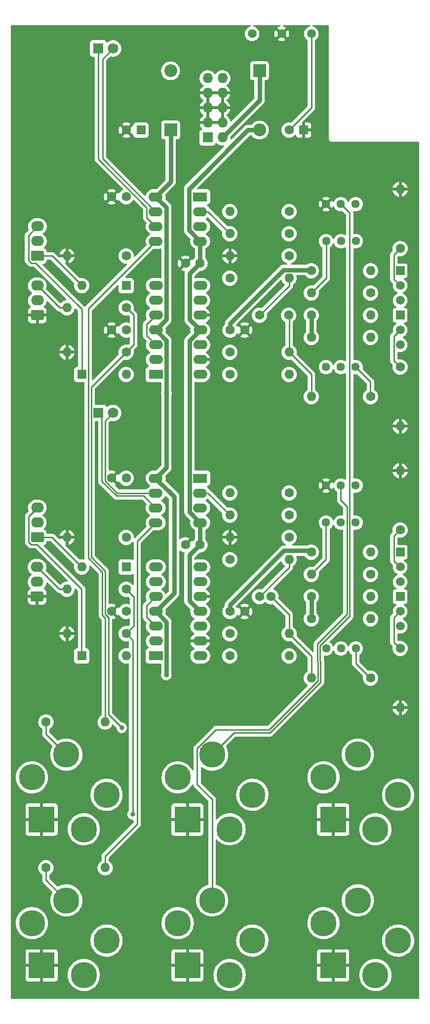
<source format=gtl>
G04 #@! TF.GenerationSoftware,KiCad,Pcbnew,6.0.4-6f826c9f35~116~ubuntu20.04.1*
G04 #@! TF.CreationDate,2022-04-20T20:14:52-04:00*
G04 #@! TF.ProjectId,kdlfo,6b646c66-6f2e-46b6-9963-61645f706362,rev?*
G04 #@! TF.SameCoordinates,Original*
G04 #@! TF.FileFunction,Copper,L1,Top*
G04 #@! TF.FilePolarity,Positive*
%FSLAX46Y46*%
G04 Gerber Fmt 4.6, Leading zero omitted, Abs format (unit mm)*
G04 Created by KiCad (PCBNEW 6.0.4-6f826c9f35~116~ubuntu20.04.1) date 2022-04-20 20:14:52*
%MOMM*%
%LPD*%
G01*
G04 APERTURE LIST*
G04 Aperture macros list*
%AMRoundRect*
0 Rectangle with rounded corners*
0 $1 Rounding radius*
0 $2 $3 $4 $5 $6 $7 $8 $9 X,Y pos of 4 corners*
0 Add a 4 corners polygon primitive as box body*
4,1,4,$2,$3,$4,$5,$6,$7,$8,$9,$2,$3,0*
0 Add four circle primitives for the rounded corners*
1,1,$1+$1,$2,$3*
1,1,$1+$1,$4,$5*
1,1,$1+$1,$6,$7*
1,1,$1+$1,$8,$9*
0 Add four rect primitives between the rounded corners*
20,1,$1+$1,$2,$3,$4,$5,0*
20,1,$1+$1,$4,$5,$6,$7,0*
20,1,$1+$1,$6,$7,$8,$9,0*
20,1,$1+$1,$8,$9,$2,$3,0*%
G04 Aperture macros list end*
G04 #@! TA.AperFunction,ComponentPad*
%ADD10C,4.500001*%
G04 #@! TD*
G04 #@! TA.AperFunction,ComponentPad*
%ADD11R,4.500001X4.500001*%
G04 #@! TD*
G04 #@! TA.AperFunction,ComponentPad*
%ADD12C,4.500000*%
G04 #@! TD*
G04 #@! TA.AperFunction,ComponentPad*
%ADD13R,1.800000X1.800000*%
G04 #@! TD*
G04 #@! TA.AperFunction,ComponentPad*
%ADD14C,1.800000*%
G04 #@! TD*
G04 #@! TA.AperFunction,ComponentPad*
%ADD15C,1.500000*%
G04 #@! TD*
G04 #@! TA.AperFunction,ComponentPad*
%ADD16C,1.600000*%
G04 #@! TD*
G04 #@! TA.AperFunction,ComponentPad*
%ADD17O,1.600000X1.600000*%
G04 #@! TD*
G04 #@! TA.AperFunction,ComponentPad*
%ADD18C,1.440000*%
G04 #@! TD*
G04 #@! TA.AperFunction,ComponentPad*
%ADD19R,1.600000X1.600000*%
G04 #@! TD*
G04 #@! TA.AperFunction,ComponentPad*
%ADD20R,1.500000X1.500000*%
G04 #@! TD*
G04 #@! TA.AperFunction,ComponentPad*
%ADD21R,2.200000X2.200000*%
G04 #@! TD*
G04 #@! TA.AperFunction,ComponentPad*
%ADD22O,2.200000X2.200000*%
G04 #@! TD*
G04 #@! TA.AperFunction,ComponentPad*
%ADD23RoundRect,0.250000X0.850000X-0.620000X0.850000X0.620000X-0.850000X0.620000X-0.850000X-0.620000X0*%
G04 #@! TD*
G04 #@! TA.AperFunction,ComponentPad*
%ADD24O,2.200000X1.740000*%
G04 #@! TD*
G04 #@! TA.AperFunction,ComponentPad*
%ADD25R,1.727200X1.727200*%
G04 #@! TD*
G04 #@! TA.AperFunction,ComponentPad*
%ADD26O,1.727200X1.727200*%
G04 #@! TD*
G04 #@! TA.AperFunction,ComponentPad*
%ADD27R,2.400000X1.600000*%
G04 #@! TD*
G04 #@! TA.AperFunction,ComponentPad*
%ADD28O,2.400000X1.600000*%
G04 #@! TD*
G04 #@! TA.AperFunction,ViaPad*
%ADD29C,0.800000*%
G04 #@! TD*
G04 #@! TA.AperFunction,Conductor*
%ADD30C,0.750000*%
G04 #@! TD*
G04 #@! TA.AperFunction,Conductor*
%ADD31C,0.250000*%
G04 #@! TD*
G04 APERTURE END LIST*
D10*
G04 #@! TO.P,J8,R*
G04 #@! TO.N,N/C*
X81400000Y-190500000D03*
G04 #@! TO.P,J8,RN*
X77500000Y-196400000D03*
D11*
G04 #@! TO.P,J8,S*
G04 #@! TO.N,GND*
X70260000Y-194740000D03*
D12*
G04 #@! TO.P,J8,T*
G04 #@! TO.N,/TRIRAMP_B*
X74500000Y-183600000D03*
G04 #@! TO.P,J8,TN*
G04 #@! TO.N,N/C*
X68600000Y-187500000D03*
G04 #@! TD*
D13*
G04 #@! TO.P,D5,1,KA*
G04 #@! TO.N,Net-(D5-Pad1)*
X79975000Y-37500000D03*
D14*
G04 #@! TO.P,D5,2,AK*
G04 #@! TO.N,Net-(D5-Pad2)*
X82515000Y-37500000D03*
G04 #@! TD*
D10*
G04 #@! TO.P,J7,R*
G04 #@! TO.N,N/C*
X131400000Y-190500000D03*
G04 #@! TO.P,J7,RN*
X127500000Y-196400000D03*
D11*
G04 #@! TO.P,J7,S*
G04 #@! TO.N,GND*
X120260000Y-194740000D03*
D12*
G04 #@! TO.P,J7,T*
G04 #@! TO.N,/SQPULSE_B*
X124500000Y-183600000D03*
G04 #@! TO.P,J7,TN*
G04 #@! TO.N,N/C*
X118600000Y-187500000D03*
G04 #@! TD*
D13*
G04 #@! TO.P,D8,1,KA*
G04 #@! TO.N,Net-(D8-Pad1)*
X79975000Y-100000000D03*
D14*
G04 #@! TO.P,D8,2,AK*
G04 #@! TO.N,Net-(D8-Pad2)*
X82515000Y-100000000D03*
G04 #@! TD*
D15*
G04 #@! TO.P,TP2,1,1*
G04 #@! TO.N,+12V*
X106350000Y-34990000D03*
G04 #@! TD*
G04 #@! TO.P,TP1,1,1*
G04 #@! TO.N,-12V*
X116510000Y-34990000D03*
G04 #@! TD*
D10*
G04 #@! TO.P,J6,R*
G04 #@! TO.N,N/C*
X106400000Y-165500000D03*
G04 #@! TO.P,J6,RN*
X102500000Y-171400000D03*
D11*
G04 #@! TO.P,J6,S*
G04 #@! TO.N,GND*
X95260000Y-169740000D03*
D12*
G04 #@! TO.P,J6,T*
G04 #@! TO.N,/SINE_A*
X99500000Y-158600000D03*
G04 #@! TO.P,J6,TN*
G04 #@! TO.N,N/C*
X93600000Y-162500000D03*
G04 #@! TD*
D10*
G04 #@! TO.P,J9,R*
G04 #@! TO.N,N/C*
X106400000Y-190500000D03*
G04 #@! TO.P,J9,RN*
X102500000Y-196400000D03*
D11*
G04 #@! TO.P,J9,S*
G04 #@! TO.N,GND*
X95260000Y-194740000D03*
D12*
G04 #@! TO.P,J9,T*
G04 #@! TO.N,/SINE_B*
X99500000Y-183600000D03*
G04 #@! TO.P,J9,TN*
G04 #@! TO.N,N/C*
X93600000Y-187500000D03*
G04 #@! TD*
D15*
G04 #@! TO.P,TP3,1,1*
G04 #@! TO.N,GND*
X111430000Y-34990000D03*
G04 #@! TD*
D10*
G04 #@! TO.P,J10,R*
G04 #@! TO.N,N/C*
X131400000Y-165500000D03*
G04 #@! TO.P,J10,RN*
X127500000Y-171400000D03*
D11*
G04 #@! TO.P,J10,S*
G04 #@! TO.N,GND*
X120260000Y-169740000D03*
D12*
G04 #@! TO.P,J10,T*
G04 #@! TO.N,/SQPULSE_A*
X124500000Y-158600000D03*
G04 #@! TO.P,J10,TN*
G04 #@! TO.N,N/C*
X118600000Y-162500000D03*
G04 #@! TD*
D10*
G04 #@! TO.P,J5,R*
G04 #@! TO.N,N/C*
X81400000Y-165500000D03*
G04 #@! TO.P,J5,RN*
X77500000Y-171400000D03*
D11*
G04 #@! TO.P,J5,S*
G04 #@! TO.N,GND*
X70260000Y-169740000D03*
D12*
G04 #@! TO.P,J5,T*
G04 #@! TO.N,/TRIRAMP_A*
X74500000Y-158600000D03*
G04 #@! TO.P,J5,TN*
G04 #@! TO.N,N/C*
X68600000Y-162500000D03*
G04 #@! TD*
D16*
G04 #@! TO.P,R2,1*
G04 #@! TO.N,/LFO A/SHPOTW*
X102540000Y-76900000D03*
D17*
G04 #@! TO.P,R2,2*
G04 #@! TO.N,/LFO A/CAP1*
X112700000Y-76900000D03*
G04 #@! TD*
D16*
G04 #@! TO.P,R7,1*
G04 #@! TO.N,+12V*
X116510000Y-83250000D03*
D17*
G04 #@! TO.P,R7,2*
G04 #@! TO.N,Net-(Q2-Pad3)*
X126670000Y-83250000D03*
G04 #@! TD*
D18*
G04 #@! TO.P,RV8,1,1*
G04 #@! TO.N,Net-(Q3-Pad2)*
X119050000Y-140400000D03*
G04 #@! TO.P,RV8,2,2*
G04 #@! TO.N,/LFO B/SINE_ROUND*
X121590000Y-140400000D03*
G04 #@! TO.P,RV8,3,3*
X124130000Y-140400000D03*
G04 #@! TD*
D19*
G04 #@! TO.P,D6,1,K*
G04 #@! TO.N,/LFO B/SHPOTCW*
X77140000Y-141670000D03*
D17*
G04 #@! TO.P,D6,2,A*
G04 #@! TO.N,Net-(D6-Pad2)*
X84760000Y-141670000D03*
G04 #@! TD*
D16*
G04 #@! TO.P,R30,1*
G04 #@! TO.N,Net-(R30-Pad1)*
X112700000Y-117540000D03*
D17*
G04 #@! TO.P,R30,2*
G04 #@! TO.N,Net-(Q3-Pad3)*
X102540000Y-117540000D03*
G04 #@! TD*
D16*
G04 #@! TO.P,C5,1*
G04 #@! TO.N,+12V*
X84760000Y-85790000D03*
G04 #@! TO.P,C5,2*
G04 #@! TO.N,GND*
X82260000Y-85790000D03*
G04 #@! TD*
G04 #@! TO.P,R8,1*
G04 #@! TO.N,-12V*
X116510000Y-75630000D03*
D17*
G04 #@! TO.P,R8,2*
G04 #@! TO.N,/LFO A/SINE_SYM*
X126670000Y-75630000D03*
G04 #@! TD*
D20*
G04 #@! TO.P,Q2,1,E*
G04 #@! TO.N,Net-(Q2-Pad1)*
X131750000Y-75630000D03*
D15*
G04 #@! TO.P,Q2,2,B*
G04 #@! TO.N,Net-(Q2-Pad2)*
X131750000Y-78170000D03*
G04 #@! TO.P,Q2,3,C*
G04 #@! TO.N,Net-(Q2-Pad3)*
X131750000Y-80710000D03*
G04 #@! TD*
D20*
G04 #@! TO.P,Q3,1,E*
G04 #@! TO.N,Net-(Q3-Pad1)*
X131750000Y-131510000D03*
D15*
G04 #@! TO.P,Q3,2,B*
G04 #@! TO.N,Net-(Q3-Pad2)*
X131750000Y-134050000D03*
G04 #@! TO.P,Q3,3,C*
G04 #@! TO.N,Net-(Q3-Pad3)*
X131750000Y-136590000D03*
G04 #@! TD*
D16*
G04 #@! TO.P,R24,1*
G04 #@! TO.N,+12V*
X116510000Y-131510000D03*
D17*
G04 #@! TO.P,R24,2*
G04 #@! TO.N,Net-(Q4-Pad3)*
X126670000Y-131510000D03*
G04 #@! TD*
D16*
G04 #@! TO.P,R23,1*
G04 #@! TO.N,Net-(R23-Pad1)*
X102540000Y-137860000D03*
D17*
G04 #@! TO.P,R23,2*
G04 #@! TO.N,/LFO B/CAP2*
X112700000Y-137860000D03*
G04 #@! TD*
D21*
G04 #@! TO.P,D2,1,K*
G04 #@! TO.N,/-12_IN*
X107620000Y-41340000D03*
D22*
G04 #@! TO.P,D2,2,A*
G04 #@! TO.N,-12V*
X107620000Y-51500000D03*
G04 #@! TD*
D16*
G04 #@! TO.P,C8,1*
G04 #@! TO.N,GND*
X94920000Y-74360000D03*
G04 #@! TO.P,C8,2*
G04 #@! TO.N,-12V*
X97420000Y-74360000D03*
G04 #@! TD*
G04 #@! TO.P,C12,1*
G04 #@! TO.N,GND*
X94920000Y-122620000D03*
G04 #@! TO.P,C12,2*
G04 #@! TO.N,-12V*
X97420000Y-122620000D03*
G04 #@! TD*
D23*
G04 #@! TO.P,J3,1,Pin_1*
G04 #@! TO.N,/LFO B/SHPOTCCW*
X69520000Y-121350000D03*
D24*
G04 #@! TO.P,J3,2,Pin_2*
G04 #@! TO.N,/LFO B/SHPOTW*
X69520000Y-118810000D03*
G04 #@! TO.P,J3,3,Pin_3*
G04 #@! TO.N,/LFO B/SHPOTCW*
X69520000Y-116270000D03*
G04 #@! TD*
D18*
G04 #@! TO.P,RV6,1,1*
G04 #@! TO.N,Net-(Q1-Pad1)*
X119050000Y-70550000D03*
G04 #@! TO.P,RV6,2,2*
G04 #@! TO.N,/LFO A/SINE_SYM*
X121590000Y-70550000D03*
G04 #@! TO.P,RV6,3,3*
G04 #@! TO.N,Net-(Q2-Pad1)*
X124130000Y-70550000D03*
G04 #@! TD*
D16*
G04 #@! TO.P,C11,1*
G04 #@! TO.N,+12V*
X84760000Y-111190000D03*
G04 #@! TO.P,C11,2*
G04 #@! TO.N,GND*
X82260000Y-111190000D03*
G04 #@! TD*
G04 #@! TO.P,C9,1*
G04 #@! TO.N,+12V*
X84760000Y-134050000D03*
G04 #@! TO.P,C9,2*
G04 #@! TO.N,GND*
X82260000Y-134050000D03*
G04 #@! TD*
G04 #@! TO.P,R32,1*
G04 #@! TO.N,/TRIRAMP_B*
X71000000Y-178000000D03*
D17*
G04 #@! TO.P,R32,2*
G04 #@! TO.N,/LFO B/CAP2*
X81160000Y-178000000D03*
G04 #@! TD*
D16*
G04 #@! TO.P,C1,1*
G04 #@! TO.N,/LFO A/CAP1*
X107620000Y-83250000D03*
G04 #@! TO.P,C1,2*
G04 #@! TO.N,/LFO A/CAP2*
X112620000Y-83250000D03*
G04 #@! TD*
G04 #@! TO.P,R20,1*
G04 #@! TO.N,Net-(Q3-Pad2)*
X131750000Y-140400000D03*
D17*
G04 #@! TO.P,R20,2*
G04 #@! TO.N,GND*
X131750000Y-150560000D03*
G04 #@! TD*
D19*
G04 #@! TO.P,C3,1*
G04 #@! TO.N,+12V*
X87300000Y-51500000D03*
D16*
G04 #@! TO.P,C3,2*
G04 #@! TO.N,GND*
X84800000Y-51500000D03*
G04 #@! TD*
G04 #@! TO.P,R27,1*
G04 #@! TO.N,/LFO B/FRPOTCW*
X102540000Y-141670000D03*
D17*
G04 #@! TO.P,R27,2*
G04 #@! TO.N,Net-(R23-Pad1)*
X112700000Y-141670000D03*
G04 #@! TD*
D19*
G04 #@! TO.P,C4,1*
G04 #@! TO.N,GND*
X115200000Y-51500000D03*
D16*
G04 #@! TO.P,C4,2*
G04 #@! TO.N,-12V*
X112700000Y-51500000D03*
G04 #@! TD*
G04 #@! TO.P,R14,1*
G04 #@! TO.N,/SQPULSE_A*
X84760000Y-89600000D03*
D17*
G04 #@! TO.P,R14,2*
G04 #@! TO.N,GND*
X74600000Y-89600000D03*
G04 #@! TD*
D20*
G04 #@! TO.P,Q1,1,E*
G04 #@! TO.N,Net-(Q1-Pad1)*
X131750000Y-83250000D03*
D15*
G04 #@! TO.P,Q1,2,B*
G04 #@! TO.N,Net-(Q1-Pad2)*
X131750000Y-85790000D03*
G04 #@! TO.P,Q1,3,C*
G04 #@! TO.N,Net-(Q1-Pad3)*
X131750000Y-88330000D03*
G04 #@! TD*
D16*
G04 #@! TO.P,R1,1*
G04 #@! TO.N,/LFO A/SINE_ROUND*
X126670000Y-97220000D03*
D17*
G04 #@! TO.P,R1,2*
G04 #@! TO.N,/LFO A/CAP2*
X116510000Y-97220000D03*
G04 #@! TD*
D19*
G04 #@! TO.P,D7,1,K*
G04 #@! TO.N,Net-(D7-Pad1)*
X84760000Y-126430000D03*
D17*
G04 #@! TO.P,D7,2,A*
G04 #@! TO.N,/LFO B/SHPOTCCW*
X77140000Y-126430000D03*
G04 #@! TD*
D23*
G04 #@! TO.P,J4,1,Pin_1*
G04 #@! TO.N,GND*
X69500000Y-131510000D03*
D24*
G04 #@! TO.P,J4,2,Pin_2*
G04 #@! TO.N,/LFO B/FRPOTW*
X69500000Y-128970000D03*
G04 #@! TO.P,J4,3,Pin_3*
G04 #@! TO.N,/LFO B/FRPOTCW*
X69500000Y-126430000D03*
G04 #@! TD*
D19*
G04 #@! TO.P,D3,1,K*
G04 #@! TO.N,/LFO A/SHPOTCW*
X77140000Y-93410000D03*
D17*
G04 #@! TO.P,D3,2,A*
G04 #@! TO.N,Net-(D3-Pad2)*
X84760000Y-93410000D03*
G04 #@! TD*
D16*
G04 #@! TO.P,R16,1*
G04 #@! TO.N,/SINE_A*
X112700000Y-65470000D03*
D17*
G04 #@! TO.P,R16,2*
G04 #@! TO.N,Net-(R13-Pad1)*
X102540000Y-65470000D03*
G04 #@! TD*
D18*
G04 #@! TO.P,RV10,1,1*
G04 #@! TO.N,GND*
X119040000Y-112460000D03*
G04 #@! TO.P,RV10,2,2*
G04 #@! TO.N,/SINE_B*
X121580000Y-112460000D03*
G04 #@! TO.P,RV10,3,3*
X124120000Y-112460000D03*
G04 #@! TD*
D16*
G04 #@! TO.P,R25,1*
G04 #@! TO.N,-12V*
X116510000Y-123890000D03*
D17*
G04 #@! TO.P,R25,2*
G04 #@! TO.N,/LFO B/SINE_SYM*
X126670000Y-123890000D03*
G04 #@! TD*
D18*
G04 #@! TO.P,RV5,1,1*
G04 #@! TO.N,Net-(Q1-Pad2)*
X119040000Y-92140000D03*
G04 #@! TO.P,RV5,2,2*
G04 #@! TO.N,/LFO A/SINE_ROUND*
X121580000Y-92140000D03*
G04 #@! TO.P,RV5,3,3*
X124120000Y-92140000D03*
G04 #@! TD*
D23*
G04 #@! TO.P,J1,1,Pin_1*
G04 #@! TO.N,/LFO A/SHPOTCCW*
X69540000Y-73090000D03*
D24*
G04 #@! TO.P,J1,2,Pin_2*
G04 #@! TO.N,/LFO A/SHPOTW*
X69540000Y-70550000D03*
G04 #@! TO.P,J1,3,Pin_3*
G04 #@! TO.N,/LFO A/SHPOTCW*
X69540000Y-68010000D03*
G04 #@! TD*
D25*
G04 #@! TO.P,J15,1,-12V*
G04 #@! TO.N,/-12_IN*
X98730000Y-52770000D03*
D26*
G04 #@! TO.P,J15,2,-12V*
X101270000Y-52770000D03*
G04 #@! TO.P,J15,3,GND*
G04 #@! TO.N,GND*
X98730000Y-50230000D03*
G04 #@! TO.P,J15,4,GND*
X101270000Y-50230000D03*
G04 #@! TO.P,J15,5,GND*
X98730000Y-47690000D03*
G04 #@! TO.P,J15,6,GND*
X101270000Y-47690000D03*
G04 #@! TO.P,J15,7,GND*
X98730000Y-45150000D03*
G04 #@! TO.P,J15,8,GND*
X101270000Y-45150000D03*
G04 #@! TO.P,J15,9,+12V*
G04 #@! TO.N,/+12_IN*
X98730000Y-42610000D03*
G04 #@! TO.P,J15,10,+12V*
X101270000Y-42610000D03*
G04 #@! TD*
D16*
G04 #@! TO.P,R13,1*
G04 #@! TO.N,Net-(R13-Pad1)*
X112700000Y-69280000D03*
D17*
G04 #@! TO.P,R13,2*
G04 #@! TO.N,Net-(Q1-Pad3)*
X102540000Y-69280000D03*
G04 #@! TD*
D16*
G04 #@! TO.P,R6,1*
G04 #@! TO.N,Net-(R10-Pad2)*
X102540000Y-89600000D03*
D17*
G04 #@! TO.P,R6,2*
G04 #@! TO.N,/LFO A/CAP2*
X112700000Y-89600000D03*
G04 #@! TD*
D16*
G04 #@! TO.P,R28,1*
G04 #@! TO.N,Net-(Q4-Pad3)*
X112700000Y-121350000D03*
D17*
G04 #@! TO.P,R28,2*
G04 #@! TO.N,GND*
X102540000Y-121350000D03*
G04 #@! TD*
D16*
G04 #@! TO.P,R12,1*
G04 #@! TO.N,/SQPULSE_A*
X84760000Y-81980000D03*
D17*
G04 #@! TO.P,R12,2*
G04 #@! TO.N,/LFO A/FRPOTCW*
X74600000Y-81980000D03*
G04 #@! TD*
D16*
G04 #@! TO.P,C6,1*
G04 #@! TO.N,GND*
X105080000Y-85790000D03*
G04 #@! TO.P,C6,2*
G04 #@! TO.N,-12V*
X102580000Y-85790000D03*
G04 #@! TD*
D23*
G04 #@! TO.P,J2,1,Pin_1*
G04 #@! TO.N,GND*
X69520000Y-83250000D03*
D24*
G04 #@! TO.P,J2,2,Pin_2*
G04 #@! TO.N,/LFO A/FRPOTW*
X69520000Y-80710000D03*
G04 #@! TO.P,J2,3,Pin_3*
G04 #@! TO.N,/LFO A/FRPOTCW*
X69520000Y-78170000D03*
G04 #@! TD*
D16*
G04 #@! TO.P,R19,1*
G04 #@! TO.N,/LFO B/SHPOTW*
X102540000Y-125160000D03*
D17*
G04 #@! TO.P,R19,2*
G04 #@! TO.N,/LFO B/CAP1*
X112700000Y-125160000D03*
G04 #@! TD*
D16*
G04 #@! TO.P,C10,1*
G04 #@! TO.N,GND*
X105080000Y-134050000D03*
G04 #@! TO.P,C10,2*
G04 #@! TO.N,-12V*
X102580000Y-134050000D03*
G04 #@! TD*
D21*
G04 #@! TO.P,D1,1,K*
G04 #@! TO.N,+12V*
X92380000Y-51500000D03*
D22*
G04 #@! TO.P,D1,2,A*
G04 #@! TO.N,/+12_IN*
X92380000Y-41340000D03*
G04 #@! TD*
D16*
G04 #@! TO.P,R26,1*
G04 #@! TO.N,Net-(Q4-Pad2)*
X131750000Y-120080000D03*
D17*
G04 #@! TO.P,R26,2*
G04 #@! TO.N,GND*
X131750000Y-109920000D03*
G04 #@! TD*
D16*
G04 #@! TO.P,R5,1*
G04 #@! TO.N,Net-(Q2-Pad1)*
X126670000Y-79440000D03*
D17*
G04 #@! TO.P,R5,2*
G04 #@! TO.N,Net-(Q1-Pad1)*
X116510000Y-79440000D03*
G04 #@! TD*
D16*
G04 #@! TO.P,R9,1*
G04 #@! TO.N,Net-(Q2-Pad2)*
X131750000Y-71820000D03*
D17*
G04 #@! TO.P,R9,2*
G04 #@! TO.N,GND*
X131750000Y-61660000D03*
G04 #@! TD*
D16*
G04 #@! TO.P,R3,1*
G04 #@! TO.N,Net-(Q1-Pad2)*
X131750000Y-92140000D03*
D17*
G04 #@! TO.P,R3,2*
G04 #@! TO.N,GND*
X131750000Y-102300000D03*
G04 #@! TD*
D16*
G04 #@! TO.P,R15,1*
G04 #@! TO.N,/TRIRAMP_A*
X71000000Y-153000000D03*
D17*
G04 #@! TO.P,R15,2*
G04 #@! TO.N,/LFO A/CAP2*
X81160000Y-153000000D03*
G04 #@! TD*
D16*
G04 #@! TO.P,R33,1*
G04 #@! TO.N,/SINE_B*
X112700000Y-113730000D03*
D17*
G04 #@! TO.P,R33,2*
G04 #@! TO.N,Net-(R30-Pad1)*
X102540000Y-113730000D03*
G04 #@! TD*
D16*
G04 #@! TO.P,R31,1*
G04 #@! TO.N,/SQPULSE_B*
X84760000Y-137860000D03*
D17*
G04 #@! TO.P,R31,2*
G04 #@! TO.N,GND*
X74600000Y-137860000D03*
G04 #@! TD*
D18*
G04 #@! TO.P,RV7,1,1*
G04 #@! TO.N,GND*
X119040000Y-64200000D03*
G04 #@! TO.P,RV7,2,2*
G04 #@! TO.N,/SINE_A*
X121580000Y-64200000D03*
G04 #@! TO.P,RV7,3,3*
X124120000Y-64200000D03*
G04 #@! TD*
D16*
G04 #@! TO.P,R29,1*
G04 #@! TO.N,/SQPULSE_B*
X84760000Y-130240000D03*
D17*
G04 #@! TO.P,R29,2*
G04 #@! TO.N,/LFO B/FRPOTCW*
X74600000Y-130240000D03*
G04 #@! TD*
D27*
G04 #@! TO.P,U1,1*
G04 #@! TO.N,Net-(D3-Pad2)*
X89840000Y-93415000D03*
D28*
G04 #@! TO.P,U1,2,-*
G04 #@! TO.N,/LFO A/SHPOTCW*
X89840000Y-90875000D03*
G04 #@! TO.P,U1,3,+*
G04 #@! TO.N,/LFO A/FRPOTW*
X89840000Y-88335000D03*
G04 #@! TO.P,U1,4,V+*
G04 #@! TO.N,+12V*
X89840000Y-85795000D03*
G04 #@! TO.P,U1,5,+*
G04 #@! TO.N,/LFO A/FRPOTW*
X89840000Y-83255000D03*
G04 #@! TO.P,U1,6,-*
G04 #@! TO.N,/LFO A/SHPOTCCW*
X89840000Y-80715000D03*
G04 #@! TO.P,U1,7*
G04 #@! TO.N,Net-(D4-Pad1)*
X89840000Y-78175000D03*
G04 #@! TO.P,U1,8*
G04 #@! TO.N,/LFO A/CAP2*
X97460000Y-78175000D03*
G04 #@! TO.P,U1,9,-*
G04 #@! TO.N,/LFO A/CAP1*
X97460000Y-80715000D03*
G04 #@! TO.P,U1,10,+*
G04 #@! TO.N,GND*
X97460000Y-83255000D03*
G04 #@! TO.P,U1,11,V-*
G04 #@! TO.N,-12V*
X97460000Y-85795000D03*
G04 #@! TO.P,U1,12,+*
G04 #@! TO.N,Net-(R10-Pad2)*
X97460000Y-88335000D03*
G04 #@! TO.P,U1,13,-*
G04 #@! TO.N,GND*
X97460000Y-90875000D03*
G04 #@! TO.P,U1,14*
G04 #@! TO.N,/LFO A/FRPOTCW*
X97460000Y-93415000D03*
G04 #@! TD*
D27*
G04 #@! TO.P,U4,1*
G04 #@! TO.N,Net-(R30-Pad1)*
X97450000Y-111200000D03*
D28*
G04 #@! TO.P,U4,2,-*
G04 #@! TO.N,Net-(Q3-Pad3)*
X97450000Y-113740000D03*
G04 #@! TO.P,U4,3,+*
G04 #@! TO.N,Net-(Q4-Pad3)*
X97450000Y-116280000D03*
G04 #@! TO.P,U4,4,V-*
G04 #@! TO.N,-12V*
X97450000Y-118820000D03*
G04 #@! TO.P,U4,5,+*
G04 #@! TO.N,/LFO B/CAP2*
X89830000Y-118820000D03*
G04 #@! TO.P,U4,6,-*
G04 #@! TO.N,Net-(D8-Pad1)*
X89830000Y-116280000D03*
G04 #@! TO.P,U4,7*
G04 #@! TO.N,Net-(D8-Pad2)*
X89830000Y-113740000D03*
G04 #@! TO.P,U4,8,V+*
G04 #@! TO.N,+12V*
X89830000Y-111200000D03*
G04 #@! TD*
D27*
G04 #@! TO.P,U2,1*
G04 #@! TO.N,Net-(R13-Pad1)*
X97450000Y-62940000D03*
D28*
G04 #@! TO.P,U2,2,-*
G04 #@! TO.N,Net-(Q1-Pad3)*
X97450000Y-65480000D03*
G04 #@! TO.P,U2,3,+*
G04 #@! TO.N,Net-(Q2-Pad3)*
X97450000Y-68020000D03*
G04 #@! TO.P,U2,4,V-*
G04 #@! TO.N,-12V*
X97450000Y-70560000D03*
G04 #@! TO.P,U2,5,+*
G04 #@! TO.N,/LFO A/CAP2*
X89830000Y-70560000D03*
G04 #@! TO.P,U2,6,-*
G04 #@! TO.N,Net-(D5-Pad1)*
X89830000Y-68020000D03*
G04 #@! TO.P,U2,7*
G04 #@! TO.N,Net-(D5-Pad2)*
X89830000Y-65480000D03*
G04 #@! TO.P,U2,8,V+*
G04 #@! TO.N,+12V*
X89830000Y-62940000D03*
G04 #@! TD*
D16*
G04 #@! TO.P,R4,1*
G04 #@! TO.N,+12V*
X116510000Y-87060000D03*
D17*
G04 #@! TO.P,R4,2*
G04 #@! TO.N,Net-(Q1-Pad3)*
X126670000Y-87060000D03*
G04 #@! TD*
D27*
G04 #@! TO.P,U3,1*
G04 #@! TO.N,Net-(D6-Pad2)*
X89840000Y-141670000D03*
D28*
G04 #@! TO.P,U3,2,-*
G04 #@! TO.N,/LFO B/SHPOTCW*
X89840000Y-139130000D03*
G04 #@! TO.P,U3,3,+*
G04 #@! TO.N,/LFO B/FRPOTW*
X89840000Y-136590000D03*
G04 #@! TO.P,U3,4,V+*
G04 #@! TO.N,+12V*
X89840000Y-134050000D03*
G04 #@! TO.P,U3,5,+*
G04 #@! TO.N,/LFO B/FRPOTW*
X89840000Y-131510000D03*
G04 #@! TO.P,U3,6,-*
G04 #@! TO.N,/LFO B/SHPOTCCW*
X89840000Y-128970000D03*
G04 #@! TO.P,U3,7*
G04 #@! TO.N,Net-(D7-Pad1)*
X89840000Y-126430000D03*
G04 #@! TO.P,U3,8*
G04 #@! TO.N,/LFO B/CAP2*
X97460000Y-126430000D03*
G04 #@! TO.P,U3,9,-*
G04 #@! TO.N,/LFO B/CAP1*
X97460000Y-128970000D03*
G04 #@! TO.P,U3,10,+*
G04 #@! TO.N,GND*
X97460000Y-131510000D03*
G04 #@! TO.P,U3,11,V-*
G04 #@! TO.N,-12V*
X97460000Y-134050000D03*
G04 #@! TO.P,U3,12,+*
G04 #@! TO.N,Net-(R23-Pad1)*
X97460000Y-136590000D03*
G04 #@! TO.P,U3,13,-*
G04 #@! TO.N,GND*
X97460000Y-139130000D03*
G04 #@! TO.P,U3,14*
G04 #@! TO.N,/LFO B/FRPOTCW*
X97460000Y-141670000D03*
G04 #@! TD*
D16*
G04 #@! TO.P,R22,1*
G04 #@! TO.N,Net-(Q4-Pad1)*
X126670000Y-127700000D03*
D17*
G04 #@! TO.P,R22,2*
G04 #@! TO.N,Net-(Q3-Pad1)*
X116510000Y-127700000D03*
G04 #@! TD*
D16*
G04 #@! TO.P,C2,1*
G04 #@! TO.N,/LFO B/CAP1*
X107620000Y-131510000D03*
G04 #@! TO.P,C2,2*
G04 #@! TO.N,/LFO B/CAP2*
X109620000Y-131510000D03*
G04 #@! TD*
G04 #@! TO.P,C7,1*
G04 #@! TO.N,+12V*
X84760000Y-62930000D03*
G04 #@! TO.P,C7,2*
G04 #@! TO.N,GND*
X82260000Y-62930000D03*
G04 #@! TD*
G04 #@! TO.P,R18,1*
G04 #@! TO.N,/LFO B/SINE_ROUND*
X126670000Y-145480000D03*
D17*
G04 #@! TO.P,R18,2*
G04 #@! TO.N,/LFO B/CAP2*
X116510000Y-145480000D03*
G04 #@! TD*
D16*
G04 #@! TO.P,R10,1*
G04 #@! TO.N,/LFO A/FRPOTCW*
X102540000Y-93410000D03*
D17*
G04 #@! TO.P,R10,2*
G04 #@! TO.N,Net-(R10-Pad2)*
X112700000Y-93410000D03*
G04 #@! TD*
D20*
G04 #@! TO.P,Q4,1,E*
G04 #@! TO.N,Net-(Q4-Pad1)*
X131750000Y-123890000D03*
D15*
G04 #@! TO.P,Q4,2,B*
G04 #@! TO.N,Net-(Q4-Pad2)*
X131750000Y-126430000D03*
G04 #@! TO.P,Q4,3,C*
G04 #@! TO.N,Net-(Q4-Pad3)*
X131750000Y-128970000D03*
G04 #@! TD*
D16*
G04 #@! TO.P,R11,1*
G04 #@! TO.N,Net-(Q2-Pad3)*
X112700000Y-73090000D03*
D17*
G04 #@! TO.P,R11,2*
G04 #@! TO.N,GND*
X102540000Y-73090000D03*
G04 #@! TD*
D16*
G04 #@! TO.P,R17,1*
G04 #@! TO.N,Net-(D5-Pad1)*
X84760000Y-73090000D03*
D17*
G04 #@! TO.P,R17,2*
G04 #@! TO.N,GND*
X74600000Y-73090000D03*
G04 #@! TD*
D19*
G04 #@! TO.P,D4,1,K*
G04 #@! TO.N,Net-(D4-Pad1)*
X84760000Y-78170000D03*
D17*
G04 #@! TO.P,D4,2,A*
G04 #@! TO.N,/LFO A/SHPOTCCW*
X77140000Y-78170000D03*
G04 #@! TD*
D18*
G04 #@! TO.P,RV9,1,1*
G04 #@! TO.N,Net-(Q3-Pad1)*
X119040000Y-118810000D03*
G04 #@! TO.P,RV9,2,2*
G04 #@! TO.N,/LFO B/SINE_SYM*
X121580000Y-118810000D03*
G04 #@! TO.P,RV9,3,3*
G04 #@! TO.N,Net-(Q4-Pad1)*
X124120000Y-118810000D03*
G04 #@! TD*
D16*
G04 #@! TO.P,R34,1*
G04 #@! TO.N,Net-(D8-Pad1)*
X84760000Y-121350000D03*
D17*
G04 #@! TO.P,R34,2*
G04 #@! TO.N,GND*
X74600000Y-121350000D03*
G04 #@! TD*
D16*
G04 #@! TO.P,R21,1*
G04 #@! TO.N,+12V*
X116510000Y-135320000D03*
D17*
G04 #@! TO.P,R21,2*
G04 #@! TO.N,Net-(Q3-Pad3)*
X126670000Y-135320000D03*
G04 #@! TD*
D29*
G04 #@! TO.N,+12V*
X91664511Y-96665489D03*
X91644511Y-144945489D03*
G04 #@! TO.N,/SQPULSE_A*
X83998000Y-153989000D03*
G04 #@! TO.N,/SQPULSE_B*
X85903000Y-168848000D03*
G04 #@! TD*
D30*
G04 #@! TO.N,+12V*
X93000000Y-130890000D02*
X89840000Y-134050000D01*
X91664511Y-87619511D02*
X91664511Y-96665489D01*
X92380000Y-60390000D02*
X89830000Y-62940000D01*
X89810000Y-111200000D02*
X93000000Y-114390000D01*
X91664520Y-83970480D02*
X89840000Y-85795000D01*
X92380000Y-51500000D02*
X92380000Y-60390000D01*
X93000000Y-114390000D02*
X93000000Y-130890000D01*
X91664511Y-135874511D02*
X91664511Y-144925489D01*
X89830000Y-62940000D02*
X91664520Y-64774520D01*
X91664520Y-64774520D02*
X91664520Y-83970480D01*
X89840000Y-134050000D02*
X91664511Y-135874511D01*
X89840000Y-85795000D02*
X91664511Y-87619511D01*
X91664511Y-144925489D02*
X91644511Y-144945489D01*
X116510000Y-83250000D02*
X116510000Y-87060000D01*
X116510000Y-131510000D02*
X116510000Y-135320000D01*
X91664511Y-96665489D02*
X91664511Y-109365489D01*
X91664511Y-109365489D02*
X89830000Y-111200000D01*
G04 #@! TO.N,-12V*
X95555000Y-68665000D02*
X97450000Y-70560000D01*
X95635480Y-83970480D02*
X97460000Y-85795000D01*
X102580000Y-85790000D02*
X102580000Y-84658630D01*
X97460000Y-85795000D02*
X95625480Y-87629520D01*
X102560000Y-134050000D02*
X102560000Y-132918630D01*
X95555000Y-61585978D02*
X95555000Y-68665000D01*
X97400000Y-122620000D02*
X95615480Y-124404520D01*
X107620000Y-51500000D02*
X105640978Y-51500000D01*
X95625480Y-116995480D02*
X97450000Y-118820000D01*
X102580000Y-84658630D02*
X111763141Y-75475489D01*
X97450000Y-70560000D02*
X97450000Y-74330000D01*
X111763141Y-75475489D02*
X116355489Y-75475489D01*
X97420000Y-74360000D02*
X95635480Y-76144520D01*
D31*
X116510000Y-47690000D02*
X112700000Y-51500000D01*
X116510000Y-34990000D02*
X116510000Y-47690000D01*
D30*
X105640978Y-51500000D02*
X95555000Y-61585978D01*
X102560000Y-132918630D02*
X111842630Y-123636000D01*
X95615480Y-124404520D02*
X95615480Y-132230480D01*
X97430000Y-118820000D02*
X97430000Y-122590000D01*
X95635480Y-76144520D02*
X95635480Y-83970480D01*
X95615480Y-132230480D02*
X97440000Y-134055000D01*
X95625480Y-87629520D02*
X95625480Y-116995480D01*
X111842630Y-123636000D02*
X116236000Y-123636000D01*
G04 #@! TO.N,/-12_IN*
X107620000Y-46420000D02*
X107620000Y-41340000D01*
X101270000Y-52770000D02*
X107620000Y-46420000D01*
D31*
G04 #@! TO.N,/LFO A/CAP1*
X107700000Y-83250000D02*
X112700000Y-78250000D01*
X112700000Y-78250000D02*
X112700000Y-76900000D01*
G04 #@! TO.N,/LFO A/CAP2*
X112700000Y-83250000D02*
X112700000Y-89600000D01*
X78264511Y-124887511D02*
X78264511Y-82125489D01*
X116510000Y-93410000D02*
X116510000Y-97220000D01*
X78264511Y-82125489D02*
X89830000Y-70560000D01*
X81160000Y-153000000D02*
X81160000Y-135176004D01*
X80685978Y-134701982D02*
X80685978Y-127308978D01*
X112700000Y-89600000D02*
X116510000Y-93410000D01*
X80685978Y-127308978D02*
X78264511Y-124887511D01*
X81160000Y-135176004D02*
X80685978Y-134701982D01*
G04 #@! TO.N,/LFO B/CAP1*
X112700000Y-126510000D02*
X112700000Y-125160000D01*
X107700000Y-131510000D02*
X112700000Y-126510000D01*
G04 #@! TO.N,/LFO B/CAP2*
X112700000Y-137880000D02*
X116510000Y-141690000D01*
X112700000Y-134590000D02*
X112700000Y-137880000D01*
X81160000Y-176004000D02*
X86665000Y-170499000D01*
X81160000Y-178000000D02*
X81160000Y-176004000D01*
X86665000Y-170499000D02*
X86665000Y-121985000D01*
X109620000Y-131510000D02*
X112700000Y-134590000D01*
X86665000Y-121985000D02*
X89830000Y-118820000D01*
X116510000Y-141690000D02*
X116510000Y-145480000D01*
G04 #@! TO.N,Net-(Q1-Pad1)*
X119050000Y-76900000D02*
X119050000Y-70550000D01*
X116510000Y-79440000D02*
X119050000Y-76900000D01*
G04 #@! TO.N,Net-(Q1-Pad3)*
X97450000Y-65480000D02*
X98740000Y-65480000D01*
X98740000Y-65480000D02*
X102540000Y-69280000D01*
G04 #@! TO.N,Net-(Q1-Pad2)*
X131750000Y-85790000D02*
X130675489Y-86864511D01*
X130675489Y-91065489D02*
X131750000Y-92140000D01*
X130675489Y-86864511D02*
X130675489Y-91065489D01*
G04 #@! TO.N,/LFO B/SHPOTCW*
X77120000Y-130220000D02*
X77120000Y-141670000D01*
X68432027Y-122544520D02*
X69444520Y-122544520D01*
X69444520Y-122544520D02*
X77120000Y-130220000D01*
X69520000Y-116270000D02*
X68047520Y-117742480D01*
X68047520Y-122160013D02*
X68432027Y-122544520D01*
X68047520Y-117742480D02*
X68047520Y-122160013D01*
G04 #@! TO.N,/LFO A/SHPOTCW*
X69190520Y-74284520D02*
X77140000Y-82234000D01*
X77140000Y-82234000D02*
X77140000Y-93410000D01*
X68452027Y-74284520D02*
X69190520Y-74284520D01*
X67996000Y-73828493D02*
X68452027Y-74284520D01*
X67996000Y-69554000D02*
X67996000Y-73828493D01*
X69540000Y-68010000D02*
X67996000Y-69554000D01*
G04 #@! TO.N,/LFO B/SHPOTCCW*
X69520000Y-121350000D02*
X72040000Y-121350000D01*
X72040000Y-121350000D02*
X77120000Y-126430000D01*
G04 #@! TO.N,/LFO A/SHPOTCCW*
X69540000Y-73090000D02*
X72060000Y-73090000D01*
X72060000Y-73090000D02*
X77140000Y-78170000D01*
G04 #@! TO.N,/LFO B/FRPOTCW*
X73310000Y-130240000D02*
X69500000Y-126430000D01*
X74600000Y-130240000D02*
X73310000Y-130240000D01*
G04 #@! TO.N,Net-(D8-Pad1)*
X80569000Y-111725004D02*
X80569000Y-100594000D01*
X87788000Y-114238000D02*
X83081996Y-114238000D01*
X83081996Y-114238000D02*
X80569000Y-111725004D01*
X89830000Y-116280000D02*
X87788000Y-114238000D01*
G04 #@! TO.N,/LFO B/FRPOTW*
X88265481Y-133069519D02*
X88265481Y-135040481D01*
X88265481Y-135040481D02*
X89820000Y-136595000D01*
X89820000Y-131515000D02*
X88265481Y-133069519D01*
G04 #@! TO.N,/LFO A/FRPOTCW*
X73330000Y-81980000D02*
X69520000Y-78170000D01*
X74600000Y-81980000D02*
X73330000Y-81980000D01*
G04 #@! TO.N,Net-(Q2-Pad2)*
X130675489Y-72894511D02*
X130675489Y-77095489D01*
X131750000Y-71820000D02*
X130675489Y-72894511D01*
X130675489Y-77095489D02*
X131750000Y-78170000D01*
G04 #@! TO.N,Net-(Q3-Pad2)*
X130655489Y-135124511D02*
X130655489Y-139325489D01*
X130655489Y-139325489D02*
X131730000Y-140400000D01*
X131730000Y-134050000D02*
X130655489Y-135124511D01*
G04 #@! TO.N,Net-(Q3-Pad3)*
X98740000Y-113740000D02*
X102540000Y-117540000D01*
X97450000Y-113740000D02*
X98740000Y-113740000D01*
G04 #@! TO.N,Net-(Q3-Pad1)*
X119030000Y-125160000D02*
X119030000Y-118810000D01*
X116490000Y-127700000D02*
X119030000Y-125160000D01*
G04 #@! TO.N,Net-(Q4-Pad2)*
X130655489Y-125355489D02*
X131730000Y-126430000D01*
X130655489Y-121154511D02*
X130655489Y-125355489D01*
X131730000Y-120080000D02*
X130655489Y-121154511D01*
G04 #@! TO.N,/LFO A/FRPOTW*
X89840000Y-83255000D02*
X88265480Y-84829520D01*
X88265480Y-86760480D02*
X89840000Y-88335000D01*
X88265480Y-84829520D02*
X88265480Y-86760480D01*
G04 #@! TO.N,Net-(D8-Pad2)*
X81135489Y-111655789D02*
X81135489Y-101379511D01*
X83219700Y-113740000D02*
X81135489Y-111655789D01*
X89830000Y-113740000D02*
X83219700Y-113740000D01*
X81135489Y-101379511D02*
X82515000Y-100000000D01*
G04 #@! TO.N,Net-(D5-Pad1)*
X89830000Y-68020000D02*
X88305480Y-66495480D01*
X79975000Y-56483990D02*
X79975000Y-37500000D01*
X88305480Y-66495480D02*
X88305480Y-64814470D01*
X88305480Y-64814470D02*
X79975000Y-56483990D01*
G04 #@! TO.N,Net-(D5-Pad2)*
X80696000Y-39319000D02*
X82515000Y-37500000D01*
X89830000Y-65480000D02*
X80696000Y-56346000D01*
X80696000Y-56346000D02*
X80696000Y-39319000D01*
G04 #@! TO.N,/TRIRAMP_B*
X74500000Y-183600000D02*
X71000000Y-180100000D01*
X71000000Y-180100000D02*
X71000000Y-178000000D01*
G04 #@! TO.N,/SQPULSE_A*
X78750489Y-95609511D02*
X78750489Y-124737785D01*
X81135489Y-127122785D02*
X81135489Y-134515789D01*
X84760000Y-89600000D02*
X78750489Y-95609511D01*
X86030000Y-83250000D02*
X86030000Y-88330000D01*
X81135489Y-134515789D02*
X81712000Y-135092300D01*
X86030000Y-88330000D02*
X84760000Y-89600000D01*
X81712000Y-135092300D02*
X81712000Y-151703000D01*
X78750489Y-124737785D02*
X81135489Y-127122785D01*
X81712000Y-151703000D02*
X83998000Y-153989000D01*
X84760000Y-81980000D02*
X86030000Y-83250000D01*
G04 #@! TO.N,/SQPULSE_B*
X85884511Y-168829511D02*
X85903000Y-168848000D01*
X86030000Y-136570000D02*
X84740000Y-137860000D01*
X85884511Y-138984511D02*
X85884511Y-168829511D01*
X86030000Y-131530000D02*
X86030000Y-136570000D01*
X84760000Y-137860000D02*
X85884511Y-138984511D01*
X84740000Y-130240000D02*
X86030000Y-131530000D01*
G04 #@! TO.N,/TRIRAMP_A*
X71000000Y-155100000D02*
X71000000Y-153000000D01*
X74500000Y-158600000D02*
X71000000Y-155100000D01*
G04 #@! TO.N,/SINE_B*
X99500000Y-166316000D02*
X99500000Y-183600000D01*
X121580000Y-112460000D02*
X121580000Y-115000000D01*
X122606000Y-119261163D02*
X122606000Y-134557296D01*
X117634511Y-145945789D02*
X109278811Y-154301489D01*
X117555979Y-139607317D02*
X117555979Y-142716683D01*
X117555979Y-142716683D02*
X117634511Y-142795215D01*
X121580000Y-115000000D02*
X122624511Y-116044511D01*
X122606000Y-134557296D02*
X117555979Y-139607317D01*
X96925489Y-157533602D02*
X96925489Y-163741489D01*
X96925489Y-163741489D02*
X99500000Y-166316000D01*
X100157602Y-154301489D02*
X96925489Y-157533602D01*
X122624511Y-119242652D02*
X122606000Y-119261163D01*
X109278811Y-154301489D02*
X100157602Y-154301489D01*
X122624511Y-116044511D02*
X122624511Y-119242652D01*
X117634511Y-142795215D02*
X117634511Y-145945789D01*
G04 #@! TO.N,/SINE_A*
X123074021Y-65694021D02*
X123074021Y-118375880D01*
X121580000Y-64200000D02*
X123074021Y-65694021D01*
X123074021Y-118375880D02*
X123075489Y-118377348D01*
X118005489Y-142530489D02*
X118084022Y-142609022D01*
X118084022Y-142609022D02*
X118084022Y-146191978D01*
X103222000Y-154878000D02*
X99500000Y-158600000D01*
X123075489Y-118377348D02*
X123075489Y-134850511D01*
X118084022Y-146191978D02*
X109398000Y-154878000D01*
X118005490Y-139920510D02*
X118005489Y-142530489D01*
X123075489Y-134850511D02*
X118005490Y-139920510D01*
X109398000Y-154878000D02*
X103222000Y-154878000D01*
G04 #@! TO.N,/LFO B/SINE_ROUND*
X124130000Y-140400000D02*
X124130000Y-142970000D01*
X124130000Y-142970000D02*
X126640000Y-145480000D01*
G04 #@! TO.N,/LFO A/SINE_ROUND*
X124120000Y-92140000D02*
X126660000Y-94680000D01*
X126660000Y-94680000D02*
X126660000Y-97220000D01*
G04 #@! TD*
G04 #@! TA.AperFunction,Conductor*
G04 #@! TO.N,GND*
G36*
X106127616Y-33528502D02*
G01*
X106174109Y-33582158D01*
X106184213Y-33652432D01*
X106154719Y-33717012D01*
X106092107Y-33756207D01*
X105917924Y-33802880D01*
X105824562Y-33846415D01*
X105723334Y-33893618D01*
X105723329Y-33893621D01*
X105718347Y-33895944D01*
X105713840Y-33899100D01*
X105713838Y-33899101D01*
X105542473Y-34019092D01*
X105542470Y-34019094D01*
X105537962Y-34022251D01*
X105382251Y-34177962D01*
X105379094Y-34182470D01*
X105379092Y-34182473D01*
X105287214Y-34313689D01*
X105255944Y-34358347D01*
X105253621Y-34363329D01*
X105253618Y-34363334D01*
X105253502Y-34363583D01*
X105162880Y-34557924D01*
X105105885Y-34770629D01*
X105086693Y-34990000D01*
X105105885Y-35209371D01*
X105162880Y-35422076D01*
X105165205Y-35427061D01*
X105253618Y-35616666D01*
X105253621Y-35616671D01*
X105255944Y-35621653D01*
X105259100Y-35626160D01*
X105259101Y-35626162D01*
X105287801Y-35667149D01*
X105382251Y-35802038D01*
X105537962Y-35957749D01*
X105718346Y-36084056D01*
X105917924Y-36177120D01*
X106130629Y-36234115D01*
X106350000Y-36253307D01*
X106569371Y-36234115D01*
X106782076Y-36177120D01*
X106981654Y-36084056D01*
X107044342Y-36040161D01*
X110744393Y-36040161D01*
X110753687Y-36052175D01*
X110794088Y-36080464D01*
X110803584Y-36085947D01*
X110993113Y-36174326D01*
X111003405Y-36178072D01*
X111205401Y-36232196D01*
X111216196Y-36234099D01*
X111424525Y-36252326D01*
X111435475Y-36252326D01*
X111643804Y-36234099D01*
X111654599Y-36232196D01*
X111856595Y-36178072D01*
X111866887Y-36174326D01*
X112056416Y-36085947D01*
X112065912Y-36080464D01*
X112107148Y-36051590D01*
X112115523Y-36041112D01*
X112108457Y-36027668D01*
X111442811Y-35362021D01*
X111428868Y-35354408D01*
X111427034Y-35354539D01*
X111420420Y-35358790D01*
X110750820Y-36028391D01*
X110744393Y-36040161D01*
X107044342Y-36040161D01*
X107162038Y-35957749D01*
X107317749Y-35802038D01*
X107412200Y-35667149D01*
X107440899Y-35626162D01*
X107440900Y-35626160D01*
X107444056Y-35621653D01*
X107446379Y-35616671D01*
X107446382Y-35616666D01*
X107534795Y-35427061D01*
X107537120Y-35422076D01*
X107594115Y-35209371D01*
X107612828Y-34995475D01*
X110167674Y-34995475D01*
X110185901Y-35203804D01*
X110187804Y-35214599D01*
X110241928Y-35416595D01*
X110245674Y-35426887D01*
X110334054Y-35616417D01*
X110339534Y-35625907D01*
X110368411Y-35667149D01*
X110378887Y-35675523D01*
X110392334Y-35668455D01*
X111057979Y-35002811D01*
X111064356Y-34991132D01*
X111794408Y-34991132D01*
X111794539Y-34992966D01*
X111798790Y-34999580D01*
X112468391Y-35669180D01*
X112480161Y-35675607D01*
X112492176Y-35666311D01*
X112520466Y-35625907D01*
X112525946Y-35616417D01*
X112614326Y-35426887D01*
X112618072Y-35416595D01*
X112672196Y-35214599D01*
X112674099Y-35203804D01*
X112692326Y-34995475D01*
X112692326Y-34984525D01*
X112674099Y-34776196D01*
X112672196Y-34765401D01*
X112618072Y-34563405D01*
X112614326Y-34553113D01*
X112525946Y-34363583D01*
X112520466Y-34354093D01*
X112491589Y-34312851D01*
X112481113Y-34304477D01*
X112467666Y-34311545D01*
X111802021Y-34977189D01*
X111794408Y-34991132D01*
X111064356Y-34991132D01*
X111065592Y-34988868D01*
X111065461Y-34987034D01*
X111061210Y-34980420D01*
X110391609Y-34310820D01*
X110379839Y-34304393D01*
X110367824Y-34313689D01*
X110339534Y-34354093D01*
X110334054Y-34363583D01*
X110245674Y-34553113D01*
X110241928Y-34563405D01*
X110187804Y-34765401D01*
X110185901Y-34776196D01*
X110167674Y-34984525D01*
X110167674Y-34995475D01*
X107612828Y-34995475D01*
X107613307Y-34990000D01*
X107594115Y-34770629D01*
X107537120Y-34557924D01*
X107446498Y-34363583D01*
X107446382Y-34363334D01*
X107446379Y-34363329D01*
X107444056Y-34358347D01*
X107412786Y-34313689D01*
X107320908Y-34182473D01*
X107320906Y-34182470D01*
X107317749Y-34177962D01*
X107162038Y-34022251D01*
X106981654Y-33895944D01*
X106782076Y-33802880D01*
X106607893Y-33756207D01*
X106547271Y-33719255D01*
X106516249Y-33655394D01*
X106524678Y-33584900D01*
X106569881Y-33530153D01*
X106640505Y-33508500D01*
X111141430Y-33508500D01*
X111209551Y-33528502D01*
X111256044Y-33582158D01*
X111266148Y-33652432D01*
X111236654Y-33717012D01*
X111174041Y-33756207D01*
X111003405Y-33801928D01*
X110993113Y-33805674D01*
X110803583Y-33894054D01*
X110794093Y-33899534D01*
X110752851Y-33928411D01*
X110744477Y-33938887D01*
X110751545Y-33952334D01*
X111417189Y-34617979D01*
X111431132Y-34625592D01*
X111432966Y-34625461D01*
X111439580Y-34621210D01*
X112109180Y-33951609D01*
X112115607Y-33939839D01*
X112106313Y-33927825D01*
X112065912Y-33899536D01*
X112056416Y-33894053D01*
X111866887Y-33805674D01*
X111856595Y-33801928D01*
X111685959Y-33756207D01*
X111625336Y-33719255D01*
X111594315Y-33655395D01*
X111602743Y-33584900D01*
X111647946Y-33530153D01*
X111718570Y-33508500D01*
X116219495Y-33508500D01*
X116287616Y-33528502D01*
X116334109Y-33582158D01*
X116344213Y-33652432D01*
X116314719Y-33717012D01*
X116252107Y-33756207D01*
X116077924Y-33802880D01*
X115984562Y-33846415D01*
X115883334Y-33893618D01*
X115883329Y-33893621D01*
X115878347Y-33895944D01*
X115873840Y-33899100D01*
X115873838Y-33899101D01*
X115702473Y-34019092D01*
X115702470Y-34019094D01*
X115697962Y-34022251D01*
X115542251Y-34177962D01*
X115539094Y-34182470D01*
X115539092Y-34182473D01*
X115447214Y-34313689D01*
X115415944Y-34358347D01*
X115413621Y-34363329D01*
X115413618Y-34363334D01*
X115413502Y-34363583D01*
X115322880Y-34557924D01*
X115265885Y-34770629D01*
X115246693Y-34990000D01*
X115265885Y-35209371D01*
X115322880Y-35422076D01*
X115325205Y-35427061D01*
X115413618Y-35616666D01*
X115413621Y-35616671D01*
X115415944Y-35621653D01*
X115419100Y-35626160D01*
X115419101Y-35626162D01*
X115447801Y-35667149D01*
X115542251Y-35802038D01*
X115697962Y-35957749D01*
X115702470Y-35960906D01*
X115702473Y-35960908D01*
X115755866Y-35998294D01*
X115822772Y-36045142D01*
X115867099Y-36100598D01*
X115876500Y-36148354D01*
X115876500Y-47375406D01*
X115856498Y-47443527D01*
X115839595Y-47464501D01*
X113113248Y-50190848D01*
X113050936Y-50224874D01*
X112991541Y-50223459D01*
X112933409Y-50207882D01*
X112933398Y-50207880D01*
X112928087Y-50206457D01*
X112700000Y-50186502D01*
X112471913Y-50206457D01*
X112466600Y-50207881D01*
X112466598Y-50207881D01*
X112256067Y-50264293D01*
X112256065Y-50264294D01*
X112250757Y-50265716D01*
X112245776Y-50268039D01*
X112245775Y-50268039D01*
X112048238Y-50360151D01*
X112048233Y-50360154D01*
X112043251Y-50362477D01*
X111986080Y-50402509D01*
X111860211Y-50490643D01*
X111860208Y-50490645D01*
X111855700Y-50493802D01*
X111693802Y-50655700D01*
X111690645Y-50660208D01*
X111690643Y-50660211D01*
X111672311Y-50686392D01*
X111562477Y-50843251D01*
X111560154Y-50848233D01*
X111560151Y-50848238D01*
X111488727Y-51001409D01*
X111465716Y-51050757D01*
X111464294Y-51056065D01*
X111464293Y-51056067D01*
X111415577Y-51237877D01*
X111406457Y-51271913D01*
X111386502Y-51500000D01*
X111406457Y-51728087D01*
X111407881Y-51733400D01*
X111407881Y-51733402D01*
X111453473Y-51903550D01*
X111465716Y-51949243D01*
X111468039Y-51954224D01*
X111468039Y-51954225D01*
X111560151Y-52151762D01*
X111560154Y-52151767D01*
X111562477Y-52156749D01*
X111620803Y-52240047D01*
X111681025Y-52326052D01*
X111693802Y-52344300D01*
X111855700Y-52506198D01*
X111860208Y-52509355D01*
X111860211Y-52509357D01*
X111901195Y-52538054D01*
X112043251Y-52637523D01*
X112048233Y-52639846D01*
X112048238Y-52639849D01*
X112244765Y-52731490D01*
X112250757Y-52734284D01*
X112256065Y-52735706D01*
X112256067Y-52735707D01*
X112466598Y-52792119D01*
X112466600Y-52792119D01*
X112471913Y-52793543D01*
X112700000Y-52813498D01*
X112928087Y-52793543D01*
X112933400Y-52792119D01*
X112933402Y-52792119D01*
X113143933Y-52735707D01*
X113143935Y-52735706D01*
X113149243Y-52734284D01*
X113155235Y-52731490D01*
X113351762Y-52639849D01*
X113351767Y-52639846D01*
X113356749Y-52637523D01*
X113498805Y-52538054D01*
X113539789Y-52509357D01*
X113539792Y-52509355D01*
X113544300Y-52506198D01*
X113690420Y-52360078D01*
X113752732Y-52326052D01*
X113823547Y-52331117D01*
X113880383Y-52373664D01*
X113897683Y-52410606D01*
X113898748Y-52410207D01*
X113946676Y-52538054D01*
X113955214Y-52553649D01*
X114031715Y-52655724D01*
X114044276Y-52668285D01*
X114146351Y-52744786D01*
X114161946Y-52753324D01*
X114282394Y-52798478D01*
X114297649Y-52802105D01*
X114348514Y-52807631D01*
X114355328Y-52808000D01*
X114927885Y-52808000D01*
X114943124Y-52803525D01*
X114944329Y-52802135D01*
X114946000Y-52794452D01*
X114946000Y-52789884D01*
X115454000Y-52789884D01*
X115458475Y-52805123D01*
X115459865Y-52806328D01*
X115467548Y-52807999D01*
X116044669Y-52807999D01*
X116051490Y-52807629D01*
X116102352Y-52802105D01*
X116117604Y-52798479D01*
X116238054Y-52753324D01*
X116253649Y-52744786D01*
X116355724Y-52668285D01*
X116368285Y-52655724D01*
X116444786Y-52553649D01*
X116453324Y-52538054D01*
X116498478Y-52417606D01*
X116502105Y-52402351D01*
X116507631Y-52351486D01*
X116508000Y-52344672D01*
X116508000Y-51772115D01*
X116503525Y-51756876D01*
X116502135Y-51755671D01*
X116494452Y-51754000D01*
X115472115Y-51754000D01*
X115456876Y-51758475D01*
X115455671Y-51759865D01*
X115454000Y-51767548D01*
X115454000Y-52789884D01*
X114946000Y-52789884D01*
X114946000Y-51227885D01*
X115454000Y-51227885D01*
X115458475Y-51243124D01*
X115459865Y-51244329D01*
X115467548Y-51246000D01*
X116489884Y-51246000D01*
X116505123Y-51241525D01*
X116506328Y-51240135D01*
X116507999Y-51232452D01*
X116507999Y-50655331D01*
X116507629Y-50648510D01*
X116502105Y-50597648D01*
X116498479Y-50582396D01*
X116453324Y-50461946D01*
X116444786Y-50446351D01*
X116368285Y-50344276D01*
X116355724Y-50331715D01*
X116253649Y-50255214D01*
X116238054Y-50246676D01*
X116117606Y-50201522D01*
X116102351Y-50197895D01*
X116051486Y-50192369D01*
X116044672Y-50192000D01*
X115472115Y-50192000D01*
X115456876Y-50196475D01*
X115455671Y-50197865D01*
X115454000Y-50205548D01*
X115454000Y-51227885D01*
X114946000Y-51227885D01*
X114946000Y-50202094D01*
X114966002Y-50133973D01*
X114982905Y-50112999D01*
X116902247Y-48193657D01*
X116910537Y-48186113D01*
X116917018Y-48182000D01*
X116963659Y-48132332D01*
X116966413Y-48129491D01*
X116986135Y-48109769D01*
X116988612Y-48106576D01*
X116996317Y-48097555D01*
X117021159Y-48071100D01*
X117026586Y-48065321D01*
X117030407Y-48058371D01*
X117036346Y-48047568D01*
X117047202Y-48031041D01*
X117054757Y-48021302D01*
X117054758Y-48021300D01*
X117059614Y-48015040D01*
X117077174Y-47974460D01*
X117082391Y-47963812D01*
X117099875Y-47932009D01*
X117099876Y-47932007D01*
X117103695Y-47925060D01*
X117108733Y-47905437D01*
X117115137Y-47886734D01*
X117120033Y-47875420D01*
X117120033Y-47875419D01*
X117123181Y-47868145D01*
X117124420Y-47860322D01*
X117124423Y-47860312D01*
X117130099Y-47824476D01*
X117132505Y-47812856D01*
X117141528Y-47777711D01*
X117141528Y-47777710D01*
X117143500Y-47770030D01*
X117143500Y-47749776D01*
X117145051Y-47730065D01*
X117146980Y-47717886D01*
X117148220Y-47710057D01*
X117144059Y-47666038D01*
X117143500Y-47654181D01*
X117143500Y-36148354D01*
X117163502Y-36080233D01*
X117197228Y-36045142D01*
X117264134Y-35998294D01*
X117317527Y-35960908D01*
X117317530Y-35960906D01*
X117322038Y-35957749D01*
X117477749Y-35802038D01*
X117572200Y-35667149D01*
X117600899Y-35626162D01*
X117600900Y-35626160D01*
X117604056Y-35621653D01*
X117606379Y-35616671D01*
X117606382Y-35616666D01*
X117694795Y-35427061D01*
X117697120Y-35422076D01*
X117754115Y-35209371D01*
X117773307Y-34990000D01*
X117754115Y-34770629D01*
X117697120Y-34557924D01*
X117606498Y-34363583D01*
X117606382Y-34363334D01*
X117606379Y-34363329D01*
X117604056Y-34358347D01*
X117572786Y-34313689D01*
X117480908Y-34182473D01*
X117480906Y-34182470D01*
X117477749Y-34177962D01*
X117322038Y-34022251D01*
X117141654Y-33895944D01*
X116942076Y-33802880D01*
X116767893Y-33756207D01*
X116707271Y-33719255D01*
X116676249Y-33655394D01*
X116684678Y-33584900D01*
X116729881Y-33530153D01*
X116800505Y-33508500D01*
X119365500Y-33508500D01*
X119433621Y-33528502D01*
X119480114Y-33582158D01*
X119491500Y-33634500D01*
X119491500Y-52991377D01*
X119491498Y-52992147D01*
X119491024Y-53069721D01*
X119493491Y-53078352D01*
X119499150Y-53098153D01*
X119502728Y-53114915D01*
X119506920Y-53144187D01*
X119510634Y-53152355D01*
X119510634Y-53152356D01*
X119517548Y-53167562D01*
X119523996Y-53185086D01*
X119531051Y-53209771D01*
X119535843Y-53217365D01*
X119535844Y-53217368D01*
X119546830Y-53234780D01*
X119554969Y-53249863D01*
X119567208Y-53276782D01*
X119573069Y-53283584D01*
X119583970Y-53296235D01*
X119595073Y-53311239D01*
X119608776Y-53332958D01*
X119615501Y-53338897D01*
X119615504Y-53338901D01*
X119630938Y-53352532D01*
X119642982Y-53364724D01*
X119656427Y-53380327D01*
X119656430Y-53380329D01*
X119662287Y-53387127D01*
X119669816Y-53392007D01*
X119669817Y-53392008D01*
X119683835Y-53401094D01*
X119698709Y-53412385D01*
X119711217Y-53423431D01*
X119717951Y-53429378D01*
X119744711Y-53441942D01*
X119759691Y-53450263D01*
X119776983Y-53461471D01*
X119776988Y-53461473D01*
X119784515Y-53466352D01*
X119793108Y-53468922D01*
X119793113Y-53468924D01*
X119809120Y-53473711D01*
X119826564Y-53480372D01*
X119841676Y-53487467D01*
X119841678Y-53487468D01*
X119849800Y-53491281D01*
X119858667Y-53492662D01*
X119858668Y-53492662D01*
X119868310Y-53494163D01*
X119879017Y-53495830D01*
X119895732Y-53499613D01*
X119915466Y-53505515D01*
X119915472Y-53505516D01*
X119924066Y-53508086D01*
X119933037Y-53508141D01*
X119933038Y-53508141D01*
X119943097Y-53508202D01*
X119958506Y-53508296D01*
X119959289Y-53508329D01*
X119960386Y-53508500D01*
X119991377Y-53508500D01*
X119992147Y-53508502D01*
X120065785Y-53508952D01*
X120065786Y-53508952D01*
X120069721Y-53508976D01*
X120071065Y-53508592D01*
X120072410Y-53508500D01*
X134865500Y-53508500D01*
X134933621Y-53528502D01*
X134980114Y-53582158D01*
X134991500Y-53634500D01*
X134991500Y-200365500D01*
X134971498Y-200433621D01*
X134917842Y-200480114D01*
X134865500Y-200491500D01*
X65134500Y-200491500D01*
X65066379Y-200471498D01*
X65019886Y-200417842D01*
X65008500Y-200365500D01*
X65008500Y-197034669D01*
X67502001Y-197034669D01*
X67502371Y-197041490D01*
X67507895Y-197092352D01*
X67511521Y-197107604D01*
X67556676Y-197228054D01*
X67565214Y-197243649D01*
X67641715Y-197345724D01*
X67654276Y-197358285D01*
X67756351Y-197434786D01*
X67771946Y-197443324D01*
X67892394Y-197488478D01*
X67907649Y-197492105D01*
X67958514Y-197497631D01*
X67965328Y-197498000D01*
X69987885Y-197498000D01*
X70003124Y-197493525D01*
X70004329Y-197492135D01*
X70006000Y-197484452D01*
X70006000Y-197479884D01*
X70514000Y-197479884D01*
X70518475Y-197495123D01*
X70519865Y-197496328D01*
X70527548Y-197497999D01*
X72554669Y-197497999D01*
X72561490Y-197497629D01*
X72612352Y-197492105D01*
X72627604Y-197488479D01*
X72748054Y-197443324D01*
X72763649Y-197434786D01*
X72865724Y-197358285D01*
X72878285Y-197345724D01*
X72954786Y-197243649D01*
X72963324Y-197228054D01*
X73008478Y-197107606D01*
X73012105Y-197092351D01*
X73017631Y-197041486D01*
X73018000Y-197034672D01*
X73018000Y-196371061D01*
X74736610Y-196371061D01*
X74753147Y-196703255D01*
X74753788Y-196706986D01*
X74753789Y-196706994D01*
X74768586Y-196793103D01*
X74809474Y-197031057D01*
X74810562Y-197034696D01*
X74810563Y-197034699D01*
X74903580Y-197345724D01*
X74904774Y-197349718D01*
X74906287Y-197353189D01*
X74906289Y-197353195D01*
X74997458Y-197562370D01*
X75037666Y-197654622D01*
X75206226Y-197941352D01*
X75208527Y-197944367D01*
X75405712Y-198202742D01*
X75405717Y-198202748D01*
X75408012Y-198205755D01*
X75640102Y-198444002D01*
X75899132Y-198652640D01*
X76181352Y-198828648D01*
X76482672Y-198969476D01*
X76798729Y-199073085D01*
X77124944Y-199137973D01*
X77128716Y-199138260D01*
X77128724Y-199138261D01*
X77452815Y-199162914D01*
X77452820Y-199162914D01*
X77456592Y-199163201D01*
X77788869Y-199148403D01*
X77793401Y-199147649D01*
X78113220Y-199094417D01*
X78113225Y-199094416D01*
X78116961Y-199093794D01*
X78436116Y-199000164D01*
X78439583Y-198998674D01*
X78439587Y-198998673D01*
X78738228Y-198870366D01*
X78738230Y-198870365D01*
X78741712Y-198868869D01*
X79029321Y-198701813D01*
X79032343Y-198699532D01*
X79032347Y-198699529D01*
X79291753Y-198503697D01*
X79291754Y-198503696D01*
X79294777Y-198501414D01*
X79534235Y-198270575D01*
X79744227Y-198012641D01*
X79921710Y-197731347D01*
X80064114Y-197430767D01*
X80169377Y-197115257D01*
X80185846Y-197034669D01*
X92502001Y-197034669D01*
X92502371Y-197041490D01*
X92507895Y-197092352D01*
X92511521Y-197107604D01*
X92556676Y-197228054D01*
X92565214Y-197243649D01*
X92641715Y-197345724D01*
X92654276Y-197358285D01*
X92756351Y-197434786D01*
X92771946Y-197443324D01*
X92892394Y-197488478D01*
X92907649Y-197492105D01*
X92958514Y-197497631D01*
X92965328Y-197498000D01*
X94987885Y-197498000D01*
X95003124Y-197493525D01*
X95004329Y-197492135D01*
X95006000Y-197484452D01*
X95006000Y-197479884D01*
X95514000Y-197479884D01*
X95518475Y-197495123D01*
X95519865Y-197496328D01*
X95527548Y-197497999D01*
X97554669Y-197497999D01*
X97561490Y-197497629D01*
X97612352Y-197492105D01*
X97627604Y-197488479D01*
X97748054Y-197443324D01*
X97763649Y-197434786D01*
X97865724Y-197358285D01*
X97878285Y-197345724D01*
X97954786Y-197243649D01*
X97963324Y-197228054D01*
X98008478Y-197107606D01*
X98012105Y-197092351D01*
X98017631Y-197041486D01*
X98018000Y-197034672D01*
X98018000Y-196371061D01*
X99736610Y-196371061D01*
X99753147Y-196703255D01*
X99753788Y-196706986D01*
X99753789Y-196706994D01*
X99768586Y-196793103D01*
X99809474Y-197031057D01*
X99810562Y-197034696D01*
X99810563Y-197034699D01*
X99903580Y-197345724D01*
X99904774Y-197349718D01*
X99906287Y-197353189D01*
X99906289Y-197353195D01*
X99997458Y-197562370D01*
X100037666Y-197654622D01*
X100206226Y-197941352D01*
X100208527Y-197944367D01*
X100405712Y-198202742D01*
X100405717Y-198202748D01*
X100408012Y-198205755D01*
X100640102Y-198444002D01*
X100899132Y-198652640D01*
X101181352Y-198828648D01*
X101482672Y-198969476D01*
X101798729Y-199073085D01*
X102124944Y-199137973D01*
X102128716Y-199138260D01*
X102128724Y-199138261D01*
X102452815Y-199162914D01*
X102452820Y-199162914D01*
X102456592Y-199163201D01*
X102788869Y-199148403D01*
X102793401Y-199147649D01*
X103113220Y-199094417D01*
X103113225Y-199094416D01*
X103116961Y-199093794D01*
X103436116Y-199000164D01*
X103439583Y-198998674D01*
X103439587Y-198998673D01*
X103738228Y-198870366D01*
X103738230Y-198870365D01*
X103741712Y-198868869D01*
X104029321Y-198701813D01*
X104032343Y-198699532D01*
X104032347Y-198699529D01*
X104291753Y-198503697D01*
X104291754Y-198503696D01*
X104294777Y-198501414D01*
X104534235Y-198270575D01*
X104744227Y-198012641D01*
X104921710Y-197731347D01*
X105064114Y-197430767D01*
X105169377Y-197115257D01*
X105185846Y-197034669D01*
X117502001Y-197034669D01*
X117502371Y-197041490D01*
X117507895Y-197092352D01*
X117511521Y-197107604D01*
X117556676Y-197228054D01*
X117565214Y-197243649D01*
X117641715Y-197345724D01*
X117654276Y-197358285D01*
X117756351Y-197434786D01*
X117771946Y-197443324D01*
X117892394Y-197488478D01*
X117907649Y-197492105D01*
X117958514Y-197497631D01*
X117965328Y-197498000D01*
X119987885Y-197498000D01*
X120003124Y-197493525D01*
X120004329Y-197492135D01*
X120006000Y-197484452D01*
X120006000Y-197479884D01*
X120514000Y-197479884D01*
X120518475Y-197495123D01*
X120519865Y-197496328D01*
X120527548Y-197497999D01*
X122554669Y-197497999D01*
X122561490Y-197497629D01*
X122612352Y-197492105D01*
X122627604Y-197488479D01*
X122748054Y-197443324D01*
X122763649Y-197434786D01*
X122865724Y-197358285D01*
X122878285Y-197345724D01*
X122954786Y-197243649D01*
X122963324Y-197228054D01*
X123008478Y-197107606D01*
X123012105Y-197092351D01*
X123017631Y-197041486D01*
X123018000Y-197034672D01*
X123018000Y-196371061D01*
X124736610Y-196371061D01*
X124753147Y-196703255D01*
X124753788Y-196706986D01*
X124753789Y-196706994D01*
X124768586Y-196793103D01*
X124809474Y-197031057D01*
X124810562Y-197034696D01*
X124810563Y-197034699D01*
X124903580Y-197345724D01*
X124904774Y-197349718D01*
X124906287Y-197353189D01*
X124906289Y-197353195D01*
X124997458Y-197562370D01*
X125037666Y-197654622D01*
X125206226Y-197941352D01*
X125208527Y-197944367D01*
X125405712Y-198202742D01*
X125405717Y-198202748D01*
X125408012Y-198205755D01*
X125640102Y-198444002D01*
X125899132Y-198652640D01*
X126181352Y-198828648D01*
X126482672Y-198969476D01*
X126798729Y-199073085D01*
X127124944Y-199137973D01*
X127128716Y-199138260D01*
X127128724Y-199138261D01*
X127452815Y-199162914D01*
X127452820Y-199162914D01*
X127456592Y-199163201D01*
X127788869Y-199148403D01*
X127793401Y-199147649D01*
X128113220Y-199094417D01*
X128113225Y-199094416D01*
X128116961Y-199093794D01*
X128436116Y-199000164D01*
X128439583Y-198998674D01*
X128439587Y-198998673D01*
X128738228Y-198870366D01*
X128738230Y-198870365D01*
X128741712Y-198868869D01*
X129029321Y-198701813D01*
X129032343Y-198699532D01*
X129032347Y-198699529D01*
X129291753Y-198503697D01*
X129291754Y-198503696D01*
X129294777Y-198501414D01*
X129534235Y-198270575D01*
X129744227Y-198012641D01*
X129921710Y-197731347D01*
X130064114Y-197430767D01*
X130169377Y-197115257D01*
X130235972Y-196789386D01*
X130262936Y-196457875D01*
X130263542Y-196400000D01*
X130262026Y-196374853D01*
X130243755Y-196071772D01*
X130243754Y-196071765D01*
X130243527Y-196067997D01*
X130183770Y-195740803D01*
X130085139Y-195423157D01*
X129949061Y-195119662D01*
X129864108Y-194978555D01*
X129779466Y-194837966D01*
X129779462Y-194837960D01*
X129777507Y-194834713D01*
X129775180Y-194831729D01*
X129775175Y-194831722D01*
X129575294Y-194575425D01*
X129575288Y-194575418D01*
X129572963Y-194572437D01*
X129338392Y-194336634D01*
X129077191Y-194130720D01*
X128793144Y-193957677D01*
X128672046Y-193902617D01*
X128493817Y-193821580D01*
X128493809Y-193821577D01*
X128490365Y-193820011D01*
X128173240Y-193719718D01*
X127950896Y-193677906D01*
X127850087Y-193658949D01*
X127850085Y-193658949D01*
X127846364Y-193658249D01*
X127514470Y-193636496D01*
X127510690Y-193636704D01*
X127510689Y-193636704D01*
X127412918Y-193642085D01*
X127182366Y-193654773D01*
X127178639Y-193655434D01*
X127178635Y-193655434D01*
X126919510Y-193701358D01*
X126854864Y-193712815D01*
X126851239Y-193713920D01*
X126851234Y-193713921D01*
X126643683Y-193777178D01*
X126536707Y-193809782D01*
X126533243Y-193811313D01*
X126533236Y-193811316D01*
X126346051Y-193894070D01*
X126232503Y-193944269D01*
X126229249Y-193946205D01*
X126229243Y-193946208D01*
X125949918Y-194112389D01*
X125946659Y-194114328D01*
X125683316Y-194317496D01*
X125446288Y-194550829D01*
X125239009Y-194810949D01*
X125064481Y-195094086D01*
X124925232Y-195396140D01*
X124924073Y-195399740D01*
X124924070Y-195399747D01*
X124915368Y-195426771D01*
X124823280Y-195712735D01*
X124760100Y-196039285D01*
X124759833Y-196043061D01*
X124759832Y-196043066D01*
X124758067Y-196067997D01*
X124736610Y-196371061D01*
X123018000Y-196371061D01*
X123018000Y-195012115D01*
X123013525Y-194996876D01*
X123012135Y-194995671D01*
X123004452Y-194994000D01*
X120532115Y-194994000D01*
X120516876Y-194998475D01*
X120515671Y-194999865D01*
X120514000Y-195007548D01*
X120514000Y-197479884D01*
X120006000Y-197479884D01*
X120006000Y-195012115D01*
X120001525Y-194996876D01*
X120000135Y-194995671D01*
X119992452Y-194994000D01*
X117520116Y-194994000D01*
X117504877Y-194998475D01*
X117503672Y-194999865D01*
X117502001Y-195007548D01*
X117502001Y-197034669D01*
X105185846Y-197034669D01*
X105235972Y-196789386D01*
X105262936Y-196457875D01*
X105263542Y-196400000D01*
X105262026Y-196374853D01*
X105243755Y-196071772D01*
X105243754Y-196071765D01*
X105243527Y-196067997D01*
X105183770Y-195740803D01*
X105085139Y-195423157D01*
X104949061Y-195119662D01*
X104864108Y-194978555D01*
X104779466Y-194837966D01*
X104779462Y-194837960D01*
X104777507Y-194834713D01*
X104775180Y-194831729D01*
X104775175Y-194831722D01*
X104575294Y-194575425D01*
X104575288Y-194575418D01*
X104572963Y-194572437D01*
X104468957Y-194467885D01*
X117502000Y-194467885D01*
X117506475Y-194483124D01*
X117507865Y-194484329D01*
X117515548Y-194486000D01*
X119987885Y-194486000D01*
X120003124Y-194481525D01*
X120004329Y-194480135D01*
X120006000Y-194472452D01*
X120006000Y-194467885D01*
X120514000Y-194467885D01*
X120518475Y-194483124D01*
X120519865Y-194484329D01*
X120527548Y-194486000D01*
X122999884Y-194486000D01*
X123015123Y-194481525D01*
X123016328Y-194480135D01*
X123017999Y-194472452D01*
X123017999Y-192445331D01*
X123017629Y-192438510D01*
X123012105Y-192387648D01*
X123008479Y-192372396D01*
X122963324Y-192251946D01*
X122954786Y-192236351D01*
X122878285Y-192134276D01*
X122865724Y-192121715D01*
X122763649Y-192045214D01*
X122748054Y-192036676D01*
X122627606Y-191991522D01*
X122612351Y-191987895D01*
X122561486Y-191982369D01*
X122554672Y-191982000D01*
X120532115Y-191982000D01*
X120516876Y-191986475D01*
X120515671Y-191987865D01*
X120514000Y-191995548D01*
X120514000Y-194467885D01*
X120006000Y-194467885D01*
X120006000Y-192000116D01*
X120001525Y-191984877D01*
X120000135Y-191983672D01*
X119992452Y-191982001D01*
X117965331Y-191982001D01*
X117958510Y-191982371D01*
X117907648Y-191987895D01*
X117892396Y-191991521D01*
X117771946Y-192036676D01*
X117756351Y-192045214D01*
X117654276Y-192121715D01*
X117641715Y-192134276D01*
X117565214Y-192236351D01*
X117556676Y-192251946D01*
X117511522Y-192372394D01*
X117507895Y-192387649D01*
X117502369Y-192438514D01*
X117502000Y-192445328D01*
X117502000Y-194467885D01*
X104468957Y-194467885D01*
X104338392Y-194336634D01*
X104077191Y-194130720D01*
X103793144Y-193957677D01*
X103672046Y-193902617D01*
X103493817Y-193821580D01*
X103493809Y-193821577D01*
X103490365Y-193820011D01*
X103173240Y-193719718D01*
X102950896Y-193677906D01*
X102850087Y-193658949D01*
X102850085Y-193658949D01*
X102846364Y-193658249D01*
X102514470Y-193636496D01*
X102510690Y-193636704D01*
X102510689Y-193636704D01*
X102412918Y-193642085D01*
X102182366Y-193654773D01*
X102178639Y-193655434D01*
X102178635Y-193655434D01*
X101919510Y-193701358D01*
X101854864Y-193712815D01*
X101851239Y-193713920D01*
X101851234Y-193713921D01*
X101643683Y-193777178D01*
X101536707Y-193809782D01*
X101533243Y-193811313D01*
X101533236Y-193811316D01*
X101346051Y-193894070D01*
X101232503Y-193944269D01*
X101229249Y-193946205D01*
X101229243Y-193946208D01*
X100949918Y-194112389D01*
X100946659Y-194114328D01*
X100683316Y-194317496D01*
X100446288Y-194550829D01*
X100239009Y-194810949D01*
X100064481Y-195094086D01*
X99925232Y-195396140D01*
X99924073Y-195399740D01*
X99924070Y-195399747D01*
X99915368Y-195426771D01*
X99823280Y-195712735D01*
X99760100Y-196039285D01*
X99759833Y-196043061D01*
X99759832Y-196043066D01*
X99758067Y-196067997D01*
X99736610Y-196371061D01*
X98018000Y-196371061D01*
X98018000Y-195012115D01*
X98013525Y-194996876D01*
X98012135Y-194995671D01*
X98004452Y-194994000D01*
X95532115Y-194994000D01*
X95516876Y-194998475D01*
X95515671Y-194999865D01*
X95514000Y-195007548D01*
X95514000Y-197479884D01*
X95006000Y-197479884D01*
X95006000Y-195012115D01*
X95001525Y-194996876D01*
X95000135Y-194995671D01*
X94992452Y-194994000D01*
X92520116Y-194994000D01*
X92504877Y-194998475D01*
X92503672Y-194999865D01*
X92502001Y-195007548D01*
X92502001Y-197034669D01*
X80185846Y-197034669D01*
X80235972Y-196789386D01*
X80262936Y-196457875D01*
X80263542Y-196400000D01*
X80262026Y-196374853D01*
X80243755Y-196071772D01*
X80243754Y-196071765D01*
X80243527Y-196067997D01*
X80183770Y-195740803D01*
X80085139Y-195423157D01*
X79949061Y-195119662D01*
X79864108Y-194978555D01*
X79779466Y-194837966D01*
X79779462Y-194837960D01*
X79777507Y-194834713D01*
X79775180Y-194831729D01*
X79775175Y-194831722D01*
X79575294Y-194575425D01*
X79575288Y-194575418D01*
X79572963Y-194572437D01*
X79468957Y-194467885D01*
X92502000Y-194467885D01*
X92506475Y-194483124D01*
X92507865Y-194484329D01*
X92515548Y-194486000D01*
X94987885Y-194486000D01*
X95003124Y-194481525D01*
X95004329Y-194480135D01*
X95006000Y-194472452D01*
X95006000Y-194467885D01*
X95514000Y-194467885D01*
X95518475Y-194483124D01*
X95519865Y-194484329D01*
X95527548Y-194486000D01*
X97999884Y-194486000D01*
X98015123Y-194481525D01*
X98016328Y-194480135D01*
X98017999Y-194472452D01*
X98017999Y-192445331D01*
X98017629Y-192438510D01*
X98012105Y-192387648D01*
X98008479Y-192372396D01*
X97963324Y-192251946D01*
X97954786Y-192236351D01*
X97878285Y-192134276D01*
X97865724Y-192121715D01*
X97763649Y-192045214D01*
X97748054Y-192036676D01*
X97627606Y-191991522D01*
X97612351Y-191987895D01*
X97561486Y-191982369D01*
X97554672Y-191982000D01*
X95532115Y-191982000D01*
X95516876Y-191986475D01*
X95515671Y-191987865D01*
X95514000Y-191995548D01*
X95514000Y-194467885D01*
X95006000Y-194467885D01*
X95006000Y-192000116D01*
X95001525Y-191984877D01*
X95000135Y-191983672D01*
X94992452Y-191982001D01*
X92965331Y-191982001D01*
X92958510Y-191982371D01*
X92907648Y-191987895D01*
X92892396Y-191991521D01*
X92771946Y-192036676D01*
X92756351Y-192045214D01*
X92654276Y-192121715D01*
X92641715Y-192134276D01*
X92565214Y-192236351D01*
X92556676Y-192251946D01*
X92511522Y-192372394D01*
X92507895Y-192387649D01*
X92502369Y-192438514D01*
X92502000Y-192445328D01*
X92502000Y-194467885D01*
X79468957Y-194467885D01*
X79338392Y-194336634D01*
X79077191Y-194130720D01*
X78793144Y-193957677D01*
X78672046Y-193902617D01*
X78493817Y-193821580D01*
X78493809Y-193821577D01*
X78490365Y-193820011D01*
X78173240Y-193719718D01*
X77950896Y-193677906D01*
X77850087Y-193658949D01*
X77850085Y-193658949D01*
X77846364Y-193658249D01*
X77514470Y-193636496D01*
X77510690Y-193636704D01*
X77510689Y-193636704D01*
X77412918Y-193642085D01*
X77182366Y-193654773D01*
X77178639Y-193655434D01*
X77178635Y-193655434D01*
X76919510Y-193701358D01*
X76854864Y-193712815D01*
X76851239Y-193713920D01*
X76851234Y-193713921D01*
X76643683Y-193777178D01*
X76536707Y-193809782D01*
X76533243Y-193811313D01*
X76533236Y-193811316D01*
X76346051Y-193894070D01*
X76232503Y-193944269D01*
X76229249Y-193946205D01*
X76229243Y-193946208D01*
X75949918Y-194112389D01*
X75946659Y-194114328D01*
X75683316Y-194317496D01*
X75446288Y-194550829D01*
X75239009Y-194810949D01*
X75064481Y-195094086D01*
X74925232Y-195396140D01*
X74924073Y-195399740D01*
X74924070Y-195399747D01*
X74915368Y-195426771D01*
X74823280Y-195712735D01*
X74760100Y-196039285D01*
X74759833Y-196043061D01*
X74759832Y-196043066D01*
X74758067Y-196067997D01*
X74736610Y-196371061D01*
X73018000Y-196371061D01*
X73018000Y-195012115D01*
X73013525Y-194996876D01*
X73012135Y-194995671D01*
X73004452Y-194994000D01*
X70532115Y-194994000D01*
X70516876Y-194998475D01*
X70515671Y-194999865D01*
X70514000Y-195007548D01*
X70514000Y-197479884D01*
X70006000Y-197479884D01*
X70006000Y-195012115D01*
X70001525Y-194996876D01*
X70000135Y-194995671D01*
X69992452Y-194994000D01*
X67520116Y-194994000D01*
X67504877Y-194998475D01*
X67503672Y-194999865D01*
X67502001Y-195007548D01*
X67502001Y-197034669D01*
X65008500Y-197034669D01*
X65008500Y-194467885D01*
X67502000Y-194467885D01*
X67506475Y-194483124D01*
X67507865Y-194484329D01*
X67515548Y-194486000D01*
X69987885Y-194486000D01*
X70003124Y-194481525D01*
X70004329Y-194480135D01*
X70006000Y-194472452D01*
X70006000Y-194467885D01*
X70514000Y-194467885D01*
X70518475Y-194483124D01*
X70519865Y-194484329D01*
X70527548Y-194486000D01*
X72999884Y-194486000D01*
X73015123Y-194481525D01*
X73016328Y-194480135D01*
X73017999Y-194472452D01*
X73017999Y-192445331D01*
X73017629Y-192438510D01*
X73012105Y-192387648D01*
X73008479Y-192372396D01*
X72963324Y-192251946D01*
X72954786Y-192236351D01*
X72878285Y-192134276D01*
X72865724Y-192121715D01*
X72763649Y-192045214D01*
X72748054Y-192036676D01*
X72627606Y-191991522D01*
X72612351Y-191987895D01*
X72561486Y-191982369D01*
X72554672Y-191982000D01*
X70532115Y-191982000D01*
X70516876Y-191986475D01*
X70515671Y-191987865D01*
X70514000Y-191995548D01*
X70514000Y-194467885D01*
X70006000Y-194467885D01*
X70006000Y-192000116D01*
X70001525Y-191984877D01*
X70000135Y-191983672D01*
X69992452Y-191982001D01*
X67965331Y-191982001D01*
X67958510Y-191982371D01*
X67907648Y-191987895D01*
X67892396Y-191991521D01*
X67771946Y-192036676D01*
X67756351Y-192045214D01*
X67654276Y-192121715D01*
X67641715Y-192134276D01*
X67565214Y-192236351D01*
X67556676Y-192251946D01*
X67511522Y-192372394D01*
X67507895Y-192387649D01*
X67502369Y-192438514D01*
X67502000Y-192445328D01*
X67502000Y-194467885D01*
X65008500Y-194467885D01*
X65008500Y-190471061D01*
X78636610Y-190471061D01*
X78653147Y-190803255D01*
X78653788Y-190806986D01*
X78653789Y-190806994D01*
X78668586Y-190893103D01*
X78709474Y-191131057D01*
X78804774Y-191449718D01*
X78806287Y-191453189D01*
X78806289Y-191453195D01*
X78897458Y-191662370D01*
X78937666Y-191754622D01*
X79106226Y-192041352D01*
X79108527Y-192044367D01*
X79305712Y-192302742D01*
X79305717Y-192302748D01*
X79308012Y-192305755D01*
X79540102Y-192544002D01*
X79799132Y-192752640D01*
X80081352Y-192928648D01*
X80382672Y-193069476D01*
X80698729Y-193173085D01*
X81024944Y-193237973D01*
X81028716Y-193238260D01*
X81028724Y-193238261D01*
X81352815Y-193262914D01*
X81352820Y-193262914D01*
X81356592Y-193263201D01*
X81688869Y-193248403D01*
X81693401Y-193247649D01*
X82013220Y-193194417D01*
X82013225Y-193194416D01*
X82016961Y-193193794D01*
X82336116Y-193100164D01*
X82339583Y-193098674D01*
X82339587Y-193098673D01*
X82638228Y-192970366D01*
X82638230Y-192970365D01*
X82641712Y-192968869D01*
X82929321Y-192801813D01*
X82932343Y-192799532D01*
X82932347Y-192799529D01*
X83191753Y-192603697D01*
X83191754Y-192603696D01*
X83194777Y-192601414D01*
X83363763Y-192438510D01*
X83431508Y-192373204D01*
X83431509Y-192373203D01*
X83434235Y-192370575D01*
X83644227Y-192112641D01*
X83821710Y-191831347D01*
X83964114Y-191530767D01*
X84069377Y-191215257D01*
X84135972Y-190889386D01*
X84162936Y-190557875D01*
X84163542Y-190500000D01*
X84162026Y-190474853D01*
X84161797Y-190471061D01*
X103636610Y-190471061D01*
X103653147Y-190803255D01*
X103653788Y-190806986D01*
X103653789Y-190806994D01*
X103668586Y-190893103D01*
X103709474Y-191131057D01*
X103804774Y-191449718D01*
X103806287Y-191453189D01*
X103806289Y-191453195D01*
X103897458Y-191662370D01*
X103937666Y-191754622D01*
X104106226Y-192041352D01*
X104108527Y-192044367D01*
X104305712Y-192302742D01*
X104305717Y-192302748D01*
X104308012Y-192305755D01*
X104540102Y-192544002D01*
X104799132Y-192752640D01*
X105081352Y-192928648D01*
X105382672Y-193069476D01*
X105698729Y-193173085D01*
X106024944Y-193237973D01*
X106028716Y-193238260D01*
X106028724Y-193238261D01*
X106352815Y-193262914D01*
X106352820Y-193262914D01*
X106356592Y-193263201D01*
X106688869Y-193248403D01*
X106693401Y-193247649D01*
X107013220Y-193194417D01*
X107013225Y-193194416D01*
X107016961Y-193193794D01*
X107336116Y-193100164D01*
X107339583Y-193098674D01*
X107339587Y-193098673D01*
X107638228Y-192970366D01*
X107638230Y-192970365D01*
X107641712Y-192968869D01*
X107929321Y-192801813D01*
X107932343Y-192799532D01*
X107932347Y-192799529D01*
X108191753Y-192603697D01*
X108191754Y-192603696D01*
X108194777Y-192601414D01*
X108363763Y-192438510D01*
X108431508Y-192373204D01*
X108431509Y-192373203D01*
X108434235Y-192370575D01*
X108644227Y-192112641D01*
X108821710Y-191831347D01*
X108964114Y-191530767D01*
X109069377Y-191215257D01*
X109135972Y-190889386D01*
X109162936Y-190557875D01*
X109163542Y-190500000D01*
X109162026Y-190474853D01*
X109161797Y-190471061D01*
X128636610Y-190471061D01*
X128653147Y-190803255D01*
X128653788Y-190806986D01*
X128653789Y-190806994D01*
X128668586Y-190893103D01*
X128709474Y-191131057D01*
X128804774Y-191449718D01*
X128806287Y-191453189D01*
X128806289Y-191453195D01*
X128897458Y-191662370D01*
X128937666Y-191754622D01*
X129106226Y-192041352D01*
X129108527Y-192044367D01*
X129305712Y-192302742D01*
X129305717Y-192302748D01*
X129308012Y-192305755D01*
X129540102Y-192544002D01*
X129799132Y-192752640D01*
X130081352Y-192928648D01*
X130382672Y-193069476D01*
X130698729Y-193173085D01*
X131024944Y-193237973D01*
X131028716Y-193238260D01*
X131028724Y-193238261D01*
X131352815Y-193262914D01*
X131352820Y-193262914D01*
X131356592Y-193263201D01*
X131688869Y-193248403D01*
X131693401Y-193247649D01*
X132013220Y-193194417D01*
X132013225Y-193194416D01*
X132016961Y-193193794D01*
X132336116Y-193100164D01*
X132339583Y-193098674D01*
X132339587Y-193098673D01*
X132638228Y-192970366D01*
X132638230Y-192970365D01*
X132641712Y-192968869D01*
X132929321Y-192801813D01*
X132932343Y-192799532D01*
X132932347Y-192799529D01*
X133191753Y-192603697D01*
X133191754Y-192603696D01*
X133194777Y-192601414D01*
X133363763Y-192438510D01*
X133431508Y-192373204D01*
X133431509Y-192373203D01*
X133434235Y-192370575D01*
X133644227Y-192112641D01*
X133821710Y-191831347D01*
X133964114Y-191530767D01*
X134069377Y-191215257D01*
X134135972Y-190889386D01*
X134162936Y-190557875D01*
X134163542Y-190500000D01*
X134162026Y-190474853D01*
X134143755Y-190171772D01*
X134143754Y-190171765D01*
X134143527Y-190167997D01*
X134106811Y-189966962D01*
X134084451Y-189844530D01*
X134084450Y-189844525D01*
X134083770Y-189840803D01*
X134072256Y-189803719D01*
X133991611Y-189544002D01*
X133985139Y-189523157D01*
X133849061Y-189219662D01*
X133741709Y-189041352D01*
X133679466Y-188937966D01*
X133679462Y-188937960D01*
X133677507Y-188934713D01*
X133675180Y-188931729D01*
X133675175Y-188931722D01*
X133475294Y-188675425D01*
X133475288Y-188675418D01*
X133472963Y-188672437D01*
X133238392Y-188436634D01*
X132977191Y-188230720D01*
X132693144Y-188057677D01*
X132572046Y-188002617D01*
X132393817Y-187921580D01*
X132393809Y-187921577D01*
X132390365Y-187920011D01*
X132073240Y-187819718D01*
X131850896Y-187777906D01*
X131750087Y-187758949D01*
X131750085Y-187758949D01*
X131746364Y-187758249D01*
X131414470Y-187736496D01*
X131410690Y-187736704D01*
X131410689Y-187736704D01*
X131312918Y-187742085D01*
X131082366Y-187754773D01*
X131078639Y-187755434D01*
X131078635Y-187755434D01*
X130830191Y-187799465D01*
X130754864Y-187812815D01*
X130751239Y-187813920D01*
X130751234Y-187813921D01*
X130543683Y-187877178D01*
X130436707Y-187909782D01*
X130433243Y-187911313D01*
X130433236Y-187911316D01*
X130246051Y-187994070D01*
X130132503Y-188044269D01*
X130129249Y-188046205D01*
X130129243Y-188046208D01*
X129851323Y-188211553D01*
X129846659Y-188214328D01*
X129583316Y-188417496D01*
X129346288Y-188650829D01*
X129139009Y-188910949D01*
X128964481Y-189194086D01*
X128825232Y-189496140D01*
X128824073Y-189499740D01*
X128824070Y-189499747D01*
X128726797Y-189801813D01*
X128723280Y-189812735D01*
X128722561Y-189816451D01*
X128722559Y-189816459D01*
X128667957Y-190098673D01*
X128660100Y-190139285D01*
X128659833Y-190143061D01*
X128659832Y-190143066D01*
X128636878Y-190467272D01*
X128636610Y-190471061D01*
X109161797Y-190471061D01*
X109143755Y-190171772D01*
X109143754Y-190171765D01*
X109143527Y-190167997D01*
X109106811Y-189966962D01*
X109084451Y-189844530D01*
X109084450Y-189844525D01*
X109083770Y-189840803D01*
X109072256Y-189803719D01*
X108991611Y-189544002D01*
X108985139Y-189523157D01*
X108849061Y-189219662D01*
X108741709Y-189041352D01*
X108679466Y-188937966D01*
X108679462Y-188937960D01*
X108677507Y-188934713D01*
X108675180Y-188931729D01*
X108675175Y-188931722D01*
X108475294Y-188675425D01*
X108475288Y-188675418D01*
X108472963Y-188672437D01*
X108238392Y-188436634D01*
X107977191Y-188230720D01*
X107693144Y-188057677D01*
X107572046Y-188002617D01*
X107393817Y-187921580D01*
X107393809Y-187921577D01*
X107390365Y-187920011D01*
X107073240Y-187819718D01*
X106850896Y-187777906D01*
X106750087Y-187758949D01*
X106750085Y-187758949D01*
X106746364Y-187758249D01*
X106414470Y-187736496D01*
X106410690Y-187736704D01*
X106410689Y-187736704D01*
X106312918Y-187742085D01*
X106082366Y-187754773D01*
X106078639Y-187755434D01*
X106078635Y-187755434D01*
X105830191Y-187799465D01*
X105754864Y-187812815D01*
X105751239Y-187813920D01*
X105751234Y-187813921D01*
X105543683Y-187877178D01*
X105436707Y-187909782D01*
X105433243Y-187911313D01*
X105433236Y-187911316D01*
X105246051Y-187994070D01*
X105132503Y-188044269D01*
X105129249Y-188046205D01*
X105129243Y-188046208D01*
X104851323Y-188211553D01*
X104846659Y-188214328D01*
X104583316Y-188417496D01*
X104346288Y-188650829D01*
X104139009Y-188910949D01*
X103964481Y-189194086D01*
X103825232Y-189496140D01*
X103824073Y-189499740D01*
X103824070Y-189499747D01*
X103726797Y-189801813D01*
X103723280Y-189812735D01*
X103722561Y-189816451D01*
X103722559Y-189816459D01*
X103667957Y-190098673D01*
X103660100Y-190139285D01*
X103659833Y-190143061D01*
X103659832Y-190143066D01*
X103636878Y-190467272D01*
X103636610Y-190471061D01*
X84161797Y-190471061D01*
X84143755Y-190171772D01*
X84143754Y-190171765D01*
X84143527Y-190167997D01*
X84106811Y-189966962D01*
X84084451Y-189844530D01*
X84084450Y-189844525D01*
X84083770Y-189840803D01*
X84072256Y-189803719D01*
X83991611Y-189544002D01*
X83985139Y-189523157D01*
X83849061Y-189219662D01*
X83741709Y-189041352D01*
X83679466Y-188937966D01*
X83679462Y-188937960D01*
X83677507Y-188934713D01*
X83675180Y-188931729D01*
X83675175Y-188931722D01*
X83475294Y-188675425D01*
X83475288Y-188675418D01*
X83472963Y-188672437D01*
X83238392Y-188436634D01*
X82977191Y-188230720D01*
X82693144Y-188057677D01*
X82572046Y-188002617D01*
X82393817Y-187921580D01*
X82393809Y-187921577D01*
X82390365Y-187920011D01*
X82073240Y-187819718D01*
X81850896Y-187777906D01*
X81750087Y-187758949D01*
X81750085Y-187758949D01*
X81746364Y-187758249D01*
X81414470Y-187736496D01*
X81410690Y-187736704D01*
X81410689Y-187736704D01*
X81312918Y-187742085D01*
X81082366Y-187754773D01*
X81078639Y-187755434D01*
X81078635Y-187755434D01*
X80830191Y-187799465D01*
X80754864Y-187812815D01*
X80751239Y-187813920D01*
X80751234Y-187813921D01*
X80543683Y-187877178D01*
X80436707Y-187909782D01*
X80433243Y-187911313D01*
X80433236Y-187911316D01*
X80246051Y-187994070D01*
X80132503Y-188044269D01*
X80129249Y-188046205D01*
X80129243Y-188046208D01*
X79851323Y-188211553D01*
X79846659Y-188214328D01*
X79583316Y-188417496D01*
X79346288Y-188650829D01*
X79139009Y-188910949D01*
X78964481Y-189194086D01*
X78825232Y-189496140D01*
X78824073Y-189499740D01*
X78824070Y-189499747D01*
X78726797Y-189801813D01*
X78723280Y-189812735D01*
X78722561Y-189816451D01*
X78722559Y-189816459D01*
X78667957Y-190098673D01*
X78660100Y-190139285D01*
X78659833Y-190143061D01*
X78659832Y-190143066D01*
X78636878Y-190467272D01*
X78636610Y-190471061D01*
X65008500Y-190471061D01*
X65008500Y-187471061D01*
X65836610Y-187471061D01*
X65836799Y-187474853D01*
X65850907Y-187758249D01*
X65853147Y-187803255D01*
X65853788Y-187806986D01*
X65853789Y-187806994D01*
X65896865Y-188057677D01*
X65909474Y-188131057D01*
X65910562Y-188134696D01*
X65910563Y-188134699D01*
X66001664Y-188439318D01*
X66004774Y-188449718D01*
X66006287Y-188453189D01*
X66006289Y-188453195D01*
X66091267Y-188648166D01*
X66137666Y-188754622D01*
X66306226Y-189041352D01*
X66308527Y-189044367D01*
X66505712Y-189302742D01*
X66505717Y-189302748D01*
X66508012Y-189305755D01*
X66510656Y-189308469D01*
X66719796Y-189523157D01*
X66740102Y-189544002D01*
X66999132Y-189752640D01*
X67281352Y-189928648D01*
X67582672Y-190069476D01*
X67586281Y-190070659D01*
X67894724Y-190171772D01*
X67898729Y-190173085D01*
X68224944Y-190237973D01*
X68228716Y-190238260D01*
X68228724Y-190238261D01*
X68552815Y-190262914D01*
X68552820Y-190262914D01*
X68556592Y-190263201D01*
X68888869Y-190248403D01*
X68893401Y-190247649D01*
X69213220Y-190194417D01*
X69213225Y-190194416D01*
X69216961Y-190193794D01*
X69536116Y-190100164D01*
X69539583Y-190098674D01*
X69539587Y-190098673D01*
X69838228Y-189970366D01*
X69838230Y-189970365D01*
X69841712Y-189968869D01*
X70129321Y-189801813D01*
X70132343Y-189799532D01*
X70132347Y-189799529D01*
X70391753Y-189603697D01*
X70391754Y-189603696D01*
X70394777Y-189601414D01*
X70634235Y-189370575D01*
X70844227Y-189112641D01*
X71021710Y-188831347D01*
X71164114Y-188530767D01*
X71195520Y-188436634D01*
X71268180Y-188218844D01*
X71269377Y-188215257D01*
X71335972Y-187889386D01*
X71362936Y-187557875D01*
X71363542Y-187500000D01*
X71362026Y-187474853D01*
X71361797Y-187471061D01*
X90836610Y-187471061D01*
X90836799Y-187474853D01*
X90850907Y-187758249D01*
X90853147Y-187803255D01*
X90853788Y-187806986D01*
X90853789Y-187806994D01*
X90896865Y-188057677D01*
X90909474Y-188131057D01*
X90910562Y-188134696D01*
X90910563Y-188134699D01*
X91001664Y-188439318D01*
X91004774Y-188449718D01*
X91006287Y-188453189D01*
X91006289Y-188453195D01*
X91091267Y-188648166D01*
X91137666Y-188754622D01*
X91306226Y-189041352D01*
X91308527Y-189044367D01*
X91505712Y-189302742D01*
X91505717Y-189302748D01*
X91508012Y-189305755D01*
X91510656Y-189308469D01*
X91719796Y-189523157D01*
X91740102Y-189544002D01*
X91999132Y-189752640D01*
X92281352Y-189928648D01*
X92582672Y-190069476D01*
X92586281Y-190070659D01*
X92894724Y-190171772D01*
X92898729Y-190173085D01*
X93224944Y-190237973D01*
X93228716Y-190238260D01*
X93228724Y-190238261D01*
X93552815Y-190262914D01*
X93552820Y-190262914D01*
X93556592Y-190263201D01*
X93888869Y-190248403D01*
X93893401Y-190247649D01*
X94213220Y-190194417D01*
X94213225Y-190194416D01*
X94216961Y-190193794D01*
X94536116Y-190100164D01*
X94539583Y-190098674D01*
X94539587Y-190098673D01*
X94838228Y-189970366D01*
X94838230Y-189970365D01*
X94841712Y-189968869D01*
X95129321Y-189801813D01*
X95132343Y-189799532D01*
X95132347Y-189799529D01*
X95391753Y-189603697D01*
X95391754Y-189603696D01*
X95394777Y-189601414D01*
X95634235Y-189370575D01*
X95844227Y-189112641D01*
X96021710Y-188831347D01*
X96164114Y-188530767D01*
X96195520Y-188436634D01*
X96268180Y-188218844D01*
X96269377Y-188215257D01*
X96335972Y-187889386D01*
X96362936Y-187557875D01*
X96363542Y-187500000D01*
X96362026Y-187474853D01*
X96361797Y-187471061D01*
X115836610Y-187471061D01*
X115836799Y-187474853D01*
X115850907Y-187758249D01*
X115853147Y-187803255D01*
X115853788Y-187806986D01*
X115853789Y-187806994D01*
X115896865Y-188057677D01*
X115909474Y-188131057D01*
X115910562Y-188134696D01*
X115910563Y-188134699D01*
X116001664Y-188439318D01*
X116004774Y-188449718D01*
X116006287Y-188453189D01*
X116006289Y-188453195D01*
X116091267Y-188648166D01*
X116137666Y-188754622D01*
X116306226Y-189041352D01*
X116308527Y-189044367D01*
X116505712Y-189302742D01*
X116505717Y-189302748D01*
X116508012Y-189305755D01*
X116510656Y-189308469D01*
X116719796Y-189523157D01*
X116740102Y-189544002D01*
X116999132Y-189752640D01*
X117281352Y-189928648D01*
X117582672Y-190069476D01*
X117586281Y-190070659D01*
X117894724Y-190171772D01*
X117898729Y-190173085D01*
X118224944Y-190237973D01*
X118228716Y-190238260D01*
X118228724Y-190238261D01*
X118552815Y-190262914D01*
X118552820Y-190262914D01*
X118556592Y-190263201D01*
X118888869Y-190248403D01*
X118893401Y-190247649D01*
X119213220Y-190194417D01*
X119213225Y-190194416D01*
X119216961Y-190193794D01*
X119536116Y-190100164D01*
X119539583Y-190098674D01*
X119539587Y-190098673D01*
X119838228Y-189970366D01*
X119838230Y-189970365D01*
X119841712Y-189968869D01*
X120129321Y-189801813D01*
X120132343Y-189799532D01*
X120132347Y-189799529D01*
X120391753Y-189603697D01*
X120391754Y-189603696D01*
X120394777Y-189601414D01*
X120634235Y-189370575D01*
X120844227Y-189112641D01*
X121021710Y-188831347D01*
X121164114Y-188530767D01*
X121195520Y-188436634D01*
X121268180Y-188218844D01*
X121269377Y-188215257D01*
X121335972Y-187889386D01*
X121362936Y-187557875D01*
X121363542Y-187500000D01*
X121362026Y-187474853D01*
X121343755Y-187171772D01*
X121343754Y-187171765D01*
X121343527Y-187167997D01*
X121283770Y-186840803D01*
X121185139Y-186523157D01*
X121049061Y-186219662D01*
X120957128Y-186066962D01*
X120879466Y-185937966D01*
X120879462Y-185937960D01*
X120877507Y-185934713D01*
X120875180Y-185931729D01*
X120875175Y-185931722D01*
X120675294Y-185675425D01*
X120675288Y-185675418D01*
X120672963Y-185672437D01*
X120438392Y-185436634D01*
X120177191Y-185230720D01*
X119893144Y-185057677D01*
X119772046Y-185002617D01*
X119593817Y-184921580D01*
X119593809Y-184921577D01*
X119590365Y-184920011D01*
X119273240Y-184819718D01*
X119050896Y-184777906D01*
X118950087Y-184758949D01*
X118950085Y-184758949D01*
X118946364Y-184758249D01*
X118614470Y-184736496D01*
X118610690Y-184736704D01*
X118610689Y-184736704D01*
X118512918Y-184742085D01*
X118282366Y-184754773D01*
X118278639Y-184755434D01*
X118278635Y-184755434D01*
X118019510Y-184801358D01*
X117954864Y-184812815D01*
X117951239Y-184813920D01*
X117951234Y-184813921D01*
X117806946Y-184857897D01*
X117636707Y-184909782D01*
X117633243Y-184911313D01*
X117633236Y-184911316D01*
X117446051Y-184994070D01*
X117332503Y-185044269D01*
X117329249Y-185046205D01*
X117329243Y-185046208D01*
X117164253Y-185144367D01*
X117046659Y-185214328D01*
X116783316Y-185417496D01*
X116546288Y-185650829D01*
X116339009Y-185910949D01*
X116164481Y-186194086D01*
X116025232Y-186496140D01*
X116024073Y-186499740D01*
X116024070Y-186499747D01*
X116015368Y-186526771D01*
X115923280Y-186812735D01*
X115860100Y-187139285D01*
X115859833Y-187143061D01*
X115859832Y-187143066D01*
X115858067Y-187167997D01*
X115836610Y-187471061D01*
X96361797Y-187471061D01*
X96343755Y-187171772D01*
X96343754Y-187171765D01*
X96343527Y-187167997D01*
X96283770Y-186840803D01*
X96185139Y-186523157D01*
X96049061Y-186219662D01*
X95957128Y-186066962D01*
X95879466Y-185937966D01*
X95879462Y-185937960D01*
X95877507Y-185934713D01*
X95875180Y-185931729D01*
X95875175Y-185931722D01*
X95675294Y-185675425D01*
X95675288Y-185675418D01*
X95672963Y-185672437D01*
X95438392Y-185436634D01*
X95177191Y-185230720D01*
X94893144Y-185057677D01*
X94772046Y-185002617D01*
X94593817Y-184921580D01*
X94593809Y-184921577D01*
X94590365Y-184920011D01*
X94273240Y-184819718D01*
X94050896Y-184777906D01*
X93950087Y-184758949D01*
X93950085Y-184758949D01*
X93946364Y-184758249D01*
X93614470Y-184736496D01*
X93610690Y-184736704D01*
X93610689Y-184736704D01*
X93512918Y-184742085D01*
X93282366Y-184754773D01*
X93278639Y-184755434D01*
X93278635Y-184755434D01*
X93019510Y-184801358D01*
X92954864Y-184812815D01*
X92951239Y-184813920D01*
X92951234Y-184813921D01*
X92806946Y-184857897D01*
X92636707Y-184909782D01*
X92633243Y-184911313D01*
X92633236Y-184911316D01*
X92446051Y-184994070D01*
X92332503Y-185044269D01*
X92329249Y-185046205D01*
X92329243Y-185046208D01*
X92164253Y-185144367D01*
X92046659Y-185214328D01*
X91783316Y-185417496D01*
X91546288Y-185650829D01*
X91339009Y-185910949D01*
X91164481Y-186194086D01*
X91025232Y-186496140D01*
X91024073Y-186499740D01*
X91024070Y-186499747D01*
X91015368Y-186526771D01*
X90923280Y-186812735D01*
X90860100Y-187139285D01*
X90859833Y-187143061D01*
X90859832Y-187143066D01*
X90858067Y-187167997D01*
X90836610Y-187471061D01*
X71361797Y-187471061D01*
X71343755Y-187171772D01*
X71343754Y-187171765D01*
X71343527Y-187167997D01*
X71283770Y-186840803D01*
X71185139Y-186523157D01*
X71049061Y-186219662D01*
X70957128Y-186066962D01*
X70879466Y-185937966D01*
X70879462Y-185937960D01*
X70877507Y-185934713D01*
X70875180Y-185931729D01*
X70875175Y-185931722D01*
X70675294Y-185675425D01*
X70675288Y-185675418D01*
X70672963Y-185672437D01*
X70438392Y-185436634D01*
X70177191Y-185230720D01*
X69893144Y-185057677D01*
X69772046Y-185002617D01*
X69593817Y-184921580D01*
X69593809Y-184921577D01*
X69590365Y-184920011D01*
X69273240Y-184819718D01*
X69050896Y-184777906D01*
X68950087Y-184758949D01*
X68950085Y-184758949D01*
X68946364Y-184758249D01*
X68614470Y-184736496D01*
X68610690Y-184736704D01*
X68610689Y-184736704D01*
X68512918Y-184742085D01*
X68282366Y-184754773D01*
X68278639Y-184755434D01*
X68278635Y-184755434D01*
X68019510Y-184801358D01*
X67954864Y-184812815D01*
X67951239Y-184813920D01*
X67951234Y-184813921D01*
X67806946Y-184857897D01*
X67636707Y-184909782D01*
X67633243Y-184911313D01*
X67633236Y-184911316D01*
X67446051Y-184994070D01*
X67332503Y-185044269D01*
X67329249Y-185046205D01*
X67329243Y-185046208D01*
X67164253Y-185144367D01*
X67046659Y-185214328D01*
X66783316Y-185417496D01*
X66546288Y-185650829D01*
X66339009Y-185910949D01*
X66164481Y-186194086D01*
X66025232Y-186496140D01*
X66024073Y-186499740D01*
X66024070Y-186499747D01*
X66015368Y-186526771D01*
X65923280Y-186812735D01*
X65860100Y-187139285D01*
X65859833Y-187143061D01*
X65859832Y-187143066D01*
X65858067Y-187167997D01*
X65836610Y-187471061D01*
X65008500Y-187471061D01*
X65008500Y-178000000D01*
X69686502Y-178000000D01*
X69706457Y-178228087D01*
X69765716Y-178449243D01*
X69768039Y-178454224D01*
X69768039Y-178454225D01*
X69860151Y-178651762D01*
X69860154Y-178651767D01*
X69862477Y-178656749D01*
X69993802Y-178844300D01*
X70155700Y-179006198D01*
X70160208Y-179009355D01*
X70160211Y-179009357D01*
X70312771Y-179116181D01*
X70357099Y-179171638D01*
X70366500Y-179219394D01*
X70366500Y-180021233D01*
X70365973Y-180032416D01*
X70364298Y-180039909D01*
X70364547Y-180047835D01*
X70364547Y-180047836D01*
X70366438Y-180107986D01*
X70366500Y-180111945D01*
X70366500Y-180139856D01*
X70366997Y-180143790D01*
X70366997Y-180143791D01*
X70367005Y-180143856D01*
X70367938Y-180155693D01*
X70369327Y-180199889D01*
X70374978Y-180219339D01*
X70378987Y-180238700D01*
X70381526Y-180258797D01*
X70384445Y-180266168D01*
X70384445Y-180266170D01*
X70397804Y-180299912D01*
X70401649Y-180311142D01*
X70413982Y-180353593D01*
X70418015Y-180360412D01*
X70418017Y-180360417D01*
X70424293Y-180371028D01*
X70432988Y-180388776D01*
X70440448Y-180407617D01*
X70445110Y-180414033D01*
X70445110Y-180414034D01*
X70466436Y-180443387D01*
X70472952Y-180453307D01*
X70495458Y-180491362D01*
X70509779Y-180505683D01*
X70522619Y-180520716D01*
X70534528Y-180537107D01*
X70540634Y-180542158D01*
X70568605Y-180565298D01*
X70577384Y-180573288D01*
X72083175Y-182079079D01*
X72117201Y-182141391D01*
X72112136Y-182212206D01*
X72101340Y-182234290D01*
X72064481Y-182294086D01*
X71925232Y-182596140D01*
X71924073Y-182599740D01*
X71924070Y-182599747D01*
X71915368Y-182626771D01*
X71823280Y-182912735D01*
X71760100Y-183239285D01*
X71759833Y-183243061D01*
X71759832Y-183243066D01*
X71758067Y-183267997D01*
X71736610Y-183571061D01*
X71753147Y-183903255D01*
X71753788Y-183906986D01*
X71753789Y-183906994D01*
X71768586Y-183993103D01*
X71809474Y-184231057D01*
X71904774Y-184549718D01*
X71906287Y-184553189D01*
X71906289Y-184553195D01*
X71986181Y-184736496D01*
X72037666Y-184854622D01*
X72039589Y-184857893D01*
X72039591Y-184857897D01*
X72080749Y-184927909D01*
X72206226Y-185141352D01*
X72208527Y-185144367D01*
X72405712Y-185402742D01*
X72405717Y-185402748D01*
X72408012Y-185405755D01*
X72640102Y-185644002D01*
X72899132Y-185852640D01*
X73181352Y-186028648D01*
X73482672Y-186169476D01*
X73798729Y-186273085D01*
X74124944Y-186337973D01*
X74128716Y-186338260D01*
X74128724Y-186338261D01*
X74452815Y-186362914D01*
X74452820Y-186362914D01*
X74456592Y-186363201D01*
X74788869Y-186348403D01*
X74793401Y-186347649D01*
X75113220Y-186294417D01*
X75113225Y-186294416D01*
X75116961Y-186293794D01*
X75436116Y-186200164D01*
X75439583Y-186198674D01*
X75439587Y-186198673D01*
X75738228Y-186070366D01*
X75738230Y-186070365D01*
X75741712Y-186068869D01*
X76029321Y-185901813D01*
X76032343Y-185899532D01*
X76032347Y-185899529D01*
X76291753Y-185703697D01*
X76291754Y-185703696D01*
X76294777Y-185701414D01*
X76534235Y-185470575D01*
X76744227Y-185212641D01*
X76921710Y-184931347D01*
X77064114Y-184630767D01*
X77169377Y-184315257D01*
X77235972Y-183989386D01*
X77262936Y-183657875D01*
X77263542Y-183600000D01*
X77262026Y-183574853D01*
X77243755Y-183271772D01*
X77243754Y-183271765D01*
X77243527Y-183267997D01*
X77183770Y-182940803D01*
X77085139Y-182623157D01*
X76949061Y-182319662D01*
X76804218Y-182079079D01*
X76779466Y-182037966D01*
X76779462Y-182037960D01*
X76777507Y-182034713D01*
X76775180Y-182031729D01*
X76775175Y-182031722D01*
X76575294Y-181775425D01*
X76575288Y-181775418D01*
X76572963Y-181772437D01*
X76338392Y-181536634D01*
X76077191Y-181330720D01*
X75793144Y-181157677D01*
X75672046Y-181102617D01*
X75493817Y-181021580D01*
X75493809Y-181021577D01*
X75490365Y-181020011D01*
X75173240Y-180919718D01*
X74950896Y-180877906D01*
X74850087Y-180858949D01*
X74850085Y-180858949D01*
X74846364Y-180858249D01*
X74514470Y-180836496D01*
X74510690Y-180836704D01*
X74510689Y-180836704D01*
X74412918Y-180842085D01*
X74182366Y-180854773D01*
X74178639Y-180855434D01*
X74178635Y-180855434D01*
X73953297Y-180895370D01*
X73854864Y-180912815D01*
X73851239Y-180913920D01*
X73851234Y-180913921D01*
X73777230Y-180936476D01*
X73536707Y-181009782D01*
X73533243Y-181011313D01*
X73533236Y-181011316D01*
X73346051Y-181094070D01*
X73232503Y-181144269D01*
X73229249Y-181146205D01*
X73229243Y-181146208D01*
X73212598Y-181156111D01*
X73133438Y-181203206D01*
X73064669Y-181220846D01*
X72997279Y-181198506D01*
X72979921Y-181184016D01*
X71670405Y-179874500D01*
X71636379Y-179812188D01*
X71633500Y-179785405D01*
X71633500Y-179219394D01*
X71653502Y-179151273D01*
X71687229Y-179116181D01*
X71839789Y-179009357D01*
X71839792Y-179009355D01*
X71844300Y-179006198D01*
X72006198Y-178844300D01*
X72137523Y-178656749D01*
X72139846Y-178651767D01*
X72139849Y-178651762D01*
X72231961Y-178454225D01*
X72231961Y-178454224D01*
X72234284Y-178449243D01*
X72293543Y-178228087D01*
X72313498Y-178000000D01*
X72293543Y-177771913D01*
X72234284Y-177550757D01*
X72231961Y-177545775D01*
X72139849Y-177348238D01*
X72139846Y-177348233D01*
X72137523Y-177343251D01*
X72006198Y-177155700D01*
X71844300Y-176993802D01*
X71839792Y-176990645D01*
X71839789Y-176990643D01*
X71687228Y-176883819D01*
X71656749Y-176862477D01*
X71651767Y-176860154D01*
X71651762Y-176860151D01*
X71454225Y-176768039D01*
X71454224Y-176768039D01*
X71449243Y-176765716D01*
X71443935Y-176764294D01*
X71443933Y-176764293D01*
X71233402Y-176707881D01*
X71233400Y-176707881D01*
X71228087Y-176706457D01*
X71000000Y-176686502D01*
X70771913Y-176706457D01*
X70766600Y-176707881D01*
X70766598Y-176707881D01*
X70556067Y-176764293D01*
X70556065Y-176764294D01*
X70550757Y-176765716D01*
X70545776Y-176768039D01*
X70545775Y-176768039D01*
X70348238Y-176860151D01*
X70348233Y-176860154D01*
X70343251Y-176862477D01*
X70312772Y-176883819D01*
X70160211Y-176990643D01*
X70160208Y-176990645D01*
X70155700Y-176993802D01*
X69993802Y-177155700D01*
X69862477Y-177343251D01*
X69860154Y-177348233D01*
X69860151Y-177348238D01*
X69768039Y-177545775D01*
X69765716Y-177550757D01*
X69706457Y-177771913D01*
X69686502Y-178000000D01*
X65008500Y-178000000D01*
X65008500Y-172034669D01*
X67502001Y-172034669D01*
X67502371Y-172041490D01*
X67507895Y-172092352D01*
X67511521Y-172107604D01*
X67556676Y-172228054D01*
X67565214Y-172243649D01*
X67641715Y-172345724D01*
X67654276Y-172358285D01*
X67756351Y-172434786D01*
X67771946Y-172443324D01*
X67892394Y-172488478D01*
X67907649Y-172492105D01*
X67958514Y-172497631D01*
X67965328Y-172498000D01*
X69987885Y-172498000D01*
X70003124Y-172493525D01*
X70004329Y-172492135D01*
X70006000Y-172484452D01*
X70006000Y-172479884D01*
X70514000Y-172479884D01*
X70518475Y-172495123D01*
X70519865Y-172496328D01*
X70527548Y-172497999D01*
X72554669Y-172497999D01*
X72561490Y-172497629D01*
X72612352Y-172492105D01*
X72627604Y-172488479D01*
X72748054Y-172443324D01*
X72763649Y-172434786D01*
X72865724Y-172358285D01*
X72878285Y-172345724D01*
X72954786Y-172243649D01*
X72963324Y-172228054D01*
X73008478Y-172107606D01*
X73012105Y-172092351D01*
X73017631Y-172041486D01*
X73018000Y-172034672D01*
X73018000Y-171371061D01*
X74736610Y-171371061D01*
X74753147Y-171703255D01*
X74753788Y-171706986D01*
X74753789Y-171706994D01*
X74768586Y-171793103D01*
X74809474Y-172031057D01*
X74810562Y-172034696D01*
X74810563Y-172034699D01*
X74903580Y-172345724D01*
X74904774Y-172349718D01*
X74906287Y-172353189D01*
X74906289Y-172353195D01*
X74997458Y-172562370D01*
X75037666Y-172654622D01*
X75206226Y-172941352D01*
X75208527Y-172944367D01*
X75405712Y-173202742D01*
X75405717Y-173202748D01*
X75408012Y-173205755D01*
X75640102Y-173444002D01*
X75899132Y-173652640D01*
X76181352Y-173828648D01*
X76482672Y-173969476D01*
X76798729Y-174073085D01*
X77124944Y-174137973D01*
X77128716Y-174138260D01*
X77128724Y-174138261D01*
X77452815Y-174162914D01*
X77452820Y-174162914D01*
X77456592Y-174163201D01*
X77788869Y-174148403D01*
X77793401Y-174147649D01*
X78113220Y-174094417D01*
X78113225Y-174094416D01*
X78116961Y-174093794D01*
X78436116Y-174000164D01*
X78439583Y-173998674D01*
X78439587Y-173998673D01*
X78738228Y-173870366D01*
X78738230Y-173870365D01*
X78741712Y-173868869D01*
X79029321Y-173701813D01*
X79032343Y-173699532D01*
X79032347Y-173699529D01*
X79291753Y-173503697D01*
X79291754Y-173503696D01*
X79294777Y-173501414D01*
X79534235Y-173270575D01*
X79744227Y-173012641D01*
X79921710Y-172731347D01*
X80064114Y-172430767D01*
X80169377Y-172115257D01*
X80235972Y-171789386D01*
X80262936Y-171457875D01*
X80263542Y-171400000D01*
X80262026Y-171374853D01*
X80243755Y-171071772D01*
X80243754Y-171071765D01*
X80243527Y-171067997D01*
X80197644Y-170816770D01*
X80184451Y-170744530D01*
X80184450Y-170744525D01*
X80183770Y-170740803D01*
X80181677Y-170734060D01*
X80086261Y-170426771D01*
X80085139Y-170423157D01*
X79949061Y-170119662D01*
X79864108Y-169978555D01*
X79779466Y-169837966D01*
X79779462Y-169837960D01*
X79777507Y-169834713D01*
X79775180Y-169831729D01*
X79775175Y-169831722D01*
X79575294Y-169575425D01*
X79575288Y-169575418D01*
X79572963Y-169572437D01*
X79338392Y-169336634D01*
X79077191Y-169130720D01*
X78793144Y-168957677D01*
X78672046Y-168902617D01*
X78493817Y-168821580D01*
X78493809Y-168821577D01*
X78490365Y-168820011D01*
X78173240Y-168719718D01*
X77880323Y-168664635D01*
X77850087Y-168658949D01*
X77850085Y-168658949D01*
X77846364Y-168658249D01*
X77514470Y-168636496D01*
X77510690Y-168636704D01*
X77510689Y-168636704D01*
X77412918Y-168642085D01*
X77182366Y-168654773D01*
X77178639Y-168655434D01*
X77178635Y-168655434D01*
X76919510Y-168701358D01*
X76854864Y-168712815D01*
X76851239Y-168713920D01*
X76851234Y-168713921D01*
X76643683Y-168777178D01*
X76536707Y-168809782D01*
X76533243Y-168811313D01*
X76533236Y-168811316D01*
X76346051Y-168894070D01*
X76232503Y-168944269D01*
X76229249Y-168946205D01*
X76229243Y-168946208D01*
X75949918Y-169112389D01*
X75946659Y-169114328D01*
X75683316Y-169317496D01*
X75446288Y-169550829D01*
X75239009Y-169810949D01*
X75064481Y-170094086D01*
X74925232Y-170396140D01*
X74924073Y-170399740D01*
X74924070Y-170399747D01*
X74837263Y-170669312D01*
X74823280Y-170712735D01*
X74822561Y-170716451D01*
X74822559Y-170716459D01*
X74760819Y-171035567D01*
X74760100Y-171039285D01*
X74759833Y-171043061D01*
X74759832Y-171043066D01*
X74758067Y-171067997D01*
X74736610Y-171371061D01*
X73018000Y-171371061D01*
X73018000Y-170012115D01*
X73013525Y-169996876D01*
X73012135Y-169995671D01*
X73004452Y-169994000D01*
X70532115Y-169994000D01*
X70516876Y-169998475D01*
X70515671Y-169999865D01*
X70514000Y-170007548D01*
X70514000Y-172479884D01*
X70006000Y-172479884D01*
X70006000Y-170012115D01*
X70001525Y-169996876D01*
X70000135Y-169995671D01*
X69992452Y-169994000D01*
X67520116Y-169994000D01*
X67504877Y-169998475D01*
X67503672Y-169999865D01*
X67502001Y-170007548D01*
X67502001Y-172034669D01*
X65008500Y-172034669D01*
X65008500Y-169467885D01*
X67502000Y-169467885D01*
X67506475Y-169483124D01*
X67507865Y-169484329D01*
X67515548Y-169486000D01*
X69987885Y-169486000D01*
X70003124Y-169481525D01*
X70004329Y-169480135D01*
X70006000Y-169472452D01*
X70006000Y-169467885D01*
X70514000Y-169467885D01*
X70518475Y-169483124D01*
X70519865Y-169484329D01*
X70527548Y-169486000D01*
X72999884Y-169486000D01*
X73015123Y-169481525D01*
X73016328Y-169480135D01*
X73017999Y-169472452D01*
X73017999Y-167445331D01*
X73017629Y-167438510D01*
X73012105Y-167387648D01*
X73008479Y-167372396D01*
X72963324Y-167251946D01*
X72954786Y-167236351D01*
X72878285Y-167134276D01*
X72865724Y-167121715D01*
X72763649Y-167045214D01*
X72748054Y-167036676D01*
X72627606Y-166991522D01*
X72612351Y-166987895D01*
X72561486Y-166982369D01*
X72554672Y-166982000D01*
X70532115Y-166982000D01*
X70516876Y-166986475D01*
X70515671Y-166987865D01*
X70514000Y-166995548D01*
X70514000Y-169467885D01*
X70006000Y-169467885D01*
X70006000Y-167000116D01*
X70001525Y-166984877D01*
X70000135Y-166983672D01*
X69992452Y-166982001D01*
X67965331Y-166982001D01*
X67958510Y-166982371D01*
X67907648Y-166987895D01*
X67892396Y-166991521D01*
X67771946Y-167036676D01*
X67756351Y-167045214D01*
X67654276Y-167121715D01*
X67641715Y-167134276D01*
X67565214Y-167236351D01*
X67556676Y-167251946D01*
X67511522Y-167372394D01*
X67507895Y-167387649D01*
X67502369Y-167438514D01*
X67502000Y-167445328D01*
X67502000Y-169467885D01*
X65008500Y-169467885D01*
X65008500Y-165471061D01*
X78636610Y-165471061D01*
X78653147Y-165803255D01*
X78653788Y-165806986D01*
X78653789Y-165806994D01*
X78706904Y-166116100D01*
X78709474Y-166131057D01*
X78710562Y-166134696D01*
X78710563Y-166134699D01*
X78785700Y-166385938D01*
X78804774Y-166449718D01*
X78806287Y-166453189D01*
X78806289Y-166453195D01*
X78897458Y-166662370D01*
X78937666Y-166754622D01*
X79106226Y-167041352D01*
X79108527Y-167044367D01*
X79305712Y-167302742D01*
X79305717Y-167302748D01*
X79308012Y-167305755D01*
X79540102Y-167544002D01*
X79799132Y-167752640D01*
X80081352Y-167928648D01*
X80382672Y-168069476D01*
X80386281Y-168070659D01*
X80677147Y-168166010D01*
X80698729Y-168173085D01*
X81024944Y-168237973D01*
X81028716Y-168238260D01*
X81028724Y-168238261D01*
X81352815Y-168262914D01*
X81352820Y-168262914D01*
X81356592Y-168263201D01*
X81688869Y-168248403D01*
X81693401Y-168247649D01*
X82013220Y-168194417D01*
X82013225Y-168194416D01*
X82016961Y-168193794D01*
X82336116Y-168100164D01*
X82339583Y-168098674D01*
X82339587Y-168098673D01*
X82638228Y-167970366D01*
X82638230Y-167970365D01*
X82641712Y-167968869D01*
X82929321Y-167801813D01*
X82932343Y-167799532D01*
X82932347Y-167799529D01*
X83191753Y-167603697D01*
X83191754Y-167603696D01*
X83194777Y-167601414D01*
X83363763Y-167438510D01*
X83431508Y-167373204D01*
X83431509Y-167373203D01*
X83434235Y-167370575D01*
X83644227Y-167112641D01*
X83821710Y-166831347D01*
X83964114Y-166530767D01*
X84069377Y-166215257D01*
X84135972Y-165889386D01*
X84162936Y-165557875D01*
X84163542Y-165500000D01*
X84162026Y-165474853D01*
X84143755Y-165171772D01*
X84143754Y-165171765D01*
X84143527Y-165167997D01*
X84106811Y-164966962D01*
X84084451Y-164844530D01*
X84084450Y-164844525D01*
X84083770Y-164840803D01*
X84072256Y-164803719D01*
X83991611Y-164544002D01*
X83985139Y-164523157D01*
X83849061Y-164219662D01*
X83750241Y-164055523D01*
X83679466Y-163937966D01*
X83679462Y-163937960D01*
X83677507Y-163934713D01*
X83675180Y-163931729D01*
X83675175Y-163931722D01*
X83475294Y-163675425D01*
X83475288Y-163675418D01*
X83472963Y-163672437D01*
X83238392Y-163436634D01*
X82977191Y-163230720D01*
X82693144Y-163057677D01*
X82572046Y-163002617D01*
X82393817Y-162921580D01*
X82393809Y-162921577D01*
X82390365Y-162920011D01*
X82073240Y-162819718D01*
X81850896Y-162777906D01*
X81750087Y-162758949D01*
X81750085Y-162758949D01*
X81746364Y-162758249D01*
X81414470Y-162736496D01*
X81410690Y-162736704D01*
X81410689Y-162736704D01*
X81312918Y-162742085D01*
X81082366Y-162754773D01*
X81078639Y-162755434D01*
X81078635Y-162755434D01*
X80830191Y-162799465D01*
X80754864Y-162812815D01*
X80751239Y-162813920D01*
X80751234Y-162813921D01*
X80543683Y-162877178D01*
X80436707Y-162909782D01*
X80433243Y-162911313D01*
X80433236Y-162911316D01*
X80246051Y-162994070D01*
X80132503Y-163044269D01*
X80129249Y-163046205D01*
X80129243Y-163046208D01*
X79851323Y-163211553D01*
X79846659Y-163214328D01*
X79583316Y-163417496D01*
X79346288Y-163650829D01*
X79139009Y-163910949D01*
X78964481Y-164194086D01*
X78825232Y-164496140D01*
X78824073Y-164499740D01*
X78824070Y-164499747D01*
X78726797Y-164801813D01*
X78723280Y-164812735D01*
X78722561Y-164816451D01*
X78722559Y-164816459D01*
X78667957Y-165098673D01*
X78660100Y-165139285D01*
X78659833Y-165143061D01*
X78659832Y-165143066D01*
X78636878Y-165467272D01*
X78636610Y-165471061D01*
X65008500Y-165471061D01*
X65008500Y-162471061D01*
X65836610Y-162471061D01*
X65836799Y-162474853D01*
X65850907Y-162758249D01*
X65853147Y-162803255D01*
X65853788Y-162806986D01*
X65853789Y-162806994D01*
X65896865Y-163057677D01*
X65909474Y-163131057D01*
X65910562Y-163134696D01*
X65910563Y-163134699D01*
X66001664Y-163439318D01*
X66004774Y-163449718D01*
X66006287Y-163453189D01*
X66006289Y-163453195D01*
X66091267Y-163648166D01*
X66137666Y-163754622D01*
X66139589Y-163757893D01*
X66139591Y-163757897D01*
X66159198Y-163791249D01*
X66306226Y-164041352D01*
X66308527Y-164044367D01*
X66505712Y-164302742D01*
X66505717Y-164302748D01*
X66508012Y-164305755D01*
X66510656Y-164308469D01*
X66719796Y-164523157D01*
X66740102Y-164544002D01*
X66999132Y-164752640D01*
X67281352Y-164928648D01*
X67582672Y-165069476D01*
X67586281Y-165070659D01*
X67894724Y-165171772D01*
X67898729Y-165173085D01*
X68224944Y-165237973D01*
X68228716Y-165238260D01*
X68228724Y-165238261D01*
X68552815Y-165262914D01*
X68552820Y-165262914D01*
X68556592Y-165263201D01*
X68888869Y-165248403D01*
X68893401Y-165247649D01*
X69213220Y-165194417D01*
X69213225Y-165194416D01*
X69216961Y-165193794D01*
X69536116Y-165100164D01*
X69539583Y-165098674D01*
X69539587Y-165098673D01*
X69838228Y-164970366D01*
X69838230Y-164970365D01*
X69841712Y-164968869D01*
X70129321Y-164801813D01*
X70132343Y-164799532D01*
X70132347Y-164799529D01*
X70391753Y-164603697D01*
X70391754Y-164603696D01*
X70394777Y-164601414D01*
X70634235Y-164370575D01*
X70844227Y-164112641D01*
X71021710Y-163831347D01*
X71030435Y-163812932D01*
X71162485Y-163534205D01*
X71164114Y-163530767D01*
X71169045Y-163515989D01*
X71268180Y-163218844D01*
X71269377Y-163215257D01*
X71335972Y-162889386D01*
X71362936Y-162557875D01*
X71363542Y-162500000D01*
X71362026Y-162474853D01*
X71343755Y-162171772D01*
X71343754Y-162171765D01*
X71343527Y-162167997D01*
X71283770Y-161840803D01*
X71185139Y-161523157D01*
X71049061Y-161219662D01*
X70957128Y-161066962D01*
X70879466Y-160937966D01*
X70879462Y-160937960D01*
X70877507Y-160934713D01*
X70875180Y-160931729D01*
X70875175Y-160931722D01*
X70675294Y-160675425D01*
X70675288Y-160675418D01*
X70672963Y-160672437D01*
X70438392Y-160436634D01*
X70177191Y-160230720D01*
X69893144Y-160057677D01*
X69772046Y-160002617D01*
X69593817Y-159921580D01*
X69593809Y-159921577D01*
X69590365Y-159920011D01*
X69273240Y-159819718D01*
X69050896Y-159777906D01*
X68950087Y-159758949D01*
X68950085Y-159758949D01*
X68946364Y-159758249D01*
X68614470Y-159736496D01*
X68610690Y-159736704D01*
X68610689Y-159736704D01*
X68512918Y-159742085D01*
X68282366Y-159754773D01*
X68278639Y-159755434D01*
X68278635Y-159755434D01*
X68019510Y-159801358D01*
X67954864Y-159812815D01*
X67951239Y-159813920D01*
X67951234Y-159813921D01*
X67806946Y-159857897D01*
X67636707Y-159909782D01*
X67633243Y-159911313D01*
X67633236Y-159911316D01*
X67446051Y-159994070D01*
X67332503Y-160044269D01*
X67329249Y-160046205D01*
X67329243Y-160046208D01*
X67164253Y-160144367D01*
X67046659Y-160214328D01*
X66783316Y-160417496D01*
X66546288Y-160650829D01*
X66339009Y-160910949D01*
X66164481Y-161194086D01*
X66025232Y-161496140D01*
X66024073Y-161499740D01*
X66024070Y-161499747D01*
X66015368Y-161526771D01*
X65923280Y-161812735D01*
X65922561Y-161816451D01*
X65922559Y-161816459D01*
X65860819Y-162135567D01*
X65860100Y-162139285D01*
X65859833Y-162143061D01*
X65859832Y-162143066D01*
X65858067Y-162167997D01*
X65836610Y-162471061D01*
X65008500Y-162471061D01*
X65008500Y-153000000D01*
X69686502Y-153000000D01*
X69706457Y-153228087D01*
X69707881Y-153233400D01*
X69707881Y-153233402D01*
X69728442Y-153310134D01*
X69765716Y-153449243D01*
X69768039Y-153454224D01*
X69768039Y-153454225D01*
X69860151Y-153651762D01*
X69860154Y-153651767D01*
X69862477Y-153656749D01*
X69925391Y-153746599D01*
X69970673Y-153811268D01*
X69993802Y-153844300D01*
X70155700Y-154006198D01*
X70160208Y-154009355D01*
X70160211Y-154009357D01*
X70312771Y-154116181D01*
X70357099Y-154171638D01*
X70366500Y-154219394D01*
X70366500Y-155021233D01*
X70365973Y-155032416D01*
X70364298Y-155039909D01*
X70364547Y-155047835D01*
X70364547Y-155047836D01*
X70366438Y-155107986D01*
X70366500Y-155111945D01*
X70366500Y-155139856D01*
X70366997Y-155143790D01*
X70366997Y-155143791D01*
X70367005Y-155143856D01*
X70367938Y-155155693D01*
X70369327Y-155199889D01*
X70374978Y-155219339D01*
X70378987Y-155238700D01*
X70381526Y-155258797D01*
X70384445Y-155266168D01*
X70384445Y-155266170D01*
X70397804Y-155299912D01*
X70401649Y-155311142D01*
X70413982Y-155353593D01*
X70418015Y-155360412D01*
X70418017Y-155360417D01*
X70424293Y-155371028D01*
X70432988Y-155388776D01*
X70440448Y-155407617D01*
X70445110Y-155414033D01*
X70445110Y-155414034D01*
X70466436Y-155443387D01*
X70472952Y-155453307D01*
X70487562Y-155478010D01*
X70495458Y-155491362D01*
X70509779Y-155505683D01*
X70522619Y-155520716D01*
X70534528Y-155537107D01*
X70540634Y-155542158D01*
X70568605Y-155565298D01*
X70577384Y-155573288D01*
X72083175Y-157079079D01*
X72117201Y-157141391D01*
X72112136Y-157212206D01*
X72101340Y-157234290D01*
X72064481Y-157294086D01*
X71925232Y-157596140D01*
X71924073Y-157599740D01*
X71924070Y-157599747D01*
X71915368Y-157626771D01*
X71823280Y-157912735D01*
X71760100Y-158239285D01*
X71759833Y-158243061D01*
X71759832Y-158243066D01*
X71758067Y-158267997D01*
X71736610Y-158571061D01*
X71753147Y-158903255D01*
X71753788Y-158906986D01*
X71753789Y-158906994D01*
X71768586Y-158993103D01*
X71809474Y-159231057D01*
X71904774Y-159549718D01*
X71906287Y-159553189D01*
X71906289Y-159553195D01*
X71986181Y-159736496D01*
X72037666Y-159854622D01*
X72039589Y-159857893D01*
X72039591Y-159857897D01*
X72080749Y-159927909D01*
X72206226Y-160141352D01*
X72208527Y-160144367D01*
X72405712Y-160402742D01*
X72405717Y-160402748D01*
X72408012Y-160405755D01*
X72640102Y-160644002D01*
X72899132Y-160852640D01*
X73181352Y-161028648D01*
X73482672Y-161169476D01*
X73798729Y-161273085D01*
X74124944Y-161337973D01*
X74128716Y-161338260D01*
X74128724Y-161338261D01*
X74452815Y-161362914D01*
X74452820Y-161362914D01*
X74456592Y-161363201D01*
X74788869Y-161348403D01*
X74793401Y-161347649D01*
X75113220Y-161294417D01*
X75113225Y-161294416D01*
X75116961Y-161293794D01*
X75436116Y-161200164D01*
X75439583Y-161198674D01*
X75439587Y-161198673D01*
X75738228Y-161070366D01*
X75738230Y-161070365D01*
X75741712Y-161068869D01*
X76029321Y-160901813D01*
X76032343Y-160899532D01*
X76032347Y-160899529D01*
X76291753Y-160703697D01*
X76291754Y-160703696D01*
X76294777Y-160701414D01*
X76534235Y-160470575D01*
X76744227Y-160212641D01*
X76921710Y-159931347D01*
X77064114Y-159630767D01*
X77169377Y-159315257D01*
X77235972Y-158989386D01*
X77262936Y-158657875D01*
X77263542Y-158600000D01*
X77262026Y-158574853D01*
X77243755Y-158271772D01*
X77243754Y-158271765D01*
X77243527Y-158267997D01*
X77183770Y-157940803D01*
X77085139Y-157623157D01*
X76949061Y-157319662D01*
X76823453Y-157111028D01*
X76779466Y-157037966D01*
X76779462Y-157037960D01*
X76777507Y-157034713D01*
X76775180Y-157031729D01*
X76775175Y-157031722D01*
X76575294Y-156775425D01*
X76575288Y-156775418D01*
X76572963Y-156772437D01*
X76338392Y-156536634D01*
X76077191Y-156330720D01*
X75793144Y-156157677D01*
X75672046Y-156102617D01*
X75493817Y-156021580D01*
X75493809Y-156021577D01*
X75490365Y-156020011D01*
X75173240Y-155919718D01*
X74950896Y-155877906D01*
X74850087Y-155858949D01*
X74850085Y-155858949D01*
X74846364Y-155858249D01*
X74514470Y-155836496D01*
X74510690Y-155836704D01*
X74510689Y-155836704D01*
X74412918Y-155842085D01*
X74182366Y-155854773D01*
X74178639Y-155855434D01*
X74178635Y-155855434D01*
X73919510Y-155901358D01*
X73854864Y-155912815D01*
X73851239Y-155913920D01*
X73851234Y-155913921D01*
X73643683Y-155977178D01*
X73536707Y-156009782D01*
X73533243Y-156011313D01*
X73533236Y-156011316D01*
X73346051Y-156094070D01*
X73232503Y-156144269D01*
X73229249Y-156146205D01*
X73229243Y-156146208D01*
X73212598Y-156156111D01*
X73133438Y-156203206D01*
X73064669Y-156220846D01*
X72997279Y-156198506D01*
X72979921Y-156184016D01*
X71670405Y-154874500D01*
X71636379Y-154812188D01*
X71633500Y-154785405D01*
X71633500Y-154219394D01*
X71653502Y-154151273D01*
X71687229Y-154116181D01*
X71839789Y-154009357D01*
X71839792Y-154009355D01*
X71844300Y-154006198D01*
X72006198Y-153844300D01*
X72029328Y-153811268D01*
X72074609Y-153746599D01*
X72137523Y-153656749D01*
X72139846Y-153651767D01*
X72139849Y-153651762D01*
X72231961Y-153454225D01*
X72231961Y-153454224D01*
X72234284Y-153449243D01*
X72271559Y-153310134D01*
X72292119Y-153233402D01*
X72292119Y-153233400D01*
X72293543Y-153228087D01*
X72313498Y-153000000D01*
X72293543Y-152771913D01*
X72234284Y-152550757D01*
X72231961Y-152545775D01*
X72139849Y-152348238D01*
X72139846Y-152348233D01*
X72137523Y-152343251D01*
X72006198Y-152155700D01*
X71844300Y-151993802D01*
X71839792Y-151990645D01*
X71839789Y-151990643D01*
X71687228Y-151883819D01*
X71656749Y-151862477D01*
X71651767Y-151860154D01*
X71651762Y-151860151D01*
X71454225Y-151768039D01*
X71454224Y-151768039D01*
X71449243Y-151765716D01*
X71443935Y-151764294D01*
X71443933Y-151764293D01*
X71233402Y-151707881D01*
X71233400Y-151707881D01*
X71228087Y-151706457D01*
X71000000Y-151686502D01*
X70771913Y-151706457D01*
X70766600Y-151707881D01*
X70766598Y-151707881D01*
X70556067Y-151764293D01*
X70556065Y-151764294D01*
X70550757Y-151765716D01*
X70545776Y-151768039D01*
X70545775Y-151768039D01*
X70348238Y-151860151D01*
X70348233Y-151860154D01*
X70343251Y-151862477D01*
X70312772Y-151883819D01*
X70160211Y-151990643D01*
X70160208Y-151990645D01*
X70155700Y-151993802D01*
X69993802Y-152155700D01*
X69862477Y-152343251D01*
X69860154Y-152348233D01*
X69860151Y-152348238D01*
X69768039Y-152545775D01*
X69765716Y-152550757D01*
X69706457Y-152771913D01*
X69686502Y-153000000D01*
X65008500Y-153000000D01*
X65008500Y-138126522D01*
X73317273Y-138126522D01*
X73364764Y-138303761D01*
X73368510Y-138314053D01*
X73460586Y-138511511D01*
X73466069Y-138521007D01*
X73591028Y-138699467D01*
X73598084Y-138707875D01*
X73752125Y-138861916D01*
X73760533Y-138868972D01*
X73938993Y-138993931D01*
X73948489Y-138999414D01*
X74145947Y-139091490D01*
X74156239Y-139095236D01*
X74328503Y-139141394D01*
X74342599Y-139141058D01*
X74346000Y-139133116D01*
X74346000Y-139127967D01*
X74854000Y-139127967D01*
X74857973Y-139141498D01*
X74866522Y-139142727D01*
X75043761Y-139095236D01*
X75054053Y-139091490D01*
X75251511Y-138999414D01*
X75261007Y-138993931D01*
X75439467Y-138868972D01*
X75447875Y-138861916D01*
X75601916Y-138707875D01*
X75608972Y-138699467D01*
X75733931Y-138521007D01*
X75739414Y-138511511D01*
X75831490Y-138314053D01*
X75835236Y-138303761D01*
X75881394Y-138131497D01*
X75881058Y-138117401D01*
X75873116Y-138114000D01*
X74872115Y-138114000D01*
X74856876Y-138118475D01*
X74855671Y-138119865D01*
X74854000Y-138127548D01*
X74854000Y-139127967D01*
X74346000Y-139127967D01*
X74346000Y-138132115D01*
X74341525Y-138116876D01*
X74340135Y-138115671D01*
X74332452Y-138114000D01*
X73332033Y-138114000D01*
X73318502Y-138117973D01*
X73317273Y-138126522D01*
X65008500Y-138126522D01*
X65008500Y-137588503D01*
X73318606Y-137588503D01*
X73318942Y-137602599D01*
X73326884Y-137606000D01*
X74327885Y-137606000D01*
X74343124Y-137601525D01*
X74344329Y-137600135D01*
X74346000Y-137592452D01*
X74346000Y-137587885D01*
X74854000Y-137587885D01*
X74858475Y-137603124D01*
X74859865Y-137604329D01*
X74867548Y-137606000D01*
X75867967Y-137606000D01*
X75881498Y-137602027D01*
X75882727Y-137593478D01*
X75835236Y-137416239D01*
X75831490Y-137405947D01*
X75739414Y-137208489D01*
X75733931Y-137198993D01*
X75608972Y-137020533D01*
X75601916Y-137012125D01*
X75447875Y-136858084D01*
X75439467Y-136851028D01*
X75261007Y-136726069D01*
X75251511Y-136720586D01*
X75054053Y-136628510D01*
X75043761Y-136624764D01*
X74871497Y-136578606D01*
X74857401Y-136578942D01*
X74854000Y-136586884D01*
X74854000Y-137587885D01*
X74346000Y-137587885D01*
X74346000Y-136592033D01*
X74342027Y-136578502D01*
X74333478Y-136577273D01*
X74156239Y-136624764D01*
X74145947Y-136628510D01*
X73948489Y-136720586D01*
X73938993Y-136726069D01*
X73760533Y-136851028D01*
X73752125Y-136858084D01*
X73598084Y-137012125D01*
X73591028Y-137020533D01*
X73466069Y-137198993D01*
X73460586Y-137208489D01*
X73368510Y-137405947D01*
X73364764Y-137416239D01*
X73318606Y-137588503D01*
X65008500Y-137588503D01*
X65008500Y-132177095D01*
X67892001Y-132177095D01*
X67892338Y-132183614D01*
X67902257Y-132279206D01*
X67905149Y-132292600D01*
X67956588Y-132446784D01*
X67962761Y-132459962D01*
X68048063Y-132597807D01*
X68057099Y-132609208D01*
X68171829Y-132723739D01*
X68183240Y-132732751D01*
X68321243Y-132817816D01*
X68334424Y-132823963D01*
X68488710Y-132875138D01*
X68502086Y-132878005D01*
X68596438Y-132887672D01*
X68602854Y-132888000D01*
X69227885Y-132888000D01*
X69243124Y-132883525D01*
X69244329Y-132882135D01*
X69246000Y-132874452D01*
X69246000Y-132869884D01*
X69754000Y-132869884D01*
X69758475Y-132885123D01*
X69759865Y-132886328D01*
X69767548Y-132887999D01*
X70397095Y-132887999D01*
X70403614Y-132887662D01*
X70499206Y-132877743D01*
X70512600Y-132874851D01*
X70666784Y-132823412D01*
X70679962Y-132817239D01*
X70817807Y-132731937D01*
X70829208Y-132722901D01*
X70943739Y-132608171D01*
X70952751Y-132596760D01*
X71037816Y-132458757D01*
X71043963Y-132445576D01*
X71095138Y-132291290D01*
X71098005Y-132277914D01*
X71107672Y-132183562D01*
X71108000Y-132177146D01*
X71108000Y-131782115D01*
X71103525Y-131766876D01*
X71102135Y-131765671D01*
X71094452Y-131764000D01*
X69772115Y-131764000D01*
X69756876Y-131768475D01*
X69755671Y-131769865D01*
X69754000Y-131777548D01*
X69754000Y-132869884D01*
X69246000Y-132869884D01*
X69246000Y-131782115D01*
X69241525Y-131766876D01*
X69240135Y-131765671D01*
X69232452Y-131764000D01*
X67910116Y-131764000D01*
X67894877Y-131768475D01*
X67893672Y-131769865D01*
X67892001Y-131777548D01*
X67892001Y-132177095D01*
X65008500Y-132177095D01*
X65008500Y-89866522D01*
X73317273Y-89866522D01*
X73364764Y-90043761D01*
X73368510Y-90054053D01*
X73460586Y-90251511D01*
X73466069Y-90261007D01*
X73591028Y-90439467D01*
X73598084Y-90447875D01*
X73752125Y-90601916D01*
X73760533Y-90608972D01*
X73938993Y-90733931D01*
X73948489Y-90739414D01*
X74145947Y-90831490D01*
X74156239Y-90835236D01*
X74328503Y-90881394D01*
X74342599Y-90881058D01*
X74346000Y-90873116D01*
X74346000Y-90867967D01*
X74854000Y-90867967D01*
X74857973Y-90881498D01*
X74866522Y-90882727D01*
X75043761Y-90835236D01*
X75054053Y-90831490D01*
X75251511Y-90739414D01*
X75261007Y-90733931D01*
X75439467Y-90608972D01*
X75447875Y-90601916D01*
X75601916Y-90447875D01*
X75608972Y-90439467D01*
X75733931Y-90261007D01*
X75739414Y-90251511D01*
X75831490Y-90054053D01*
X75835236Y-90043761D01*
X75881394Y-89871497D01*
X75881058Y-89857401D01*
X75873116Y-89854000D01*
X74872115Y-89854000D01*
X74856876Y-89858475D01*
X74855671Y-89859865D01*
X74854000Y-89867548D01*
X74854000Y-90867967D01*
X74346000Y-90867967D01*
X74346000Y-89872115D01*
X74341525Y-89856876D01*
X74340135Y-89855671D01*
X74332452Y-89854000D01*
X73332033Y-89854000D01*
X73318502Y-89857973D01*
X73317273Y-89866522D01*
X65008500Y-89866522D01*
X65008500Y-89328503D01*
X73318606Y-89328503D01*
X73318942Y-89342599D01*
X73326884Y-89346000D01*
X74327885Y-89346000D01*
X74343124Y-89341525D01*
X74344329Y-89340135D01*
X74346000Y-89332452D01*
X74346000Y-89327885D01*
X74854000Y-89327885D01*
X74858475Y-89343124D01*
X74859865Y-89344329D01*
X74867548Y-89346000D01*
X75867967Y-89346000D01*
X75881498Y-89342027D01*
X75882727Y-89333478D01*
X75835236Y-89156239D01*
X75831490Y-89145947D01*
X75739414Y-88948489D01*
X75733931Y-88938993D01*
X75608972Y-88760533D01*
X75601916Y-88752125D01*
X75447875Y-88598084D01*
X75439467Y-88591028D01*
X75261007Y-88466069D01*
X75251511Y-88460586D01*
X75054053Y-88368510D01*
X75043761Y-88364764D01*
X74871497Y-88318606D01*
X74857401Y-88318942D01*
X74854000Y-88326884D01*
X74854000Y-89327885D01*
X74346000Y-89327885D01*
X74346000Y-88332033D01*
X74342027Y-88318502D01*
X74333478Y-88317273D01*
X74156239Y-88364764D01*
X74145947Y-88368510D01*
X73948489Y-88460586D01*
X73938993Y-88466069D01*
X73760533Y-88591028D01*
X73752125Y-88598084D01*
X73598084Y-88752125D01*
X73591028Y-88760533D01*
X73466069Y-88938993D01*
X73460586Y-88948489D01*
X73368510Y-89145947D01*
X73364764Y-89156239D01*
X73318606Y-89328503D01*
X65008500Y-89328503D01*
X65008500Y-83917095D01*
X67912001Y-83917095D01*
X67912338Y-83923614D01*
X67922257Y-84019206D01*
X67925149Y-84032600D01*
X67976588Y-84186784D01*
X67982761Y-84199962D01*
X68068063Y-84337807D01*
X68077099Y-84349208D01*
X68191829Y-84463739D01*
X68203240Y-84472751D01*
X68341243Y-84557816D01*
X68354424Y-84563963D01*
X68508710Y-84615138D01*
X68522086Y-84618005D01*
X68616438Y-84627672D01*
X68622854Y-84628000D01*
X69247885Y-84628000D01*
X69263124Y-84623525D01*
X69264329Y-84622135D01*
X69266000Y-84614452D01*
X69266000Y-84609884D01*
X69774000Y-84609884D01*
X69778475Y-84625123D01*
X69779865Y-84626328D01*
X69787548Y-84627999D01*
X70417095Y-84627999D01*
X70423614Y-84627662D01*
X70519206Y-84617743D01*
X70532600Y-84614851D01*
X70686784Y-84563412D01*
X70699962Y-84557239D01*
X70837807Y-84471937D01*
X70849208Y-84462901D01*
X70963739Y-84348171D01*
X70972751Y-84336760D01*
X71057816Y-84198757D01*
X71063963Y-84185576D01*
X71115138Y-84031290D01*
X71118005Y-84017914D01*
X71127672Y-83923562D01*
X71128000Y-83917146D01*
X71128000Y-83522115D01*
X71123525Y-83506876D01*
X71122135Y-83505671D01*
X71114452Y-83504000D01*
X69792115Y-83504000D01*
X69776876Y-83508475D01*
X69775671Y-83509865D01*
X69774000Y-83517548D01*
X69774000Y-84609884D01*
X69266000Y-84609884D01*
X69266000Y-83522115D01*
X69261525Y-83506876D01*
X69260135Y-83505671D01*
X69252452Y-83504000D01*
X67930116Y-83504000D01*
X67914877Y-83508475D01*
X67913672Y-83509865D01*
X67912001Y-83517548D01*
X67912001Y-83917095D01*
X65008500Y-83917095D01*
X65008500Y-69533943D01*
X67357780Y-69533943D01*
X67358526Y-69541835D01*
X67361941Y-69577961D01*
X67362500Y-69589819D01*
X67362500Y-73749726D01*
X67361973Y-73760909D01*
X67360298Y-73768402D01*
X67360547Y-73776328D01*
X67360547Y-73776329D01*
X67362438Y-73836479D01*
X67362500Y-73840438D01*
X67362500Y-73868349D01*
X67362997Y-73872283D01*
X67362997Y-73872284D01*
X67363005Y-73872349D01*
X67363938Y-73884186D01*
X67365327Y-73928382D01*
X67370978Y-73947832D01*
X67374987Y-73967193D01*
X67377526Y-73987290D01*
X67380445Y-73994661D01*
X67380445Y-73994663D01*
X67393804Y-74028405D01*
X67397649Y-74039635D01*
X67409982Y-74082086D01*
X67414015Y-74088905D01*
X67414017Y-74088910D01*
X67420293Y-74099521D01*
X67428988Y-74117269D01*
X67436448Y-74136110D01*
X67441110Y-74142526D01*
X67441110Y-74142527D01*
X67462436Y-74171880D01*
X67468952Y-74181800D01*
X67491458Y-74219855D01*
X67505779Y-74234176D01*
X67518619Y-74249209D01*
X67530528Y-74265600D01*
X67536634Y-74270651D01*
X67564605Y-74293791D01*
X67573384Y-74301781D01*
X67948370Y-74676767D01*
X67955914Y-74685057D01*
X67960027Y-74691538D01*
X67965804Y-74696963D01*
X68009694Y-74738178D01*
X68012536Y-74740933D01*
X68032258Y-74760655D01*
X68035382Y-74763078D01*
X68035386Y-74763082D01*
X68035451Y-74763132D01*
X68044472Y-74770837D01*
X68076706Y-74801106D01*
X68083654Y-74804925D01*
X68083656Y-74804927D01*
X68094459Y-74810866D01*
X68110986Y-74821722D01*
X68120725Y-74829277D01*
X68120727Y-74829278D01*
X68126987Y-74834134D01*
X68167567Y-74851694D01*
X68178215Y-74856911D01*
X68216967Y-74878215D01*
X68224643Y-74880186D01*
X68224646Y-74880187D01*
X68236589Y-74883253D01*
X68255294Y-74889657D01*
X68273882Y-74897701D01*
X68281705Y-74898940D01*
X68281715Y-74898943D01*
X68317551Y-74904619D01*
X68329171Y-74907025D01*
X68364316Y-74916048D01*
X68371997Y-74918020D01*
X68392251Y-74918020D01*
X68411961Y-74919571D01*
X68431970Y-74922740D01*
X68439862Y-74921994D01*
X68475988Y-74918579D01*
X68487846Y-74918020D01*
X68875926Y-74918020D01*
X68944047Y-74938022D01*
X68965021Y-74954925D01*
X74479370Y-80469274D01*
X74513396Y-80531586D01*
X74508331Y-80602401D01*
X74465784Y-80659237D01*
X74401255Y-80683890D01*
X74396805Y-80684279D01*
X74377395Y-80685977D01*
X74377391Y-80685978D01*
X74371913Y-80686457D01*
X74366600Y-80687881D01*
X74366598Y-80687881D01*
X74156067Y-80744293D01*
X74156065Y-80744294D01*
X74150757Y-80745716D01*
X74145776Y-80748039D01*
X74145775Y-80748039D01*
X73948238Y-80840151D01*
X73948233Y-80840154D01*
X73943251Y-80842477D01*
X73838389Y-80915902D01*
X73760211Y-80970643D01*
X73760208Y-80970645D01*
X73755700Y-80973802D01*
X73593802Y-81135700D01*
X73590643Y-81140211D01*
X73587108Y-81144424D01*
X73585537Y-81143106D01*
X73537059Y-81181841D01*
X73466438Y-81189136D01*
X73400231Y-81154327D01*
X71063014Y-78817110D01*
X71028988Y-78754798D01*
X71034568Y-78691348D01*
X71031838Y-78690500D01*
X71062484Y-78591803D01*
X71101210Y-78467083D01*
X71108988Y-78408402D01*
X71131248Y-78240455D01*
X71131248Y-78240451D01*
X71131948Y-78235171D01*
X71131117Y-78213019D01*
X71126857Y-78099545D01*
X71123172Y-78001396D01*
X71093481Y-77859890D01*
X71076229Y-77777668D01*
X71076228Y-77777665D01*
X71075132Y-77772441D01*
X70989203Y-77554854D01*
X70922979Y-77445720D01*
X70870609Y-77359417D01*
X70870607Y-77359414D01*
X70867841Y-77354856D01*
X70714517Y-77178166D01*
X70533614Y-77029835D01*
X70381101Y-76943019D01*
X70334945Y-76916745D01*
X70334943Y-76916744D01*
X70330305Y-76914104D01*
X70110404Y-76834284D01*
X70105155Y-76833335D01*
X70105152Y-76833334D01*
X70009623Y-76816060D01*
X69880197Y-76792656D01*
X69876058Y-76792461D01*
X69876051Y-76792460D01*
X69857172Y-76791570D01*
X69857165Y-76791570D01*
X69855684Y-76791500D01*
X69231262Y-76791500D01*
X69163359Y-76797262D01*
X69062209Y-76805844D01*
X69062205Y-76805845D01*
X69056898Y-76806295D01*
X69051741Y-76807633D01*
X69051738Y-76807634D01*
X68835629Y-76863725D01*
X68835625Y-76863726D01*
X68830460Y-76865067D01*
X68825594Y-76867259D01*
X68825591Y-76867260D01*
X68718025Y-76915715D01*
X68617163Y-76961150D01*
X68423104Y-77091798D01*
X68419247Y-77095477D01*
X68419245Y-77095479D01*
X68385063Y-77128087D01*
X68253832Y-77253276D01*
X68114187Y-77440965D01*
X68111771Y-77445716D01*
X68111769Y-77445720D01*
X68053027Y-77561257D01*
X68008162Y-77649500D01*
X67938790Y-77872917D01*
X67938089Y-77878204D01*
X67938089Y-77878205D01*
X67915386Y-78049499D01*
X67908052Y-78104829D01*
X67908252Y-78110158D01*
X67908252Y-78110160D01*
X67910686Y-78175000D01*
X67916828Y-78338604D01*
X67917923Y-78343822D01*
X67957924Y-78534463D01*
X67964868Y-78567559D01*
X68050797Y-78785146D01*
X68172159Y-78985144D01*
X68325483Y-79161834D01*
X68506386Y-79310165D01*
X68511016Y-79312801D01*
X68511021Y-79312804D01*
X68543516Y-79331301D01*
X68592822Y-79382384D01*
X68606683Y-79452015D01*
X68580699Y-79518085D01*
X68551550Y-79545323D01*
X68423104Y-79631798D01*
X68253832Y-79793276D01*
X68114187Y-79980965D01*
X68111771Y-79985716D01*
X68111769Y-79985720D01*
X68055319Y-80096749D01*
X68008162Y-80189500D01*
X67938790Y-80412917D01*
X67938089Y-80418204D01*
X67938089Y-80418205D01*
X67916665Y-80579849D01*
X67908052Y-80644829D01*
X67908252Y-80650158D01*
X67908252Y-80650160D01*
X67910686Y-80715000D01*
X67916828Y-80878604D01*
X67964868Y-81107559D01*
X68050797Y-81325146D01*
X68172159Y-81525144D01*
X68325483Y-81701834D01*
X68329615Y-81705222D01*
X68363201Y-81732761D01*
X68403196Y-81791421D01*
X68405127Y-81862391D01*
X68368383Y-81923139D01*
X68345843Y-81938220D01*
X68346268Y-81938906D01*
X68202193Y-82028063D01*
X68190792Y-82037099D01*
X68076261Y-82151829D01*
X68067249Y-82163240D01*
X67982184Y-82301243D01*
X67976037Y-82314424D01*
X67924862Y-82468710D01*
X67921995Y-82482086D01*
X67912328Y-82576438D01*
X67912000Y-82582855D01*
X67912000Y-82977885D01*
X67916475Y-82993124D01*
X67917865Y-82994329D01*
X67925548Y-82996000D01*
X71109884Y-82996000D01*
X71125123Y-82991525D01*
X71126328Y-82990135D01*
X71127999Y-82982452D01*
X71127999Y-82582905D01*
X71127662Y-82576386D01*
X71117743Y-82480794D01*
X71114851Y-82467400D01*
X71063412Y-82313216D01*
X71057239Y-82300038D01*
X70971937Y-82162193D01*
X70962901Y-82150792D01*
X70848171Y-82036261D01*
X70836760Y-82027249D01*
X70692525Y-81938342D01*
X70693817Y-81936245D01*
X70649308Y-81897044D01*
X70629856Y-81828764D01*
X70650407Y-81760807D01*
X70668878Y-81738614D01*
X70786168Y-81626724D01*
X70925813Y-81439035D01*
X70977861Y-81336666D01*
X71029420Y-81235256D01*
X71029420Y-81235255D01*
X71031838Y-81230500D01*
X71101210Y-81007083D01*
X71109803Y-80942250D01*
X71138582Y-80877348D01*
X71197882Y-80838308D01*
X71268874Y-80837525D01*
X71323806Y-80869710D01*
X72826343Y-82372247D01*
X72833887Y-82380537D01*
X72838000Y-82387018D01*
X72843777Y-82392443D01*
X72887667Y-82433658D01*
X72890509Y-82436413D01*
X72910231Y-82456135D01*
X72913355Y-82458558D01*
X72913359Y-82458562D01*
X72913424Y-82458612D01*
X72922445Y-82466317D01*
X72954679Y-82496586D01*
X72961627Y-82500405D01*
X72961629Y-82500407D01*
X72972432Y-82506346D01*
X72988959Y-82517202D01*
X72998698Y-82524757D01*
X72998700Y-82524758D01*
X73004960Y-82529614D01*
X73045540Y-82547174D01*
X73056188Y-82552391D01*
X73094940Y-82573695D01*
X73102616Y-82575666D01*
X73102619Y-82575667D01*
X73114562Y-82578733D01*
X73133267Y-82585137D01*
X73151855Y-82593181D01*
X73159678Y-82594420D01*
X73159688Y-82594423D01*
X73195524Y-82600099D01*
X73207144Y-82602505D01*
X73242289Y-82611528D01*
X73249970Y-82613500D01*
X73270224Y-82613500D01*
X73289934Y-82615051D01*
X73309943Y-82618220D01*
X73317835Y-82617474D01*
X73353961Y-82614059D01*
X73365819Y-82613500D01*
X73380606Y-82613500D01*
X73448727Y-82633502D01*
X73483819Y-82667229D01*
X73590304Y-82819305D01*
X73593802Y-82824300D01*
X73755700Y-82986198D01*
X73760208Y-82989355D01*
X73760211Y-82989357D01*
X73806256Y-83021598D01*
X73943251Y-83117523D01*
X73948233Y-83119846D01*
X73948238Y-83119849D01*
X74145775Y-83211961D01*
X74150757Y-83214284D01*
X74156065Y-83215706D01*
X74156067Y-83215707D01*
X74366598Y-83272119D01*
X74366600Y-83272119D01*
X74371913Y-83273543D01*
X74600000Y-83293498D01*
X74828087Y-83273543D01*
X74833400Y-83272119D01*
X74833402Y-83272119D01*
X75043933Y-83215707D01*
X75043935Y-83215706D01*
X75049243Y-83214284D01*
X75054225Y-83211961D01*
X75251762Y-83119849D01*
X75251767Y-83119846D01*
X75256749Y-83117523D01*
X75393744Y-83021598D01*
X75439789Y-82989357D01*
X75439792Y-82989355D01*
X75444300Y-82986198D01*
X75606198Y-82824300D01*
X75614186Y-82812893D01*
X75664098Y-82741611D01*
X75737523Y-82636749D01*
X75739846Y-82631767D01*
X75739849Y-82631762D01*
X75831961Y-82434225D01*
X75831961Y-82434224D01*
X75834284Y-82429243D01*
X75840593Y-82405700D01*
X75892119Y-82213402D01*
X75892120Y-82213398D01*
X75893543Y-82208087D01*
X75894022Y-82202608D01*
X75894023Y-82202605D01*
X75896110Y-82178745D01*
X75921973Y-82112626D01*
X75979476Y-82070986D01*
X76050363Y-82067045D01*
X76110726Y-82100630D01*
X76469595Y-82459499D01*
X76503621Y-82521811D01*
X76506500Y-82548594D01*
X76506500Y-91975500D01*
X76486498Y-92043621D01*
X76432842Y-92090114D01*
X76380500Y-92101500D01*
X76291866Y-92101500D01*
X76229684Y-92108255D01*
X76093295Y-92159385D01*
X75976739Y-92246739D01*
X75889385Y-92363295D01*
X75838255Y-92499684D01*
X75831500Y-92561866D01*
X75831500Y-94258134D01*
X75838255Y-94320316D01*
X75889385Y-94456705D01*
X75976739Y-94573261D01*
X76093295Y-94660615D01*
X76229684Y-94711745D01*
X76275711Y-94716745D01*
X76288175Y-94718099D01*
X76291866Y-94718500D01*
X77505011Y-94718500D01*
X77573132Y-94738502D01*
X77619625Y-94792158D01*
X77631011Y-94844500D01*
X77631011Y-124808744D01*
X77630484Y-124819927D01*
X77628809Y-124827420D01*
X77629058Y-124835346D01*
X77629058Y-124835347D01*
X77630949Y-124895497D01*
X77631011Y-124899456D01*
X77631011Y-124927367D01*
X77631508Y-124931301D01*
X77631508Y-124931302D01*
X77631516Y-124931367D01*
X77632449Y-124943204D01*
X77633838Y-124987400D01*
X77638446Y-125003261D01*
X77639489Y-125006850D01*
X77643500Y-125026226D01*
X77644063Y-125030687D01*
X77632748Y-125100776D01*
X77585336Y-125153622D01*
X77516881Y-125172445D01*
X77486446Y-125168171D01*
X77368087Y-125136457D01*
X77140000Y-125116502D01*
X76911913Y-125136457D01*
X76906600Y-125137881D01*
X76906598Y-125137881D01*
X76832684Y-125157686D01*
X76761707Y-125155996D01*
X76710978Y-125125074D01*
X74365230Y-122779326D01*
X74331205Y-122717015D01*
X74338500Y-122640631D01*
X74346000Y-122623117D01*
X74346000Y-122617967D01*
X74854000Y-122617967D01*
X74857973Y-122631498D01*
X74866522Y-122632727D01*
X75043761Y-122585236D01*
X75054053Y-122581490D01*
X75251511Y-122489414D01*
X75261007Y-122483931D01*
X75439467Y-122358972D01*
X75447875Y-122351916D01*
X75601916Y-122197875D01*
X75608972Y-122189467D01*
X75733931Y-122011007D01*
X75739414Y-122001511D01*
X75831490Y-121804053D01*
X75835236Y-121793761D01*
X75881394Y-121621497D01*
X75881058Y-121607401D01*
X75873116Y-121604000D01*
X74872115Y-121604000D01*
X74856876Y-121608475D01*
X74855671Y-121609865D01*
X74854000Y-121617548D01*
X74854000Y-122617967D01*
X74346000Y-122617967D01*
X74346000Y-121622115D01*
X74341525Y-121606876D01*
X74340135Y-121605671D01*
X74332452Y-121604000D01*
X73332032Y-121604000D01*
X73293894Y-121615198D01*
X73222898Y-121615198D01*
X73169302Y-121583397D01*
X72664408Y-121078503D01*
X73318606Y-121078503D01*
X73318942Y-121092599D01*
X73326884Y-121096000D01*
X74327885Y-121096000D01*
X74343124Y-121091525D01*
X74344329Y-121090135D01*
X74346000Y-121082452D01*
X74346000Y-121077885D01*
X74854000Y-121077885D01*
X74858475Y-121093124D01*
X74859865Y-121094329D01*
X74867548Y-121096000D01*
X75867967Y-121096000D01*
X75881498Y-121092027D01*
X75882727Y-121083478D01*
X75835236Y-120906239D01*
X75831490Y-120895947D01*
X75739414Y-120698489D01*
X75733931Y-120688993D01*
X75608972Y-120510533D01*
X75601916Y-120502125D01*
X75447875Y-120348084D01*
X75439467Y-120341028D01*
X75261007Y-120216069D01*
X75251511Y-120210586D01*
X75054053Y-120118510D01*
X75043761Y-120114764D01*
X74871497Y-120068606D01*
X74857401Y-120068942D01*
X74854000Y-120076884D01*
X74854000Y-121077885D01*
X74346000Y-121077885D01*
X74346000Y-120082033D01*
X74342027Y-120068502D01*
X74333478Y-120067273D01*
X74156239Y-120114764D01*
X74145947Y-120118510D01*
X73948489Y-120210586D01*
X73938993Y-120216069D01*
X73760533Y-120341028D01*
X73752125Y-120348084D01*
X73598084Y-120502125D01*
X73591028Y-120510533D01*
X73466069Y-120688993D01*
X73460586Y-120698489D01*
X73368510Y-120895947D01*
X73364764Y-120906239D01*
X73318606Y-121078503D01*
X72664408Y-121078503D01*
X72543652Y-120957747D01*
X72536112Y-120949461D01*
X72532000Y-120942982D01*
X72516256Y-120928197D01*
X72482349Y-120896357D01*
X72479507Y-120893602D01*
X72459770Y-120873865D01*
X72456573Y-120871385D01*
X72447551Y-120863680D01*
X72421100Y-120838841D01*
X72415321Y-120833414D01*
X72408375Y-120829595D01*
X72408372Y-120829593D01*
X72397566Y-120823652D01*
X72381047Y-120812801D01*
X72371799Y-120805628D01*
X72365041Y-120800386D01*
X72357772Y-120797241D01*
X72357768Y-120797238D01*
X72324463Y-120782826D01*
X72313813Y-120777609D01*
X72275060Y-120756305D01*
X72255437Y-120751267D01*
X72236734Y-120744863D01*
X72225420Y-120739967D01*
X72225419Y-120739967D01*
X72218145Y-120736819D01*
X72210322Y-120735580D01*
X72210312Y-120735577D01*
X72174476Y-120729901D01*
X72162856Y-120727495D01*
X72127711Y-120718472D01*
X72127710Y-120718472D01*
X72120030Y-120716500D01*
X72099776Y-120716500D01*
X72080065Y-120714949D01*
X72067886Y-120713020D01*
X72060057Y-120711780D01*
X72052165Y-120712526D01*
X72016039Y-120715941D01*
X72004181Y-120716500D01*
X71245931Y-120716500D01*
X71177810Y-120696498D01*
X71131317Y-120642842D01*
X71120604Y-120603502D01*
X71118238Y-120580693D01*
X71118237Y-120580690D01*
X71117526Y-120573834D01*
X71104312Y-120534225D01*
X71063868Y-120413002D01*
X71061550Y-120406054D01*
X70968478Y-120255652D01*
X70843303Y-120130695D01*
X70823536Y-120118510D01*
X70692738Y-120037885D01*
X70694062Y-120035738D01*
X70649710Y-119996688D01*
X70630248Y-119928411D01*
X70650788Y-119860451D01*
X70669272Y-119838239D01*
X70782306Y-119730410D01*
X70782316Y-119730398D01*
X70786168Y-119726724D01*
X70925813Y-119539035D01*
X70931010Y-119528815D01*
X71029420Y-119335256D01*
X71029420Y-119335255D01*
X71031838Y-119330500D01*
X71101210Y-119107083D01*
X71108325Y-119053402D01*
X71131248Y-118880455D01*
X71131248Y-118880451D01*
X71131948Y-118875171D01*
X71131117Y-118853019D01*
X71127560Y-118758283D01*
X71123172Y-118641396D01*
X71083957Y-118454499D01*
X71076229Y-118417668D01*
X71076228Y-118417665D01*
X71075132Y-118412441D01*
X70989203Y-118194854D01*
X70881472Y-118017319D01*
X70870609Y-117999417D01*
X70870607Y-117999414D01*
X70867841Y-117994856D01*
X70714517Y-117818166D01*
X70533614Y-117669835D01*
X70528984Y-117667199D01*
X70528979Y-117667196D01*
X70496484Y-117648699D01*
X70447178Y-117597616D01*
X70433317Y-117527985D01*
X70459301Y-117461915D01*
X70488450Y-117434677D01*
X70549468Y-117393597D01*
X70616896Y-117348202D01*
X70631127Y-117334627D01*
X70719335Y-117250480D01*
X70786168Y-117186724D01*
X70925813Y-116999035D01*
X70954572Y-116942472D01*
X71029420Y-116795256D01*
X71029420Y-116795255D01*
X71031838Y-116790500D01*
X71101210Y-116567083D01*
X71108325Y-116513402D01*
X71131248Y-116340455D01*
X71131248Y-116340451D01*
X71131948Y-116335171D01*
X71130930Y-116308039D01*
X71123372Y-116106727D01*
X71123172Y-116101396D01*
X71075132Y-115872441D01*
X70989203Y-115654854D01*
X70876471Y-115469077D01*
X70870609Y-115459417D01*
X70870607Y-115459414D01*
X70867841Y-115454856D01*
X70714517Y-115278166D01*
X70533614Y-115129835D01*
X70385839Y-115045716D01*
X70334945Y-115016745D01*
X70334943Y-115016744D01*
X70330305Y-115014104D01*
X70110404Y-114934284D01*
X70105155Y-114933335D01*
X70105152Y-114933334D01*
X70023960Y-114918652D01*
X69880197Y-114892656D01*
X69876058Y-114892461D01*
X69876051Y-114892460D01*
X69857172Y-114891570D01*
X69857165Y-114891570D01*
X69855684Y-114891500D01*
X69231262Y-114891500D01*
X69163359Y-114897262D01*
X69062209Y-114905844D01*
X69062205Y-114905845D01*
X69056898Y-114906295D01*
X69051741Y-114907633D01*
X69051738Y-114907634D01*
X68835629Y-114963725D01*
X68835625Y-114963726D01*
X68830460Y-114965067D01*
X68825594Y-114967259D01*
X68825591Y-114967260D01*
X68715739Y-115016745D01*
X68617163Y-115061150D01*
X68423104Y-115191798D01*
X68253832Y-115353276D01*
X68114187Y-115540965D01*
X68111771Y-115545716D01*
X68111769Y-115545720D01*
X68053756Y-115659823D01*
X68008162Y-115749500D01*
X67938790Y-115972917D01*
X67938089Y-115978204D01*
X67938089Y-115978205D01*
X67921055Y-116106727D01*
X67908052Y-116204829D01*
X67908252Y-116210158D01*
X67908252Y-116210160D01*
X67909029Y-116230848D01*
X67916828Y-116438604D01*
X67964868Y-116667559D01*
X67966831Y-116672529D01*
X67966831Y-116672530D01*
X68008577Y-116778239D01*
X68014995Y-116848945D01*
X67980480Y-116913615D01*
X67655267Y-117238828D01*
X67646981Y-117246368D01*
X67640502Y-117250480D01*
X67635077Y-117256257D01*
X67593877Y-117300131D01*
X67591122Y-117302973D01*
X67571385Y-117322710D01*
X67568905Y-117325907D01*
X67561202Y-117334927D01*
X67530934Y-117367159D01*
X67527115Y-117374105D01*
X67527113Y-117374108D01*
X67521172Y-117384914D01*
X67510321Y-117401433D01*
X67497906Y-117417439D01*
X67494761Y-117424708D01*
X67494758Y-117424712D01*
X67480346Y-117458017D01*
X67475129Y-117468667D01*
X67453825Y-117507420D01*
X67451854Y-117515095D01*
X67451854Y-117515096D01*
X67448787Y-117527042D01*
X67442383Y-117545746D01*
X67440975Y-117549001D01*
X67434339Y-117564335D01*
X67433100Y-117572158D01*
X67433097Y-117572168D01*
X67427421Y-117608004D01*
X67425015Y-117619624D01*
X67417279Y-117649755D01*
X67414020Y-117662450D01*
X67414020Y-117682704D01*
X67412469Y-117702414D01*
X67409300Y-117722423D01*
X67410046Y-117730315D01*
X67413461Y-117766441D01*
X67414020Y-117778299D01*
X67414020Y-122081246D01*
X67413493Y-122092429D01*
X67411818Y-122099922D01*
X67412067Y-122107848D01*
X67412067Y-122107849D01*
X67413958Y-122167999D01*
X67414020Y-122171958D01*
X67414020Y-122199869D01*
X67414517Y-122203803D01*
X67414517Y-122203804D01*
X67414525Y-122203869D01*
X67415458Y-122215706D01*
X67416847Y-122259902D01*
X67422498Y-122279352D01*
X67426507Y-122298713D01*
X67429046Y-122318810D01*
X67431965Y-122326181D01*
X67431965Y-122326183D01*
X67445324Y-122359925D01*
X67449169Y-122371155D01*
X67455200Y-122391913D01*
X67461502Y-122413606D01*
X67465535Y-122420425D01*
X67465537Y-122420430D01*
X67471813Y-122431041D01*
X67480508Y-122448789D01*
X67487968Y-122467630D01*
X67492630Y-122474046D01*
X67492630Y-122474047D01*
X67513956Y-122503400D01*
X67520472Y-122513320D01*
X67542978Y-122551375D01*
X67548584Y-122556982D01*
X67557300Y-122565698D01*
X67570140Y-122580731D01*
X67582048Y-122597120D01*
X67588155Y-122602172D01*
X67616113Y-122625301D01*
X67624894Y-122633291D01*
X67928380Y-122936778D01*
X67935914Y-122945057D01*
X67940027Y-122951538D01*
X67968769Y-122978528D01*
X67989679Y-122998164D01*
X67992521Y-123000919D01*
X68012257Y-123020655D01*
X68015454Y-123023135D01*
X68024474Y-123030838D01*
X68056706Y-123061106D01*
X68063652Y-123064925D01*
X68063655Y-123064927D01*
X68074461Y-123070868D01*
X68090980Y-123081719D01*
X68106986Y-123094134D01*
X68114255Y-123097279D01*
X68114259Y-123097282D01*
X68147564Y-123111694D01*
X68158214Y-123116911D01*
X68196967Y-123138215D01*
X68204642Y-123140186D01*
X68204643Y-123140186D01*
X68216589Y-123143253D01*
X68235294Y-123149657D01*
X68253882Y-123157701D01*
X68261705Y-123158940D01*
X68261715Y-123158943D01*
X68297551Y-123164619D01*
X68309171Y-123167025D01*
X68344316Y-123176048D01*
X68351997Y-123178020D01*
X68372251Y-123178020D01*
X68391961Y-123179571D01*
X68411970Y-123182740D01*
X68419862Y-123181994D01*
X68455988Y-123178579D01*
X68467846Y-123178020D01*
X69129926Y-123178020D01*
X69198047Y-123198022D01*
X69219021Y-123214925D01*
X74717506Y-128713411D01*
X74751532Y-128775723D01*
X74746467Y-128846538D01*
X74703920Y-128903374D01*
X74637400Y-128928185D01*
X74617428Y-128928026D01*
X74605485Y-128926981D01*
X74605475Y-128926981D01*
X74600000Y-128926502D01*
X74371913Y-128946457D01*
X74366600Y-128947881D01*
X74366598Y-128947881D01*
X74156067Y-129004293D01*
X74156065Y-129004294D01*
X74150757Y-129005716D01*
X74145776Y-129008039D01*
X74145775Y-129008039D01*
X73948238Y-129100151D01*
X73948233Y-129100154D01*
X73943251Y-129102477D01*
X73838389Y-129175902D01*
X73760211Y-129230643D01*
X73760208Y-129230645D01*
X73755700Y-129233802D01*
X73593802Y-129395700D01*
X73584304Y-129409265D01*
X73528850Y-129453593D01*
X73458231Y-129460905D01*
X73391995Y-129426091D01*
X71043014Y-127077110D01*
X71008988Y-127014798D01*
X71014568Y-126951348D01*
X71011838Y-126950500D01*
X71019265Y-126926581D01*
X71081210Y-126727083D01*
X71081911Y-126721795D01*
X71111248Y-126500455D01*
X71111248Y-126500451D01*
X71111948Y-126495171D01*
X71111117Y-126473019D01*
X71106857Y-126359545D01*
X71103172Y-126261396D01*
X71055132Y-126032441D01*
X70969203Y-125814854D01*
X70902979Y-125705720D01*
X70850609Y-125619417D01*
X70850607Y-125619414D01*
X70847841Y-125614856D01*
X70694517Y-125438166D01*
X70513614Y-125289835D01*
X70361101Y-125203019D01*
X70314945Y-125176745D01*
X70314943Y-125176744D01*
X70310305Y-125174104D01*
X70090404Y-125094284D01*
X70085155Y-125093335D01*
X70085152Y-125093334D01*
X69991609Y-125076419D01*
X69860197Y-125052656D01*
X69856058Y-125052461D01*
X69856051Y-125052460D01*
X69837172Y-125051570D01*
X69837165Y-125051570D01*
X69835684Y-125051500D01*
X69211262Y-125051500D01*
X69143359Y-125057262D01*
X69042209Y-125065844D01*
X69042205Y-125065845D01*
X69036898Y-125066295D01*
X69031741Y-125067633D01*
X69031738Y-125067634D01*
X68815629Y-125123725D01*
X68815625Y-125123726D01*
X68810460Y-125125067D01*
X68805594Y-125127259D01*
X68805591Y-125127260D01*
X68695739Y-125176745D01*
X68597163Y-125221150D01*
X68592730Y-125224134D01*
X68592729Y-125224135D01*
X68569119Y-125240030D01*
X68403104Y-125351798D01*
X68399247Y-125355477D01*
X68399245Y-125355479D01*
X68365063Y-125388087D01*
X68233832Y-125513276D01*
X68094187Y-125700965D01*
X68091771Y-125705716D01*
X68091769Y-125705720D01*
X68035356Y-125816677D01*
X67988162Y-125909500D01*
X67918790Y-126132917D01*
X67918089Y-126138204D01*
X67918089Y-126138205D01*
X67896665Y-126299849D01*
X67888052Y-126364829D01*
X67888252Y-126370158D01*
X67888252Y-126370160D01*
X67890704Y-126435475D01*
X67896828Y-126598604D01*
X67897923Y-126603822D01*
X67937924Y-126794463D01*
X67944868Y-126827559D01*
X68030797Y-127045146D01*
X68152159Y-127245144D01*
X68305483Y-127421834D01*
X68486386Y-127570165D01*
X68491016Y-127572801D01*
X68491021Y-127572804D01*
X68523516Y-127591301D01*
X68572822Y-127642384D01*
X68586683Y-127712015D01*
X68560699Y-127778085D01*
X68531550Y-127805323D01*
X68403104Y-127891798D01*
X68233832Y-128053276D01*
X68094187Y-128240965D01*
X68091771Y-128245716D01*
X68091769Y-128245720D01*
X68035319Y-128356749D01*
X67988162Y-128449500D01*
X67918790Y-128672917D01*
X67918089Y-128678204D01*
X67918089Y-128678205D01*
X67896665Y-128839849D01*
X67888052Y-128904829D01*
X67888252Y-128910158D01*
X67888252Y-128910160D01*
X67891329Y-128992119D01*
X67896828Y-129138604D01*
X67944868Y-129367559D01*
X68030797Y-129585146D01*
X68152159Y-129785144D01*
X68305483Y-129961834D01*
X68309615Y-129965222D01*
X68343201Y-129992761D01*
X68383196Y-130051421D01*
X68385127Y-130122391D01*
X68348383Y-130183139D01*
X68325843Y-130198220D01*
X68326268Y-130198906D01*
X68182193Y-130288063D01*
X68170792Y-130297099D01*
X68056261Y-130411829D01*
X68047249Y-130423240D01*
X67962184Y-130561243D01*
X67956037Y-130574424D01*
X67904862Y-130728710D01*
X67901995Y-130742086D01*
X67892328Y-130836438D01*
X67892000Y-130842855D01*
X67892000Y-131237885D01*
X67896475Y-131253124D01*
X67897865Y-131254329D01*
X67905548Y-131256000D01*
X71089884Y-131256000D01*
X71105123Y-131251525D01*
X71106328Y-131250135D01*
X71107999Y-131242452D01*
X71107999Y-130842905D01*
X71107662Y-130836386D01*
X71097743Y-130740794D01*
X71094851Y-130727400D01*
X71043412Y-130573216D01*
X71037239Y-130560038D01*
X70951937Y-130422193D01*
X70942901Y-130410792D01*
X70828171Y-130296261D01*
X70816760Y-130287249D01*
X70672525Y-130198342D01*
X70673817Y-130196245D01*
X70629308Y-130157044D01*
X70609856Y-130088764D01*
X70630407Y-130020807D01*
X70648878Y-129998614D01*
X70766168Y-129886724D01*
X70820041Y-129814317D01*
X70838649Y-129789306D01*
X70905813Y-129699035D01*
X70940274Y-129631257D01*
X71009420Y-129495256D01*
X71009420Y-129495255D01*
X71011838Y-129490500D01*
X71081210Y-129267083D01*
X71089803Y-129202250D01*
X71118582Y-129137348D01*
X71177882Y-129098308D01*
X71248874Y-129097525D01*
X71303806Y-129129710D01*
X72806343Y-130632247D01*
X72813887Y-130640537D01*
X72818000Y-130647018D01*
X72823777Y-130652443D01*
X72867667Y-130693658D01*
X72870509Y-130696413D01*
X72890231Y-130716135D01*
X72893355Y-130718558D01*
X72893359Y-130718562D01*
X72893424Y-130718612D01*
X72902445Y-130726317D01*
X72934679Y-130756586D01*
X72941627Y-130760405D01*
X72941629Y-130760407D01*
X72952432Y-130766346D01*
X72968959Y-130777202D01*
X72978698Y-130784757D01*
X72978700Y-130784758D01*
X72984960Y-130789614D01*
X73025540Y-130807174D01*
X73036188Y-130812391D01*
X73074940Y-130833695D01*
X73082616Y-130835666D01*
X73082619Y-130835667D01*
X73094562Y-130838733D01*
X73113267Y-130845137D01*
X73131855Y-130853181D01*
X73139678Y-130854420D01*
X73139688Y-130854423D01*
X73175524Y-130860099D01*
X73187144Y-130862505D01*
X73222289Y-130871528D01*
X73229970Y-130873500D01*
X73250224Y-130873500D01*
X73269934Y-130875051D01*
X73289943Y-130878220D01*
X73297835Y-130877474D01*
X73333961Y-130874059D01*
X73345819Y-130873500D01*
X73380606Y-130873500D01*
X73448727Y-130893502D01*
X73483819Y-130927229D01*
X73582482Y-131068134D01*
X73593802Y-131084300D01*
X73755700Y-131246198D01*
X73760208Y-131249355D01*
X73760211Y-131249357D01*
X73806706Y-131281913D01*
X73943251Y-131377523D01*
X73948233Y-131379846D01*
X73948238Y-131379849D01*
X74134186Y-131466557D01*
X74150757Y-131474284D01*
X74156065Y-131475706D01*
X74156067Y-131475707D01*
X74366598Y-131532119D01*
X74366600Y-131532119D01*
X74371913Y-131533543D01*
X74600000Y-131553498D01*
X74828087Y-131533543D01*
X74833400Y-131532119D01*
X74833402Y-131532119D01*
X75043933Y-131475707D01*
X75043935Y-131475706D01*
X75049243Y-131474284D01*
X75065814Y-131466557D01*
X75251762Y-131379849D01*
X75251767Y-131379846D01*
X75256749Y-131377523D01*
X75393294Y-131281913D01*
X75439789Y-131249357D01*
X75439792Y-131249355D01*
X75444300Y-131246198D01*
X75606198Y-131084300D01*
X75618845Y-131066239D01*
X75691390Y-130962633D01*
X75737523Y-130896749D01*
X75739846Y-130891767D01*
X75739849Y-130891762D01*
X75831961Y-130694225D01*
X75831961Y-130694224D01*
X75834284Y-130689243D01*
X75839298Y-130670533D01*
X75892119Y-130473402D01*
X75892119Y-130473400D01*
X75893543Y-130468087D01*
X75913498Y-130240000D01*
X75913019Y-130234525D01*
X75913019Y-130234515D01*
X75911974Y-130222572D01*
X75925962Y-130152967D01*
X75975361Y-130101974D01*
X76044486Y-130085783D01*
X76111392Y-130109535D01*
X76126589Y-130122494D01*
X76449595Y-130445500D01*
X76483621Y-130507812D01*
X76486500Y-130534595D01*
X76486500Y-140235500D01*
X76466498Y-140303621D01*
X76412842Y-140350114D01*
X76360500Y-140361500D01*
X76291866Y-140361500D01*
X76229684Y-140368255D01*
X76093295Y-140419385D01*
X75976739Y-140506739D01*
X75889385Y-140623295D01*
X75838255Y-140759684D01*
X75831500Y-140821866D01*
X75831500Y-142518134D01*
X75838255Y-142580316D01*
X75889385Y-142716705D01*
X75976739Y-142833261D01*
X76093295Y-142920615D01*
X76229684Y-142971745D01*
X76291866Y-142978500D01*
X77988134Y-142978500D01*
X78050316Y-142971745D01*
X78186705Y-142920615D01*
X78303261Y-142833261D01*
X78390615Y-142716705D01*
X78441745Y-142580316D01*
X78448500Y-142518134D01*
X78448500Y-140821866D01*
X78441745Y-140759684D01*
X78390615Y-140623295D01*
X78303261Y-140506739D01*
X78186705Y-140419385D01*
X78050316Y-140368255D01*
X77988134Y-140361500D01*
X77879500Y-140361500D01*
X77811379Y-140341498D01*
X77764886Y-140287842D01*
X77753500Y-140235500D01*
X77753500Y-130298767D01*
X77754027Y-130287584D01*
X77755702Y-130280091D01*
X77754804Y-130251500D01*
X77753562Y-130212001D01*
X77753500Y-130208043D01*
X77753500Y-130180144D01*
X77752996Y-130176153D01*
X77752063Y-130164311D01*
X77751707Y-130152967D01*
X77750674Y-130120111D01*
X77748462Y-130112497D01*
X77748461Y-130112492D01*
X77745023Y-130100659D01*
X77741012Y-130081295D01*
X77740564Y-130077744D01*
X77738474Y-130061203D01*
X77735557Y-130053836D01*
X77735556Y-130053831D01*
X77722198Y-130020092D01*
X77718354Y-130008865D01*
X77713675Y-129992761D01*
X77706018Y-129966407D01*
X77695707Y-129948972D01*
X77687012Y-129931224D01*
X77679552Y-129912383D01*
X77653564Y-129876613D01*
X77647048Y-129866693D01*
X77628580Y-129835465D01*
X77628578Y-129835462D01*
X77624542Y-129828638D01*
X77610221Y-129814317D01*
X77597380Y-129799283D01*
X77585472Y-129782893D01*
X77551395Y-129754702D01*
X77542616Y-129746712D01*
X70659264Y-122863359D01*
X70625238Y-122801047D01*
X70630303Y-122730232D01*
X70672850Y-122673396D01*
X70690903Y-122662565D01*
X70693946Y-122661550D01*
X70844348Y-122568478D01*
X70969305Y-122443303D01*
X70973146Y-122437072D01*
X71058275Y-122298968D01*
X71058276Y-122298966D01*
X71062115Y-122292738D01*
X71093473Y-122198197D01*
X71115632Y-122131389D01*
X71115632Y-122131387D01*
X71117797Y-122124861D01*
X71120687Y-122096656D01*
X71147529Y-122030929D01*
X71205644Y-121990148D01*
X71246031Y-121983500D01*
X71725406Y-121983500D01*
X71793527Y-122003502D01*
X71814501Y-122020405D01*
X75826621Y-126032526D01*
X75860647Y-126094838D01*
X75859233Y-126154232D01*
X75846457Y-126201913D01*
X75826502Y-126430000D01*
X75846457Y-126658087D01*
X75847881Y-126663400D01*
X75847881Y-126663402D01*
X75900261Y-126858883D01*
X75905716Y-126879243D01*
X75908039Y-126884224D01*
X75908039Y-126884225D01*
X76000151Y-127081762D01*
X76000154Y-127081767D01*
X76002477Y-127086749D01*
X76064238Y-127174953D01*
X76113941Y-127245935D01*
X76133802Y-127274300D01*
X76295700Y-127436198D01*
X76300208Y-127439355D01*
X76300211Y-127439357D01*
X76341542Y-127468297D01*
X76483251Y-127567523D01*
X76488233Y-127569846D01*
X76488238Y-127569849D01*
X76635156Y-127638357D01*
X76690757Y-127664284D01*
X76696065Y-127665706D01*
X76696067Y-127665707D01*
X76906598Y-127722119D01*
X76906600Y-127722119D01*
X76911913Y-127723543D01*
X77140000Y-127743498D01*
X77368087Y-127723543D01*
X77373400Y-127722119D01*
X77373402Y-127722119D01*
X77583933Y-127665707D01*
X77583935Y-127665706D01*
X77589243Y-127664284D01*
X77644844Y-127638357D01*
X77791762Y-127569849D01*
X77791767Y-127569846D01*
X77796749Y-127567523D01*
X77938458Y-127468297D01*
X77979789Y-127439357D01*
X77979792Y-127439355D01*
X77984300Y-127436198D01*
X78146198Y-127274300D01*
X78166060Y-127245935D01*
X78215762Y-127174953D01*
X78277523Y-127086749D01*
X78279846Y-127081767D01*
X78279849Y-127081762D01*
X78371961Y-126884225D01*
X78371961Y-126884224D01*
X78374284Y-126879243D01*
X78379740Y-126858883D01*
X78432119Y-126663402D01*
X78432119Y-126663400D01*
X78433543Y-126658087D01*
X78453498Y-126430000D01*
X78449703Y-126386621D01*
X78439797Y-126273393D01*
X78453786Y-126203789D01*
X78503186Y-126152796D01*
X78572312Y-126136606D01*
X78639217Y-126160359D01*
X78654413Y-126173317D01*
X80015573Y-127534477D01*
X80049599Y-127596789D01*
X80052478Y-127623572D01*
X80052478Y-134623215D01*
X80051951Y-134634398D01*
X80050276Y-134641891D01*
X80050525Y-134649817D01*
X80050525Y-134649818D01*
X80052416Y-134709968D01*
X80052478Y-134713927D01*
X80052478Y-134741838D01*
X80052975Y-134745772D01*
X80052975Y-134745773D01*
X80052983Y-134745838D01*
X80053916Y-134757675D01*
X80055305Y-134801871D01*
X80059265Y-134815500D01*
X80060956Y-134821321D01*
X80064965Y-134840682D01*
X80067504Y-134860779D01*
X80070423Y-134868150D01*
X80070423Y-134868152D01*
X80083782Y-134901894D01*
X80087627Y-134913124D01*
X80097749Y-134947965D01*
X80099960Y-134955575D01*
X80103993Y-134962394D01*
X80103995Y-134962399D01*
X80110271Y-134973010D01*
X80118966Y-134990758D01*
X80126426Y-135009599D01*
X80131088Y-135016015D01*
X80131088Y-135016016D01*
X80152414Y-135045369D01*
X80158930Y-135055289D01*
X80176174Y-135084446D01*
X80181436Y-135093344D01*
X80195757Y-135107665D01*
X80208597Y-135122698D01*
X80220506Y-135139089D01*
X80246182Y-135160330D01*
X80254583Y-135167280D01*
X80263362Y-135175270D01*
X80489595Y-135401503D01*
X80523621Y-135463815D01*
X80526500Y-135490598D01*
X80526500Y-151780606D01*
X80506498Y-151848727D01*
X80472771Y-151883819D01*
X80320211Y-151990643D01*
X80320208Y-151990645D01*
X80315700Y-151993802D01*
X80153802Y-152155700D01*
X80022477Y-152343251D01*
X80020154Y-152348233D01*
X80020151Y-152348238D01*
X79928039Y-152545775D01*
X79925716Y-152550757D01*
X79866457Y-152771913D01*
X79846502Y-153000000D01*
X79866457Y-153228087D01*
X79867881Y-153233400D01*
X79867881Y-153233402D01*
X79888442Y-153310134D01*
X79925716Y-153449243D01*
X79928039Y-153454224D01*
X79928039Y-153454225D01*
X80020151Y-153651762D01*
X80020154Y-153651767D01*
X80022477Y-153656749D01*
X80085391Y-153746599D01*
X80130673Y-153811268D01*
X80153802Y-153844300D01*
X80315700Y-154006198D01*
X80320208Y-154009355D01*
X80320211Y-154009357D01*
X80398389Y-154064098D01*
X80503251Y-154137523D01*
X80508233Y-154139846D01*
X80508238Y-154139849D01*
X80678825Y-154219394D01*
X80710757Y-154234284D01*
X80716065Y-154235706D01*
X80716067Y-154235707D01*
X80926598Y-154292119D01*
X80926600Y-154292119D01*
X80931913Y-154293543D01*
X81160000Y-154313498D01*
X81388087Y-154293543D01*
X81393400Y-154292119D01*
X81393402Y-154292119D01*
X81603933Y-154235707D01*
X81603935Y-154235706D01*
X81609243Y-154234284D01*
X81641175Y-154219394D01*
X81811762Y-154139849D01*
X81811767Y-154139846D01*
X81816749Y-154137523D01*
X81921611Y-154064098D01*
X81999789Y-154009357D01*
X81999792Y-154009355D01*
X82004300Y-154006198D01*
X82166198Y-153844300D01*
X82189328Y-153811268D01*
X82234609Y-153746599D01*
X82297523Y-153656749D01*
X82299846Y-153651767D01*
X82299849Y-153651762D01*
X82371680Y-153497719D01*
X82418597Y-153444434D01*
X82486875Y-153424973D01*
X82554835Y-153445515D01*
X82574970Y-153461874D01*
X83050878Y-153937782D01*
X83084904Y-154000094D01*
X83087093Y-154013707D01*
X83101246Y-154148364D01*
X83104458Y-154178928D01*
X83163473Y-154360556D01*
X83258960Y-154525944D01*
X83386747Y-154667866D01*
X83541248Y-154780118D01*
X83547276Y-154782802D01*
X83547278Y-154782803D01*
X83670344Y-154837595D01*
X83715712Y-154857794D01*
X83809112Y-154877647D01*
X83896056Y-154896128D01*
X83896061Y-154896128D01*
X83902513Y-154897500D01*
X84093487Y-154897500D01*
X84099939Y-154896128D01*
X84099944Y-154896128D01*
X84186888Y-154877647D01*
X84280288Y-154857794D01*
X84325656Y-154837595D01*
X84448722Y-154782803D01*
X84448724Y-154782802D01*
X84454752Y-154780118D01*
X84609253Y-154667866D01*
X84737040Y-154525944D01*
X84832527Y-154360556D01*
X84891542Y-154178928D01*
X84894755Y-154148364D01*
X84910814Y-153995565D01*
X84911504Y-153989000D01*
X84896067Y-153842123D01*
X84892232Y-153805635D01*
X84892232Y-153805633D01*
X84891542Y-153799072D01*
X84832527Y-153617444D01*
X84737040Y-153452056D01*
X84731151Y-153445515D01*
X84613675Y-153315045D01*
X84613674Y-153315044D01*
X84609253Y-153310134D01*
X84503641Y-153233402D01*
X84460094Y-153201763D01*
X84460093Y-153201762D01*
X84454752Y-153197882D01*
X84448724Y-153195198D01*
X84448722Y-153195197D01*
X84286319Y-153122891D01*
X84286318Y-153122891D01*
X84280288Y-153120206D01*
X84186887Y-153100353D01*
X84099944Y-153081872D01*
X84099939Y-153081872D01*
X84093487Y-153080500D01*
X84037595Y-153080500D01*
X83969474Y-153060498D01*
X83948500Y-153043595D01*
X82382405Y-151477500D01*
X82348379Y-151415188D01*
X82345500Y-151388405D01*
X82345500Y-135470974D01*
X82365502Y-135402853D01*
X82419158Y-135356360D01*
X82460520Y-135345453D01*
X82482518Y-135343529D01*
X82493314Y-135341625D01*
X82703761Y-135285236D01*
X82714053Y-135281490D01*
X82911511Y-135189414D01*
X82921006Y-135183931D01*
X82973048Y-135147491D01*
X82981424Y-135137012D01*
X82974356Y-135123566D01*
X81989885Y-134139095D01*
X81955859Y-134076783D01*
X81960924Y-134005968D01*
X81989885Y-133960905D01*
X82975077Y-132975713D01*
X82981507Y-132963938D01*
X82972211Y-132951923D01*
X82921006Y-132916069D01*
X82911511Y-132910586D01*
X82714053Y-132818510D01*
X82703761Y-132814764D01*
X82493312Y-132758375D01*
X82482519Y-132756472D01*
X82265475Y-132737483D01*
X82254525Y-132737483D01*
X82037481Y-132756472D01*
X82026688Y-132758375D01*
X81927600Y-132784925D01*
X81856624Y-132783235D01*
X81797828Y-132743441D01*
X81769880Y-132678176D01*
X81768989Y-132663218D01*
X81768989Y-127201548D01*
X81769516Y-127190364D01*
X81771190Y-127182876D01*
X81769051Y-127114817D01*
X81768989Y-127110860D01*
X81768989Y-127082929D01*
X81768483Y-127078923D01*
X81767550Y-127067077D01*
X81767005Y-127049709D01*
X81766162Y-127022895D01*
X81760511Y-127003443D01*
X81756503Y-126984091D01*
X81754956Y-126971848D01*
X81753963Y-126963988D01*
X81748959Y-126951348D01*
X81737689Y-126922882D01*
X81733844Y-126911655D01*
X81726193Y-126885321D01*
X81721507Y-126869192D01*
X81717473Y-126862370D01*
X81717470Y-126862364D01*
X81711195Y-126851753D01*
X81702499Y-126834003D01*
X81697961Y-126822541D01*
X81697958Y-126822536D01*
X81695041Y-126815168D01*
X81676037Y-126789011D01*
X81669062Y-126779410D01*
X81662546Y-126769492D01*
X81644064Y-126738242D01*
X81640031Y-126731422D01*
X81625707Y-126717098D01*
X81612865Y-126702063D01*
X81600961Y-126685678D01*
X81566895Y-126657496D01*
X81558116Y-126649507D01*
X79420894Y-124512285D01*
X79386868Y-124449973D01*
X79383989Y-124423190D01*
X79383989Y-101534500D01*
X79403991Y-101466379D01*
X79457647Y-101419886D01*
X79509989Y-101408500D01*
X79809500Y-101408500D01*
X79877621Y-101428502D01*
X79924114Y-101482158D01*
X79935500Y-101534500D01*
X79935500Y-111646237D01*
X79934973Y-111657420D01*
X79933298Y-111664913D01*
X79933547Y-111672839D01*
X79933547Y-111672840D01*
X79935438Y-111732990D01*
X79935500Y-111736949D01*
X79935500Y-111764860D01*
X79935997Y-111768794D01*
X79935997Y-111768795D01*
X79936005Y-111768860D01*
X79936938Y-111780697D01*
X79938327Y-111824893D01*
X79942469Y-111839150D01*
X79943978Y-111844343D01*
X79947987Y-111863704D01*
X79950526Y-111883801D01*
X79953445Y-111891172D01*
X79953445Y-111891174D01*
X79966804Y-111924916D01*
X79970649Y-111936146D01*
X79982982Y-111978597D01*
X79987015Y-111985416D01*
X79987017Y-111985421D01*
X79993293Y-111996032D01*
X80001988Y-112013780D01*
X80009448Y-112032621D01*
X80014110Y-112039037D01*
X80014110Y-112039038D01*
X80035436Y-112068391D01*
X80041952Y-112078311D01*
X80052095Y-112095461D01*
X80064458Y-112116366D01*
X80078779Y-112130687D01*
X80091619Y-112145720D01*
X80103528Y-112162111D01*
X80109634Y-112167162D01*
X80137605Y-112190302D01*
X80146384Y-112198292D01*
X82578344Y-114630253D01*
X82585884Y-114638539D01*
X82589996Y-114645018D01*
X82595773Y-114650443D01*
X82639647Y-114691643D01*
X82642489Y-114694398D01*
X82662226Y-114714135D01*
X82665423Y-114716615D01*
X82674443Y-114724318D01*
X82706675Y-114754586D01*
X82713621Y-114758405D01*
X82713624Y-114758407D01*
X82724430Y-114764348D01*
X82740949Y-114775199D01*
X82756955Y-114787614D01*
X82764224Y-114790759D01*
X82764228Y-114790762D01*
X82797533Y-114805174D01*
X82808183Y-114810391D01*
X82846936Y-114831695D01*
X82854611Y-114833666D01*
X82854612Y-114833666D01*
X82866558Y-114836733D01*
X82885263Y-114843137D01*
X82903851Y-114851181D01*
X82911674Y-114852420D01*
X82911684Y-114852423D01*
X82947520Y-114858099D01*
X82959140Y-114860505D01*
X82994285Y-114869528D01*
X83001966Y-114871500D01*
X83022220Y-114871500D01*
X83041930Y-114873051D01*
X83061939Y-114876220D01*
X83069831Y-114875474D01*
X83105957Y-114872059D01*
X83117815Y-114871500D01*
X87473405Y-114871500D01*
X87541526Y-114891502D01*
X87562501Y-114908405D01*
X88225280Y-115571185D01*
X88259305Y-115633497D01*
X88254240Y-115704313D01*
X88250379Y-115713529D01*
X88198041Y-115825770D01*
X88195716Y-115830757D01*
X88136457Y-116051913D01*
X88116502Y-116280000D01*
X88136457Y-116508087D01*
X88137881Y-116513400D01*
X88137881Y-116513402D01*
X88144392Y-116537699D01*
X88195716Y-116729243D01*
X88198039Y-116734224D01*
X88198039Y-116734225D01*
X88290151Y-116931762D01*
X88290154Y-116931767D01*
X88292477Y-116936749D01*
X88423802Y-117124300D01*
X88585700Y-117286198D01*
X88590208Y-117289355D01*
X88590211Y-117289357D01*
X88655295Y-117334929D01*
X88773251Y-117417523D01*
X88778233Y-117419846D01*
X88778238Y-117419849D01*
X88812457Y-117435805D01*
X88865742Y-117482722D01*
X88885203Y-117550999D01*
X88864661Y-117618959D01*
X88812457Y-117664195D01*
X88778238Y-117680151D01*
X88778233Y-117680154D01*
X88773251Y-117682477D01*
X88691527Y-117739701D01*
X88590211Y-117810643D01*
X88590208Y-117810645D01*
X88585700Y-117813802D01*
X88423802Y-117975700D01*
X88420645Y-117980208D01*
X88420643Y-117980211D01*
X88365902Y-118058389D01*
X88292477Y-118163251D01*
X88290154Y-118168233D01*
X88290151Y-118168238D01*
X88198039Y-118365775D01*
X88195716Y-118370757D01*
X88194294Y-118376065D01*
X88194293Y-118376067D01*
X88148706Y-118546198D01*
X88136457Y-118591913D01*
X88116502Y-118820000D01*
X88136457Y-119048087D01*
X88137881Y-119053400D01*
X88137881Y-119053402D01*
X88187411Y-119238247D01*
X88195716Y-119269243D01*
X88250380Y-119386472D01*
X88261041Y-119456662D01*
X88232061Y-119521474D01*
X88225280Y-119528815D01*
X86286589Y-121467506D01*
X86224277Y-121501532D01*
X86153462Y-121496467D01*
X86096626Y-121453920D01*
X86071815Y-121387400D01*
X86071974Y-121367428D01*
X86073019Y-121355485D01*
X86073019Y-121355475D01*
X86073498Y-121350000D01*
X86053543Y-121121913D01*
X86043244Y-121083478D01*
X85995707Y-120906067D01*
X85995706Y-120906065D01*
X85994284Y-120900757D01*
X85979964Y-120870048D01*
X85899849Y-120698238D01*
X85899846Y-120698233D01*
X85897523Y-120693251D01*
X85809328Y-120567296D01*
X85769357Y-120510211D01*
X85769355Y-120510208D01*
X85766198Y-120505700D01*
X85604300Y-120343802D01*
X85599792Y-120340645D01*
X85599789Y-120340643D01*
X85521611Y-120285902D01*
X85416749Y-120212477D01*
X85411767Y-120210154D01*
X85411762Y-120210151D01*
X85214225Y-120118039D01*
X85214224Y-120118039D01*
X85209243Y-120115716D01*
X85203935Y-120114294D01*
X85203933Y-120114293D01*
X84993402Y-120057881D01*
X84993400Y-120057881D01*
X84988087Y-120056457D01*
X84760000Y-120036502D01*
X84531913Y-120056457D01*
X84526600Y-120057881D01*
X84526598Y-120057881D01*
X84316067Y-120114293D01*
X84316065Y-120114294D01*
X84310757Y-120115716D01*
X84305776Y-120118039D01*
X84305775Y-120118039D01*
X84108238Y-120210151D01*
X84108233Y-120210154D01*
X84103251Y-120212477D01*
X83998389Y-120285902D01*
X83920211Y-120340643D01*
X83920208Y-120340645D01*
X83915700Y-120343802D01*
X83753802Y-120505700D01*
X83750645Y-120510208D01*
X83750643Y-120510211D01*
X83710672Y-120567296D01*
X83622477Y-120693251D01*
X83620154Y-120698233D01*
X83620151Y-120698238D01*
X83540036Y-120870048D01*
X83525716Y-120900757D01*
X83524294Y-120906065D01*
X83524293Y-120906067D01*
X83476756Y-121083478D01*
X83466457Y-121121913D01*
X83446502Y-121350000D01*
X83466457Y-121578087D01*
X83474922Y-121609679D01*
X83519408Y-121775700D01*
X83525716Y-121799243D01*
X83528039Y-121804224D01*
X83528039Y-121804225D01*
X83620151Y-122001762D01*
X83620154Y-122001767D01*
X83622477Y-122006749D01*
X83682945Y-122093106D01*
X83736767Y-122169971D01*
X83753802Y-122194300D01*
X83915700Y-122356198D01*
X83920208Y-122359355D01*
X83920211Y-122359357D01*
X83966706Y-122391913D01*
X84103251Y-122487523D01*
X84108233Y-122489846D01*
X84108238Y-122489849D01*
X84304765Y-122581490D01*
X84310757Y-122584284D01*
X84316065Y-122585706D01*
X84316067Y-122585707D01*
X84526598Y-122642119D01*
X84526600Y-122642119D01*
X84531913Y-122643543D01*
X84760000Y-122663498D01*
X84988087Y-122643543D01*
X84993400Y-122642119D01*
X84993402Y-122642119D01*
X85203933Y-122585707D01*
X85203935Y-122585706D01*
X85209243Y-122584284D01*
X85215235Y-122581490D01*
X85411762Y-122489849D01*
X85411767Y-122489846D01*
X85416749Y-122487523D01*
X85553294Y-122391913D01*
X85599789Y-122359357D01*
X85599792Y-122359355D01*
X85604300Y-122356198D01*
X85766198Y-122194300D01*
X85783234Y-122169971D01*
X85802287Y-122142760D01*
X85857744Y-122098432D01*
X85928364Y-122091123D01*
X85991724Y-122123154D01*
X86027709Y-122184355D01*
X86031500Y-122215031D01*
X86031500Y-125095969D01*
X86011498Y-125164090D01*
X85957842Y-125210583D01*
X85887568Y-125220687D01*
X85829935Y-125196795D01*
X85818568Y-125188276D01*
X85806705Y-125179385D01*
X85670316Y-125128255D01*
X85608134Y-125121500D01*
X83911866Y-125121500D01*
X83849684Y-125128255D01*
X83713295Y-125179385D01*
X83596739Y-125266739D01*
X83509385Y-125383295D01*
X83458255Y-125519684D01*
X83451500Y-125581866D01*
X83451500Y-127278134D01*
X83458255Y-127340316D01*
X83509385Y-127476705D01*
X83596739Y-127593261D01*
X83713295Y-127680615D01*
X83849684Y-127731745D01*
X83911866Y-127738500D01*
X85608134Y-127738500D01*
X85670316Y-127731745D01*
X85806705Y-127680615D01*
X85829935Y-127663205D01*
X85896441Y-127638357D01*
X85965824Y-127653410D01*
X86016054Y-127703584D01*
X86031500Y-127764031D01*
X86031500Y-129374969D01*
X86011498Y-129443090D01*
X85957842Y-129489583D01*
X85887568Y-129499687D01*
X85822988Y-129470193D01*
X85802287Y-129447240D01*
X85769357Y-129400211D01*
X85769355Y-129400208D01*
X85766198Y-129395700D01*
X85604300Y-129233802D01*
X85599792Y-129230645D01*
X85599789Y-129230643D01*
X85521611Y-129175902D01*
X85416749Y-129102477D01*
X85411767Y-129100154D01*
X85411762Y-129100151D01*
X85214225Y-129008039D01*
X85214224Y-129008039D01*
X85209243Y-129005716D01*
X85203935Y-129004294D01*
X85203933Y-129004293D01*
X84993402Y-128947881D01*
X84993400Y-128947881D01*
X84988087Y-128946457D01*
X84760000Y-128926502D01*
X84531913Y-128946457D01*
X84526600Y-128947881D01*
X84526598Y-128947881D01*
X84316067Y-129004293D01*
X84316065Y-129004294D01*
X84310757Y-129005716D01*
X84305776Y-129008039D01*
X84305775Y-129008039D01*
X84108238Y-129100151D01*
X84108233Y-129100154D01*
X84103251Y-129102477D01*
X83998389Y-129175902D01*
X83920211Y-129230643D01*
X83920208Y-129230645D01*
X83915700Y-129233802D01*
X83753802Y-129395700D01*
X83750645Y-129400208D01*
X83750643Y-129400211D01*
X83732522Y-129426091D01*
X83622477Y-129583251D01*
X83620154Y-129588233D01*
X83620151Y-129588238D01*
X83531885Y-129777527D01*
X83525716Y-129790757D01*
X83524294Y-129796065D01*
X83524293Y-129796067D01*
X83486329Y-129937749D01*
X83466457Y-130011913D01*
X83446502Y-130240000D01*
X83466457Y-130468087D01*
X83467881Y-130473400D01*
X83467881Y-130473402D01*
X83520703Y-130670533D01*
X83525716Y-130689243D01*
X83528039Y-130694224D01*
X83528039Y-130694225D01*
X83620151Y-130891762D01*
X83620154Y-130891767D01*
X83622477Y-130896749D01*
X83668610Y-130962633D01*
X83741156Y-131066239D01*
X83753802Y-131084300D01*
X83915700Y-131246198D01*
X83920208Y-131249355D01*
X83920211Y-131249357D01*
X83966706Y-131281913D01*
X84103251Y-131377523D01*
X84108233Y-131379846D01*
X84108238Y-131379849D01*
X84294186Y-131466557D01*
X84310757Y-131474284D01*
X84316065Y-131475706D01*
X84316067Y-131475707D01*
X84526598Y-131532119D01*
X84526600Y-131532119D01*
X84531913Y-131533543D01*
X84760000Y-131553498D01*
X84988087Y-131533543D01*
X84996666Y-131531244D01*
X85035770Y-131520767D01*
X85106746Y-131522457D01*
X85157475Y-131553379D01*
X85359595Y-131755499D01*
X85393621Y-131817811D01*
X85396500Y-131844594D01*
X85396500Y-132705255D01*
X85376498Y-132773376D01*
X85322842Y-132819869D01*
X85252568Y-132829973D01*
X85217247Y-132819448D01*
X85214230Y-132818041D01*
X85214225Y-132818039D01*
X85209243Y-132815716D01*
X85203935Y-132814294D01*
X85203933Y-132814293D01*
X84993402Y-132757881D01*
X84993400Y-132757881D01*
X84988087Y-132756457D01*
X84760000Y-132736502D01*
X84531913Y-132756457D01*
X84526600Y-132757881D01*
X84526598Y-132757881D01*
X84316067Y-132814293D01*
X84316065Y-132814294D01*
X84310757Y-132815716D01*
X84305776Y-132818039D01*
X84305775Y-132818039D01*
X84108238Y-132910151D01*
X84108233Y-132910154D01*
X84103251Y-132912477D01*
X84046080Y-132952509D01*
X83920211Y-133040643D01*
X83920208Y-133040645D01*
X83915700Y-133043802D01*
X83753802Y-133205700D01*
X83750645Y-133210208D01*
X83750643Y-133210211D01*
X83731212Y-133237962D01*
X83622477Y-133393251D01*
X83620153Y-133398235D01*
X83618829Y-133400528D01*
X83567447Y-133449521D01*
X83497733Y-133462957D01*
X83431822Y-133436571D01*
X83400591Y-133400528D01*
X83393934Y-133388998D01*
X83357491Y-133336952D01*
X83347012Y-133328576D01*
X83333566Y-133335644D01*
X82632022Y-134037188D01*
X82624408Y-134051132D01*
X82624539Y-134052965D01*
X82628790Y-134059580D01*
X83334287Y-134765077D01*
X83346062Y-134771507D01*
X83358077Y-134762211D01*
X83393934Y-134711002D01*
X83400591Y-134699472D01*
X83451973Y-134650479D01*
X83521687Y-134637042D01*
X83587598Y-134663429D01*
X83618829Y-134699472D01*
X83620153Y-134701765D01*
X83622477Y-134706749D01*
X83652195Y-134749190D01*
X83750407Y-134889451D01*
X83753802Y-134894300D01*
X83915700Y-135056198D01*
X83920208Y-135059355D01*
X83920211Y-135059357D01*
X83989202Y-135107665D01*
X84103251Y-135187523D01*
X84108233Y-135189846D01*
X84108238Y-135189849D01*
X84304765Y-135281490D01*
X84310757Y-135284284D01*
X84316065Y-135285706D01*
X84316067Y-135285707D01*
X84526598Y-135342119D01*
X84526600Y-135342119D01*
X84531913Y-135343543D01*
X84760000Y-135363498D01*
X84988087Y-135343543D01*
X84993400Y-135342119D01*
X84993402Y-135342119D01*
X85203933Y-135285707D01*
X85203935Y-135285706D01*
X85209243Y-135284284D01*
X85214225Y-135281961D01*
X85214230Y-135281959D01*
X85217247Y-135280552D01*
X85218704Y-135280331D01*
X85219398Y-135280078D01*
X85219449Y-135280218D01*
X85287438Y-135269889D01*
X85352252Y-135298867D01*
X85391110Y-135358285D01*
X85396500Y-135394745D01*
X85396500Y-136255405D01*
X85376498Y-136323526D01*
X85359595Y-136344500D01*
X85157474Y-136546621D01*
X85095162Y-136580647D01*
X85035768Y-136579233D01*
X84993402Y-136567881D01*
X84993400Y-136567881D01*
X84988087Y-136566457D01*
X84760000Y-136546502D01*
X84531913Y-136566457D01*
X84526600Y-136567881D01*
X84526598Y-136567881D01*
X84316067Y-136624293D01*
X84316065Y-136624294D01*
X84310757Y-136625716D01*
X84305776Y-136628039D01*
X84305775Y-136628039D01*
X84108238Y-136720151D01*
X84108233Y-136720154D01*
X84103251Y-136722477D01*
X84072772Y-136743819D01*
X83920211Y-136850643D01*
X83920208Y-136850645D01*
X83915700Y-136853802D01*
X83753802Y-137015700D01*
X83750645Y-137020208D01*
X83750643Y-137020211D01*
X83695902Y-137098389D01*
X83622477Y-137203251D01*
X83620154Y-137208233D01*
X83620151Y-137208238D01*
X83531885Y-137397527D01*
X83525716Y-137410757D01*
X83524294Y-137416065D01*
X83524293Y-137416067D01*
X83476756Y-137593478D01*
X83466457Y-137631913D01*
X83446502Y-137860000D01*
X83466457Y-138088087D01*
X83467881Y-138093400D01*
X83467881Y-138093402D01*
X83520703Y-138290533D01*
X83525716Y-138309243D01*
X83528039Y-138314224D01*
X83528039Y-138314225D01*
X83620151Y-138511762D01*
X83620154Y-138511767D01*
X83622477Y-138516749D01*
X83625634Y-138521257D01*
X83741156Y-138686239D01*
X83753802Y-138704300D01*
X83915700Y-138866198D01*
X83920208Y-138869355D01*
X83920211Y-138869357D01*
X83966706Y-138901913D01*
X84103251Y-138997523D01*
X84108233Y-138999846D01*
X84108238Y-138999849D01*
X84304765Y-139091490D01*
X84310757Y-139094284D01*
X84316065Y-139095706D01*
X84316067Y-139095707D01*
X84526598Y-139152119D01*
X84526600Y-139152119D01*
X84531913Y-139153543D01*
X84760000Y-139173498D01*
X84988087Y-139153543D01*
X84993398Y-139152120D01*
X84993409Y-139152118D01*
X85051541Y-139136541D01*
X85122517Y-139138230D01*
X85173248Y-139169152D01*
X85214106Y-139210010D01*
X85248132Y-139272322D01*
X85251011Y-139299105D01*
X85251011Y-140282701D01*
X85231009Y-140350822D01*
X85177353Y-140397315D01*
X85107079Y-140407419D01*
X85092407Y-140404410D01*
X84988087Y-140376457D01*
X84760000Y-140356502D01*
X84531913Y-140376457D01*
X84526600Y-140377881D01*
X84526598Y-140377881D01*
X84316067Y-140434293D01*
X84316065Y-140434294D01*
X84310757Y-140435716D01*
X84305776Y-140438039D01*
X84305775Y-140438039D01*
X84108238Y-140530151D01*
X84108233Y-140530154D01*
X84103251Y-140532477D01*
X83998389Y-140605902D01*
X83920211Y-140660643D01*
X83920208Y-140660645D01*
X83915700Y-140663802D01*
X83753802Y-140825700D01*
X83750645Y-140830208D01*
X83750643Y-140830211D01*
X83700106Y-140902385D01*
X83622477Y-141013251D01*
X83620154Y-141018233D01*
X83620151Y-141018238D01*
X83540912Y-141188169D01*
X83525716Y-141220757D01*
X83524294Y-141226065D01*
X83524293Y-141226067D01*
X83518363Y-141248197D01*
X83466457Y-141441913D01*
X83446502Y-141670000D01*
X83466457Y-141898087D01*
X83467881Y-141903400D01*
X83467881Y-141903402D01*
X83471123Y-141915499D01*
X83525716Y-142119243D01*
X83528039Y-142124224D01*
X83528039Y-142124225D01*
X83620151Y-142321762D01*
X83620154Y-142321767D01*
X83622477Y-142326749D01*
X83647884Y-142363034D01*
X83703776Y-142442855D01*
X83753802Y-142514300D01*
X83915700Y-142676198D01*
X83920208Y-142679355D01*
X83920211Y-142679357D01*
X83960539Y-142707595D01*
X84103251Y-142807523D01*
X84108233Y-142809846D01*
X84108238Y-142809849D01*
X84301694Y-142900058D01*
X84310757Y-142904284D01*
X84316065Y-142905706D01*
X84316067Y-142905707D01*
X84526598Y-142962119D01*
X84526600Y-142962119D01*
X84531913Y-142963543D01*
X84760000Y-142983498D01*
X84988087Y-142963543D01*
X85092401Y-142935592D01*
X85163376Y-142937282D01*
X85222172Y-142977076D01*
X85250120Y-143042340D01*
X85251011Y-143057299D01*
X85251011Y-168166010D01*
X85231009Y-168234131D01*
X85218653Y-168250314D01*
X85163960Y-168311056D01*
X85068473Y-168476444D01*
X85009458Y-168658072D01*
X84989496Y-168848000D01*
X85009458Y-169037928D01*
X85068473Y-169219556D01*
X85163960Y-169384944D01*
X85168378Y-169389851D01*
X85168379Y-169389852D01*
X85254951Y-169486000D01*
X85291747Y-169526866D01*
X85446248Y-169639118D01*
X85452276Y-169641802D01*
X85452278Y-169641803D01*
X85588344Y-169702383D01*
X85620712Y-169716794D01*
X85714112Y-169736647D01*
X85801056Y-169755128D01*
X85801061Y-169755128D01*
X85807513Y-169756500D01*
X85905500Y-169756500D01*
X85973621Y-169776502D01*
X86020114Y-169830158D01*
X86031500Y-169882500D01*
X86031500Y-170184406D01*
X86011498Y-170252527D01*
X85994595Y-170273501D01*
X80767747Y-175500348D01*
X80759461Y-175507888D01*
X80752982Y-175512000D01*
X80747557Y-175517777D01*
X80706357Y-175561651D01*
X80703602Y-175564493D01*
X80683865Y-175584230D01*
X80681385Y-175587427D01*
X80673682Y-175596447D01*
X80643414Y-175628679D01*
X80639595Y-175635625D01*
X80639593Y-175635628D01*
X80633652Y-175646434D01*
X80622801Y-175662953D01*
X80610386Y-175678959D01*
X80607241Y-175686228D01*
X80607238Y-175686232D01*
X80592826Y-175719537D01*
X80587609Y-175730187D01*
X80566305Y-175768940D01*
X80564334Y-175776615D01*
X80564334Y-175776616D01*
X80561267Y-175788562D01*
X80554863Y-175807266D01*
X80546819Y-175825855D01*
X80545580Y-175833678D01*
X80545577Y-175833688D01*
X80539901Y-175869524D01*
X80537495Y-175881144D01*
X80526500Y-175923970D01*
X80526500Y-175944224D01*
X80524949Y-175963934D01*
X80521780Y-175983943D01*
X80522526Y-175991835D01*
X80525941Y-176027961D01*
X80526500Y-176039819D01*
X80526500Y-176780606D01*
X80506498Y-176848727D01*
X80472771Y-176883819D01*
X80320211Y-176990643D01*
X80320208Y-176990645D01*
X80315700Y-176993802D01*
X80153802Y-177155700D01*
X80022477Y-177343251D01*
X80020154Y-177348233D01*
X80020151Y-177348238D01*
X79928039Y-177545775D01*
X79925716Y-177550757D01*
X79866457Y-177771913D01*
X79846502Y-178000000D01*
X79866457Y-178228087D01*
X79925716Y-178449243D01*
X79928039Y-178454224D01*
X79928039Y-178454225D01*
X80020151Y-178651762D01*
X80020154Y-178651767D01*
X80022477Y-178656749D01*
X80153802Y-178844300D01*
X80315700Y-179006198D01*
X80320208Y-179009355D01*
X80320211Y-179009357D01*
X80398389Y-179064098D01*
X80503251Y-179137523D01*
X80508233Y-179139846D01*
X80508238Y-179139849D01*
X80678825Y-179219394D01*
X80710757Y-179234284D01*
X80716065Y-179235706D01*
X80716067Y-179235707D01*
X80926598Y-179292119D01*
X80926600Y-179292119D01*
X80931913Y-179293543D01*
X81160000Y-179313498D01*
X81388087Y-179293543D01*
X81393400Y-179292119D01*
X81393402Y-179292119D01*
X81603933Y-179235707D01*
X81603935Y-179235706D01*
X81609243Y-179234284D01*
X81641175Y-179219394D01*
X81811762Y-179139849D01*
X81811767Y-179139846D01*
X81816749Y-179137523D01*
X81921611Y-179064098D01*
X81999789Y-179009357D01*
X81999792Y-179009355D01*
X82004300Y-179006198D01*
X82166198Y-178844300D01*
X82297523Y-178656749D01*
X82299846Y-178651767D01*
X82299849Y-178651762D01*
X82391961Y-178454225D01*
X82391961Y-178454224D01*
X82394284Y-178449243D01*
X82453543Y-178228087D01*
X82473498Y-178000000D01*
X82453543Y-177771913D01*
X82394284Y-177550757D01*
X82391961Y-177545775D01*
X82299849Y-177348238D01*
X82299846Y-177348233D01*
X82297523Y-177343251D01*
X82166198Y-177155700D01*
X82004300Y-176993802D01*
X81999792Y-176990645D01*
X81999789Y-176990643D01*
X81847229Y-176883819D01*
X81802901Y-176828362D01*
X81793500Y-176780606D01*
X81793500Y-176318594D01*
X81813502Y-176250473D01*
X81830405Y-176229499D01*
X86025235Y-172034669D01*
X92502001Y-172034669D01*
X92502371Y-172041490D01*
X92507895Y-172092352D01*
X92511521Y-172107604D01*
X92556676Y-172228054D01*
X92565214Y-172243649D01*
X92641715Y-172345724D01*
X92654276Y-172358285D01*
X92756351Y-172434786D01*
X92771946Y-172443324D01*
X92892394Y-172488478D01*
X92907649Y-172492105D01*
X92958514Y-172497631D01*
X92965328Y-172498000D01*
X94987885Y-172498000D01*
X95003124Y-172493525D01*
X95004329Y-172492135D01*
X95006000Y-172484452D01*
X95006000Y-172479884D01*
X95514000Y-172479884D01*
X95518475Y-172495123D01*
X95519865Y-172496328D01*
X95527548Y-172497999D01*
X97554669Y-172497999D01*
X97561490Y-172497629D01*
X97612352Y-172492105D01*
X97627604Y-172488479D01*
X97748054Y-172443324D01*
X97763649Y-172434786D01*
X97865724Y-172358285D01*
X97878285Y-172345724D01*
X97954786Y-172243649D01*
X97963324Y-172228054D01*
X98008478Y-172107606D01*
X98012105Y-172092351D01*
X98017631Y-172041486D01*
X98018000Y-172034672D01*
X98018000Y-170012115D01*
X98013525Y-169996876D01*
X98012135Y-169995671D01*
X98004452Y-169994000D01*
X95532115Y-169994000D01*
X95516876Y-169998475D01*
X95515671Y-169999865D01*
X95514000Y-170007548D01*
X95514000Y-172479884D01*
X95006000Y-172479884D01*
X95006000Y-170012115D01*
X95001525Y-169996876D01*
X95000135Y-169995671D01*
X94992452Y-169994000D01*
X92520116Y-169994000D01*
X92504877Y-169998475D01*
X92503672Y-169999865D01*
X92502001Y-170007548D01*
X92502001Y-172034669D01*
X86025235Y-172034669D01*
X87057247Y-171002657D01*
X87065537Y-170995113D01*
X87072018Y-170991000D01*
X87118659Y-170941332D01*
X87121413Y-170938491D01*
X87141135Y-170918769D01*
X87143612Y-170915576D01*
X87151317Y-170906555D01*
X87176159Y-170880100D01*
X87181586Y-170874321D01*
X87185407Y-170867371D01*
X87191346Y-170856568D01*
X87202202Y-170840041D01*
X87209757Y-170830302D01*
X87209758Y-170830300D01*
X87214614Y-170824040D01*
X87232174Y-170783460D01*
X87237391Y-170772812D01*
X87254875Y-170741009D01*
X87254876Y-170741007D01*
X87258695Y-170734060D01*
X87263733Y-170714437D01*
X87270137Y-170695734D01*
X87275033Y-170684420D01*
X87275033Y-170684419D01*
X87278181Y-170677145D01*
X87279420Y-170669322D01*
X87279423Y-170669312D01*
X87285099Y-170633476D01*
X87287505Y-170621856D01*
X87296528Y-170586711D01*
X87296528Y-170586710D01*
X87298500Y-170579030D01*
X87298500Y-170558776D01*
X87300051Y-170539065D01*
X87301980Y-170526886D01*
X87303220Y-170519057D01*
X87299059Y-170475038D01*
X87298500Y-170463181D01*
X87298500Y-169467885D01*
X92502000Y-169467885D01*
X92506475Y-169483124D01*
X92507865Y-169484329D01*
X92515548Y-169486000D01*
X94987885Y-169486000D01*
X95003124Y-169481525D01*
X95004329Y-169480135D01*
X95006000Y-169472452D01*
X95006000Y-169467885D01*
X95514000Y-169467885D01*
X95518475Y-169483124D01*
X95519865Y-169484329D01*
X95527548Y-169486000D01*
X97999884Y-169486000D01*
X98015123Y-169481525D01*
X98016328Y-169480135D01*
X98017999Y-169472452D01*
X98017999Y-167445331D01*
X98017629Y-167438510D01*
X98012105Y-167387648D01*
X98008479Y-167372396D01*
X97963324Y-167251946D01*
X97954786Y-167236351D01*
X97878285Y-167134276D01*
X97865724Y-167121715D01*
X97763649Y-167045214D01*
X97748054Y-167036676D01*
X97627606Y-166991522D01*
X97612351Y-166987895D01*
X97561486Y-166982369D01*
X97554672Y-166982000D01*
X95532115Y-166982000D01*
X95516876Y-166986475D01*
X95515671Y-166987865D01*
X95514000Y-166995548D01*
X95514000Y-169467885D01*
X95006000Y-169467885D01*
X95006000Y-167000116D01*
X95001525Y-166984877D01*
X95000135Y-166983672D01*
X94992452Y-166982001D01*
X92965331Y-166982001D01*
X92958510Y-166982371D01*
X92907648Y-166987895D01*
X92892396Y-166991521D01*
X92771946Y-167036676D01*
X92756351Y-167045214D01*
X92654276Y-167121715D01*
X92641715Y-167134276D01*
X92565214Y-167236351D01*
X92556676Y-167251946D01*
X92511522Y-167372394D01*
X92507895Y-167387649D01*
X92502369Y-167438514D01*
X92502000Y-167445328D01*
X92502000Y-169467885D01*
X87298500Y-169467885D01*
X87298500Y-162471061D01*
X90836610Y-162471061D01*
X90836799Y-162474853D01*
X90850907Y-162758249D01*
X90853147Y-162803255D01*
X90853788Y-162806986D01*
X90853789Y-162806994D01*
X90896865Y-163057677D01*
X90909474Y-163131057D01*
X90910562Y-163134696D01*
X90910563Y-163134699D01*
X91001664Y-163439318D01*
X91004774Y-163449718D01*
X91006287Y-163453189D01*
X91006289Y-163453195D01*
X91091267Y-163648166D01*
X91137666Y-163754622D01*
X91139589Y-163757893D01*
X91139591Y-163757897D01*
X91159198Y-163791249D01*
X91306226Y-164041352D01*
X91308527Y-164044367D01*
X91505712Y-164302742D01*
X91505717Y-164302748D01*
X91508012Y-164305755D01*
X91510656Y-164308469D01*
X91719796Y-164523157D01*
X91740102Y-164544002D01*
X91999132Y-164752640D01*
X92281352Y-164928648D01*
X92582672Y-165069476D01*
X92586281Y-165070659D01*
X92894724Y-165171772D01*
X92898729Y-165173085D01*
X93224944Y-165237973D01*
X93228716Y-165238260D01*
X93228724Y-165238261D01*
X93552815Y-165262914D01*
X93552820Y-165262914D01*
X93556592Y-165263201D01*
X93888869Y-165248403D01*
X93893401Y-165247649D01*
X94213220Y-165194417D01*
X94213225Y-165194416D01*
X94216961Y-165193794D01*
X94536116Y-165100164D01*
X94539583Y-165098674D01*
X94539587Y-165098673D01*
X94838228Y-164970366D01*
X94838230Y-164970365D01*
X94841712Y-164968869D01*
X95129321Y-164801813D01*
X95132343Y-164799532D01*
X95132347Y-164799529D01*
X95391753Y-164603697D01*
X95391754Y-164603696D01*
X95394777Y-164601414D01*
X95634235Y-164370575D01*
X95844227Y-164112641D01*
X96021710Y-163831347D01*
X96030435Y-163812932D01*
X96054117Y-163762944D01*
X96101358Y-163709946D01*
X96169753Y-163690902D01*
X96237586Y-163711859D01*
X96283321Y-163766162D01*
X96293922Y-163812930D01*
X96294816Y-163841378D01*
X96300467Y-163860828D01*
X96304476Y-163880189D01*
X96307015Y-163900286D01*
X96309934Y-163907657D01*
X96309934Y-163907659D01*
X96323293Y-163941401D01*
X96327138Y-163952631D01*
X96339471Y-163995082D01*
X96343504Y-164001901D01*
X96343506Y-164001906D01*
X96349782Y-164012517D01*
X96358477Y-164030265D01*
X96365937Y-164049106D01*
X96370599Y-164055522D01*
X96370599Y-164055523D01*
X96391925Y-164084876D01*
X96398441Y-164094796D01*
X96410736Y-164115585D01*
X96420947Y-164132851D01*
X96435268Y-164147172D01*
X96448108Y-164162205D01*
X96460017Y-164178596D01*
X96466123Y-164183647D01*
X96494094Y-164206787D01*
X96502873Y-164214777D01*
X98829595Y-166541499D01*
X98863621Y-166603811D01*
X98866500Y-166630594D01*
X98866500Y-180815949D01*
X98846498Y-180884070D01*
X98792842Y-180930563D01*
X98777249Y-180936470D01*
X98536707Y-181009782D01*
X98533243Y-181011313D01*
X98533236Y-181011316D01*
X98346051Y-181094070D01*
X98232503Y-181144269D01*
X98229249Y-181146205D01*
X98229243Y-181146208D01*
X97949918Y-181312389D01*
X97946659Y-181314328D01*
X97683316Y-181517496D01*
X97446288Y-181750829D01*
X97239009Y-182010949D01*
X97064481Y-182294086D01*
X96925232Y-182596140D01*
X96924073Y-182599740D01*
X96924070Y-182599747D01*
X96915368Y-182626771D01*
X96823280Y-182912735D01*
X96760100Y-183239285D01*
X96759833Y-183243061D01*
X96759832Y-183243066D01*
X96758067Y-183267997D01*
X96736610Y-183571061D01*
X96753147Y-183903255D01*
X96753788Y-183906986D01*
X96753789Y-183906994D01*
X96768586Y-183993103D01*
X96809474Y-184231057D01*
X96904774Y-184549718D01*
X96906287Y-184553189D01*
X96906289Y-184553195D01*
X96986181Y-184736496D01*
X97037666Y-184854622D01*
X97039589Y-184857893D01*
X97039591Y-184857897D01*
X97080749Y-184927909D01*
X97206226Y-185141352D01*
X97208527Y-185144367D01*
X97405712Y-185402742D01*
X97405717Y-185402748D01*
X97408012Y-185405755D01*
X97640102Y-185644002D01*
X97899132Y-185852640D01*
X98181352Y-186028648D01*
X98482672Y-186169476D01*
X98798729Y-186273085D01*
X99124944Y-186337973D01*
X99128716Y-186338260D01*
X99128724Y-186338261D01*
X99452815Y-186362914D01*
X99452820Y-186362914D01*
X99456592Y-186363201D01*
X99788869Y-186348403D01*
X99793401Y-186347649D01*
X100113220Y-186294417D01*
X100113225Y-186294416D01*
X100116961Y-186293794D01*
X100436116Y-186200164D01*
X100439583Y-186198674D01*
X100439587Y-186198673D01*
X100738228Y-186070366D01*
X100738230Y-186070365D01*
X100741712Y-186068869D01*
X101029321Y-185901813D01*
X101032343Y-185899532D01*
X101032347Y-185899529D01*
X101291753Y-185703697D01*
X101291754Y-185703696D01*
X101294777Y-185701414D01*
X101534235Y-185470575D01*
X101744227Y-185212641D01*
X101921710Y-184931347D01*
X102064114Y-184630767D01*
X102169377Y-184315257D01*
X102235972Y-183989386D01*
X102262936Y-183657875D01*
X102263542Y-183600000D01*
X102262026Y-183574853D01*
X102261797Y-183571061D01*
X121736610Y-183571061D01*
X121753147Y-183903255D01*
X121753788Y-183906986D01*
X121753789Y-183906994D01*
X121768586Y-183993103D01*
X121809474Y-184231057D01*
X121904774Y-184549718D01*
X121906287Y-184553189D01*
X121906289Y-184553195D01*
X121986181Y-184736496D01*
X122037666Y-184854622D01*
X122039589Y-184857893D01*
X122039591Y-184857897D01*
X122080749Y-184927909D01*
X122206226Y-185141352D01*
X122208527Y-185144367D01*
X122405712Y-185402742D01*
X122405717Y-185402748D01*
X122408012Y-185405755D01*
X122640102Y-185644002D01*
X122899132Y-185852640D01*
X123181352Y-186028648D01*
X123482672Y-186169476D01*
X123798729Y-186273085D01*
X124124944Y-186337973D01*
X124128716Y-186338260D01*
X124128724Y-186338261D01*
X124452815Y-186362914D01*
X124452820Y-186362914D01*
X124456592Y-186363201D01*
X124788869Y-186348403D01*
X124793401Y-186347649D01*
X125113220Y-186294417D01*
X125113225Y-186294416D01*
X125116961Y-186293794D01*
X125436116Y-186200164D01*
X125439583Y-186198674D01*
X125439587Y-186198673D01*
X125738228Y-186070366D01*
X125738230Y-186070365D01*
X125741712Y-186068869D01*
X126029321Y-185901813D01*
X126032343Y-185899532D01*
X126032347Y-185899529D01*
X126291753Y-185703697D01*
X126291754Y-185703696D01*
X126294777Y-185701414D01*
X126534235Y-185470575D01*
X126744227Y-185212641D01*
X126921710Y-184931347D01*
X127064114Y-184630767D01*
X127169377Y-184315257D01*
X127235972Y-183989386D01*
X127262936Y-183657875D01*
X127263542Y-183600000D01*
X127262026Y-183574853D01*
X127243755Y-183271772D01*
X127243754Y-183271765D01*
X127243527Y-183267997D01*
X127183770Y-182940803D01*
X127085139Y-182623157D01*
X126949061Y-182319662D01*
X126804218Y-182079079D01*
X126779466Y-182037966D01*
X126779462Y-182037960D01*
X126777507Y-182034713D01*
X126775180Y-182031729D01*
X126775175Y-182031722D01*
X126575294Y-181775425D01*
X126575288Y-181775418D01*
X126572963Y-181772437D01*
X126338392Y-181536634D01*
X126077191Y-181330720D01*
X125793144Y-181157677D01*
X125672046Y-181102617D01*
X125493817Y-181021580D01*
X125493809Y-181021577D01*
X125490365Y-181020011D01*
X125173240Y-180919718D01*
X124950896Y-180877906D01*
X124850087Y-180858949D01*
X124850085Y-180858949D01*
X124846364Y-180858249D01*
X124514470Y-180836496D01*
X124510690Y-180836704D01*
X124510689Y-180836704D01*
X124412918Y-180842085D01*
X124182366Y-180854773D01*
X124178639Y-180855434D01*
X124178635Y-180855434D01*
X123953297Y-180895370D01*
X123854864Y-180912815D01*
X123851239Y-180913920D01*
X123851234Y-180913921D01*
X123777230Y-180936476D01*
X123536707Y-181009782D01*
X123533243Y-181011313D01*
X123533236Y-181011316D01*
X123346051Y-181094070D01*
X123232503Y-181144269D01*
X123229249Y-181146205D01*
X123229243Y-181146208D01*
X122949918Y-181312389D01*
X122946659Y-181314328D01*
X122683316Y-181517496D01*
X122446288Y-181750829D01*
X122239009Y-182010949D01*
X122064481Y-182294086D01*
X121925232Y-182596140D01*
X121924073Y-182599740D01*
X121924070Y-182599747D01*
X121915368Y-182626771D01*
X121823280Y-182912735D01*
X121760100Y-183239285D01*
X121759833Y-183243061D01*
X121759832Y-183243066D01*
X121758067Y-183267997D01*
X121736610Y-183571061D01*
X102261797Y-183571061D01*
X102243755Y-183271772D01*
X102243754Y-183271765D01*
X102243527Y-183267997D01*
X102183770Y-182940803D01*
X102085139Y-182623157D01*
X101949061Y-182319662D01*
X101804218Y-182079079D01*
X101779466Y-182037966D01*
X101779462Y-182037960D01*
X101777507Y-182034713D01*
X101775180Y-182031729D01*
X101775175Y-182031722D01*
X101575294Y-181775425D01*
X101575288Y-181775418D01*
X101572963Y-181772437D01*
X101338392Y-181536634D01*
X101077191Y-181330720D01*
X100793144Y-181157677D01*
X100672046Y-181102617D01*
X100493817Y-181021580D01*
X100493809Y-181021577D01*
X100490365Y-181020011D01*
X100401537Y-180991918D01*
X100221506Y-180934982D01*
X100162588Y-180895370D01*
X100134438Y-180830193D01*
X100133500Y-180814847D01*
X100133500Y-173218845D01*
X100153502Y-173150724D01*
X100207158Y-173104231D01*
X100277432Y-173094127D01*
X100342012Y-173123621D01*
X100359663Y-173142403D01*
X100405712Y-173202742D01*
X100405717Y-173202748D01*
X100408012Y-173205755D01*
X100640102Y-173444002D01*
X100899132Y-173652640D01*
X101181352Y-173828648D01*
X101482672Y-173969476D01*
X101798729Y-174073085D01*
X102124944Y-174137973D01*
X102128716Y-174138260D01*
X102128724Y-174138261D01*
X102452815Y-174162914D01*
X102452820Y-174162914D01*
X102456592Y-174163201D01*
X102788869Y-174148403D01*
X102793401Y-174147649D01*
X103113220Y-174094417D01*
X103113225Y-174094416D01*
X103116961Y-174093794D01*
X103436116Y-174000164D01*
X103439583Y-173998674D01*
X103439587Y-173998673D01*
X103738228Y-173870366D01*
X103738230Y-173870365D01*
X103741712Y-173868869D01*
X104029321Y-173701813D01*
X104032343Y-173699532D01*
X104032347Y-173699529D01*
X104291753Y-173503697D01*
X104291754Y-173503696D01*
X104294777Y-173501414D01*
X104534235Y-173270575D01*
X104744227Y-173012641D01*
X104921710Y-172731347D01*
X105064114Y-172430767D01*
X105169377Y-172115257D01*
X105185846Y-172034669D01*
X117502001Y-172034669D01*
X117502371Y-172041490D01*
X117507895Y-172092352D01*
X117511521Y-172107604D01*
X117556676Y-172228054D01*
X117565214Y-172243649D01*
X117641715Y-172345724D01*
X117654276Y-172358285D01*
X117756351Y-172434786D01*
X117771946Y-172443324D01*
X117892394Y-172488478D01*
X117907649Y-172492105D01*
X117958514Y-172497631D01*
X117965328Y-172498000D01*
X119987885Y-172498000D01*
X120003124Y-172493525D01*
X120004329Y-172492135D01*
X120006000Y-172484452D01*
X120006000Y-172479884D01*
X120514000Y-172479884D01*
X120518475Y-172495123D01*
X120519865Y-172496328D01*
X120527548Y-172497999D01*
X122554669Y-172497999D01*
X122561490Y-172497629D01*
X122612352Y-172492105D01*
X122627604Y-172488479D01*
X122748054Y-172443324D01*
X122763649Y-172434786D01*
X122865724Y-172358285D01*
X122878285Y-172345724D01*
X122954786Y-172243649D01*
X122963324Y-172228054D01*
X123008478Y-172107606D01*
X123012105Y-172092351D01*
X123017631Y-172041486D01*
X123018000Y-172034672D01*
X123018000Y-171371061D01*
X124736610Y-171371061D01*
X124753147Y-171703255D01*
X124753788Y-171706986D01*
X124753789Y-171706994D01*
X124768586Y-171793103D01*
X124809474Y-172031057D01*
X124810562Y-172034696D01*
X124810563Y-172034699D01*
X124903580Y-172345724D01*
X124904774Y-172349718D01*
X124906287Y-172353189D01*
X124906289Y-172353195D01*
X124997458Y-172562370D01*
X125037666Y-172654622D01*
X125206226Y-172941352D01*
X125208527Y-172944367D01*
X125405712Y-173202742D01*
X125405717Y-173202748D01*
X125408012Y-173205755D01*
X125640102Y-173444002D01*
X125899132Y-173652640D01*
X126181352Y-173828648D01*
X126482672Y-173969476D01*
X126798729Y-174073085D01*
X127124944Y-174137973D01*
X127128716Y-174138260D01*
X127128724Y-174138261D01*
X127452815Y-174162914D01*
X127452820Y-174162914D01*
X127456592Y-174163201D01*
X127788869Y-174148403D01*
X127793401Y-174147649D01*
X128113220Y-174094417D01*
X128113225Y-174094416D01*
X128116961Y-174093794D01*
X128436116Y-174000164D01*
X128439583Y-173998674D01*
X128439587Y-173998673D01*
X128738228Y-173870366D01*
X128738230Y-173870365D01*
X128741712Y-173868869D01*
X129029321Y-173701813D01*
X129032343Y-173699532D01*
X129032347Y-173699529D01*
X129291753Y-173503697D01*
X129291754Y-173503696D01*
X129294777Y-173501414D01*
X129534235Y-173270575D01*
X129744227Y-173012641D01*
X129921710Y-172731347D01*
X130064114Y-172430767D01*
X130169377Y-172115257D01*
X130235972Y-171789386D01*
X130262936Y-171457875D01*
X130263542Y-171400000D01*
X130262026Y-171374853D01*
X130243755Y-171071772D01*
X130243754Y-171071765D01*
X130243527Y-171067997D01*
X130197644Y-170816770D01*
X130184451Y-170744530D01*
X130184450Y-170744525D01*
X130183770Y-170740803D01*
X130181677Y-170734060D01*
X130086261Y-170426771D01*
X130085139Y-170423157D01*
X129949061Y-170119662D01*
X129864108Y-169978555D01*
X129779466Y-169837966D01*
X129779462Y-169837960D01*
X129777507Y-169834713D01*
X129775180Y-169831729D01*
X129775175Y-169831722D01*
X129575294Y-169575425D01*
X129575288Y-169575418D01*
X129572963Y-169572437D01*
X129338392Y-169336634D01*
X129077191Y-169130720D01*
X128793144Y-168957677D01*
X128672046Y-168902617D01*
X128493817Y-168821580D01*
X128493809Y-168821577D01*
X128490365Y-168820011D01*
X128173240Y-168719718D01*
X127880323Y-168664635D01*
X127850087Y-168658949D01*
X127850085Y-168658949D01*
X127846364Y-168658249D01*
X127514470Y-168636496D01*
X127510690Y-168636704D01*
X127510689Y-168636704D01*
X127412918Y-168642085D01*
X127182366Y-168654773D01*
X127178639Y-168655434D01*
X127178635Y-168655434D01*
X126919510Y-168701358D01*
X126854864Y-168712815D01*
X126851239Y-168713920D01*
X126851234Y-168713921D01*
X126643683Y-168777178D01*
X126536707Y-168809782D01*
X126533243Y-168811313D01*
X126533236Y-168811316D01*
X126346051Y-168894070D01*
X126232503Y-168944269D01*
X126229249Y-168946205D01*
X126229243Y-168946208D01*
X125949918Y-169112389D01*
X125946659Y-169114328D01*
X125683316Y-169317496D01*
X125446288Y-169550829D01*
X125239009Y-169810949D01*
X125064481Y-170094086D01*
X124925232Y-170396140D01*
X124924073Y-170399740D01*
X124924070Y-170399747D01*
X124837263Y-170669312D01*
X124823280Y-170712735D01*
X124822561Y-170716451D01*
X124822559Y-170716459D01*
X124760819Y-171035567D01*
X124760100Y-171039285D01*
X124759833Y-171043061D01*
X124759832Y-171043066D01*
X124758067Y-171067997D01*
X124736610Y-171371061D01*
X123018000Y-171371061D01*
X123018000Y-170012115D01*
X123013525Y-169996876D01*
X123012135Y-169995671D01*
X123004452Y-169994000D01*
X120532115Y-169994000D01*
X120516876Y-169998475D01*
X120515671Y-169999865D01*
X120514000Y-170007548D01*
X120514000Y-172479884D01*
X120006000Y-172479884D01*
X120006000Y-170012115D01*
X120001525Y-169996876D01*
X120000135Y-169995671D01*
X119992452Y-169994000D01*
X117520116Y-169994000D01*
X117504877Y-169998475D01*
X117503672Y-169999865D01*
X117502001Y-170007548D01*
X117502001Y-172034669D01*
X105185846Y-172034669D01*
X105235972Y-171789386D01*
X105262936Y-171457875D01*
X105263542Y-171400000D01*
X105262026Y-171374853D01*
X105243755Y-171071772D01*
X105243754Y-171071765D01*
X105243527Y-171067997D01*
X105197644Y-170816770D01*
X105184451Y-170744530D01*
X105184450Y-170744525D01*
X105183770Y-170740803D01*
X105181677Y-170734060D01*
X105086261Y-170426771D01*
X105085139Y-170423157D01*
X104949061Y-170119662D01*
X104864108Y-169978555D01*
X104779466Y-169837966D01*
X104779462Y-169837960D01*
X104777507Y-169834713D01*
X104775180Y-169831729D01*
X104775175Y-169831722D01*
X104575294Y-169575425D01*
X104575288Y-169575418D01*
X104572963Y-169572437D01*
X104468957Y-169467885D01*
X117502000Y-169467885D01*
X117506475Y-169483124D01*
X117507865Y-169484329D01*
X117515548Y-169486000D01*
X119987885Y-169486000D01*
X120003124Y-169481525D01*
X120004329Y-169480135D01*
X120006000Y-169472452D01*
X120006000Y-169467885D01*
X120514000Y-169467885D01*
X120518475Y-169483124D01*
X120519865Y-169484329D01*
X120527548Y-169486000D01*
X122999884Y-169486000D01*
X123015123Y-169481525D01*
X123016328Y-169480135D01*
X123017999Y-169472452D01*
X123017999Y-167445331D01*
X123017629Y-167438510D01*
X123012105Y-167387648D01*
X123008479Y-167372396D01*
X122963324Y-167251946D01*
X122954786Y-167236351D01*
X122878285Y-167134276D01*
X122865724Y-167121715D01*
X122763649Y-167045214D01*
X122748054Y-167036676D01*
X122627606Y-166991522D01*
X122612351Y-166987895D01*
X122561486Y-166982369D01*
X122554672Y-166982000D01*
X120532115Y-166982000D01*
X120516876Y-166986475D01*
X120515671Y-166987865D01*
X120514000Y-166995548D01*
X120514000Y-169467885D01*
X120006000Y-169467885D01*
X120006000Y-167000116D01*
X120001525Y-166984877D01*
X120000135Y-166983672D01*
X119992452Y-166982001D01*
X117965331Y-166982001D01*
X117958510Y-166982371D01*
X117907648Y-166987895D01*
X117892396Y-166991521D01*
X117771946Y-167036676D01*
X117756351Y-167045214D01*
X117654276Y-167121715D01*
X117641715Y-167134276D01*
X117565214Y-167236351D01*
X117556676Y-167251946D01*
X117511522Y-167372394D01*
X117507895Y-167387649D01*
X117502369Y-167438514D01*
X117502000Y-167445328D01*
X117502000Y-169467885D01*
X104468957Y-169467885D01*
X104338392Y-169336634D01*
X104077191Y-169130720D01*
X103793144Y-168957677D01*
X103672046Y-168902617D01*
X103493817Y-168821580D01*
X103493809Y-168821577D01*
X103490365Y-168820011D01*
X103173240Y-168719718D01*
X102880323Y-168664635D01*
X102850087Y-168658949D01*
X102850085Y-168658949D01*
X102846364Y-168658249D01*
X102514470Y-168636496D01*
X102510690Y-168636704D01*
X102510689Y-168636704D01*
X102412918Y-168642085D01*
X102182366Y-168654773D01*
X102178639Y-168655434D01*
X102178635Y-168655434D01*
X101919510Y-168701358D01*
X101854864Y-168712815D01*
X101851239Y-168713920D01*
X101851234Y-168713921D01*
X101643683Y-168777178D01*
X101536707Y-168809782D01*
X101533243Y-168811313D01*
X101533236Y-168811316D01*
X101346051Y-168894070D01*
X101232503Y-168944269D01*
X101229249Y-168946205D01*
X101229243Y-168946208D01*
X100949918Y-169112389D01*
X100946659Y-169114328D01*
X100683316Y-169317496D01*
X100446288Y-169550829D01*
X100420612Y-169583051D01*
X100358040Y-169661574D01*
X100299945Y-169702383D01*
X100229008Y-169705306D01*
X100167753Y-169669413D01*
X100135626Y-169606101D01*
X100133500Y-169583051D01*
X100133500Y-166394763D01*
X100134027Y-166383579D01*
X100135701Y-166376091D01*
X100133562Y-166308032D01*
X100133500Y-166304075D01*
X100133500Y-166276144D01*
X100132994Y-166272138D01*
X100132061Y-166260292D01*
X100130922Y-166224037D01*
X100130673Y-166216110D01*
X100125022Y-166196658D01*
X100121014Y-166177306D01*
X100119468Y-166165068D01*
X100119467Y-166165066D01*
X100118474Y-166157203D01*
X100102194Y-166116086D01*
X100098359Y-166104885D01*
X100086018Y-166062406D01*
X100081985Y-166055587D01*
X100081983Y-166055582D01*
X100075707Y-166044971D01*
X100067010Y-166027221D01*
X100059552Y-166008383D01*
X100033571Y-165972623D01*
X100027053Y-165962701D01*
X100008578Y-165931460D01*
X100008574Y-165931455D01*
X100004542Y-165924637D01*
X99990218Y-165910313D01*
X99977376Y-165895278D01*
X99975796Y-165893103D01*
X99965472Y-165878893D01*
X99931406Y-165850711D01*
X99922627Y-165842722D01*
X99550966Y-165471061D01*
X103636610Y-165471061D01*
X103653147Y-165803255D01*
X103653788Y-165806986D01*
X103653789Y-165806994D01*
X103706904Y-166116100D01*
X103709474Y-166131057D01*
X103710562Y-166134696D01*
X103710563Y-166134699D01*
X103785700Y-166385938D01*
X103804774Y-166449718D01*
X103806287Y-166453189D01*
X103806289Y-166453195D01*
X103897458Y-166662370D01*
X103937666Y-166754622D01*
X104106226Y-167041352D01*
X104108527Y-167044367D01*
X104305712Y-167302742D01*
X104305717Y-167302748D01*
X104308012Y-167305755D01*
X104540102Y-167544002D01*
X104799132Y-167752640D01*
X105081352Y-167928648D01*
X105382672Y-168069476D01*
X105386281Y-168070659D01*
X105677147Y-168166010D01*
X105698729Y-168173085D01*
X106024944Y-168237973D01*
X106028716Y-168238260D01*
X106028724Y-168238261D01*
X106352815Y-168262914D01*
X106352820Y-168262914D01*
X106356592Y-168263201D01*
X106688869Y-168248403D01*
X106693401Y-168247649D01*
X107013220Y-168194417D01*
X107013225Y-168194416D01*
X107016961Y-168193794D01*
X107336116Y-168100164D01*
X107339583Y-168098674D01*
X107339587Y-168098673D01*
X107638228Y-167970366D01*
X107638230Y-167970365D01*
X107641712Y-167968869D01*
X107929321Y-167801813D01*
X107932343Y-167799532D01*
X107932347Y-167799529D01*
X108191753Y-167603697D01*
X108191754Y-167603696D01*
X108194777Y-167601414D01*
X108363763Y-167438510D01*
X108431508Y-167373204D01*
X108431509Y-167373203D01*
X108434235Y-167370575D01*
X108644227Y-167112641D01*
X108821710Y-166831347D01*
X108964114Y-166530767D01*
X109069377Y-166215257D01*
X109135972Y-165889386D01*
X109162936Y-165557875D01*
X109163542Y-165500000D01*
X109162026Y-165474853D01*
X109161797Y-165471061D01*
X128636610Y-165471061D01*
X128653147Y-165803255D01*
X128653788Y-165806986D01*
X128653789Y-165806994D01*
X128706904Y-166116100D01*
X128709474Y-166131057D01*
X128710562Y-166134696D01*
X128710563Y-166134699D01*
X128785700Y-166385938D01*
X128804774Y-166449718D01*
X128806287Y-166453189D01*
X128806289Y-166453195D01*
X128897458Y-166662370D01*
X128937666Y-166754622D01*
X129106226Y-167041352D01*
X129108527Y-167044367D01*
X129305712Y-167302742D01*
X129305717Y-167302748D01*
X129308012Y-167305755D01*
X129540102Y-167544002D01*
X129799132Y-167752640D01*
X130081352Y-167928648D01*
X130382672Y-168069476D01*
X130386281Y-168070659D01*
X130677147Y-168166010D01*
X130698729Y-168173085D01*
X131024944Y-168237973D01*
X131028716Y-168238260D01*
X131028724Y-168238261D01*
X131352815Y-168262914D01*
X131352820Y-168262914D01*
X131356592Y-168263201D01*
X131688869Y-168248403D01*
X131693401Y-168247649D01*
X132013220Y-168194417D01*
X132013225Y-168194416D01*
X132016961Y-168193794D01*
X132336116Y-168100164D01*
X132339583Y-168098674D01*
X132339587Y-168098673D01*
X132638228Y-167970366D01*
X132638230Y-167970365D01*
X132641712Y-167968869D01*
X132929321Y-167801813D01*
X132932343Y-167799532D01*
X132932347Y-167799529D01*
X133191753Y-167603697D01*
X133191754Y-167603696D01*
X133194777Y-167601414D01*
X133363763Y-167438510D01*
X133431508Y-167373204D01*
X133431509Y-167373203D01*
X133434235Y-167370575D01*
X133644227Y-167112641D01*
X133821710Y-166831347D01*
X133964114Y-166530767D01*
X134069377Y-166215257D01*
X134135972Y-165889386D01*
X134162936Y-165557875D01*
X134163542Y-165500000D01*
X134162026Y-165474853D01*
X134143755Y-165171772D01*
X134143754Y-165171765D01*
X134143527Y-165167997D01*
X134106811Y-164966962D01*
X134084451Y-164844530D01*
X134084450Y-164844525D01*
X134083770Y-164840803D01*
X134072256Y-164803719D01*
X133991611Y-164544002D01*
X133985139Y-164523157D01*
X133849061Y-164219662D01*
X133750241Y-164055523D01*
X133679466Y-163937966D01*
X133679462Y-163937960D01*
X133677507Y-163934713D01*
X133675180Y-163931729D01*
X133675175Y-163931722D01*
X133475294Y-163675425D01*
X133475288Y-163675418D01*
X133472963Y-163672437D01*
X133238392Y-163436634D01*
X132977191Y-163230720D01*
X132693144Y-163057677D01*
X132572046Y-163002617D01*
X132393817Y-162921580D01*
X132393809Y-162921577D01*
X132390365Y-162920011D01*
X132073240Y-162819718D01*
X131850896Y-162777906D01*
X131750087Y-162758949D01*
X131750085Y-162758949D01*
X131746364Y-162758249D01*
X131414470Y-162736496D01*
X131410690Y-162736704D01*
X131410689Y-162736704D01*
X131312918Y-162742085D01*
X131082366Y-162754773D01*
X131078639Y-162755434D01*
X131078635Y-162755434D01*
X130830191Y-162799465D01*
X130754864Y-162812815D01*
X130751239Y-162813920D01*
X130751234Y-162813921D01*
X130543683Y-162877178D01*
X130436707Y-162909782D01*
X130433243Y-162911313D01*
X130433236Y-162911316D01*
X130246051Y-162994070D01*
X130132503Y-163044269D01*
X130129249Y-163046205D01*
X130129243Y-163046208D01*
X129851323Y-163211553D01*
X129846659Y-163214328D01*
X129583316Y-163417496D01*
X129346288Y-163650829D01*
X129139009Y-163910949D01*
X128964481Y-164194086D01*
X128825232Y-164496140D01*
X128824073Y-164499740D01*
X128824070Y-164499747D01*
X128726797Y-164801813D01*
X128723280Y-164812735D01*
X128722561Y-164816451D01*
X128722559Y-164816459D01*
X128667957Y-165098673D01*
X128660100Y-165139285D01*
X128659833Y-165143061D01*
X128659832Y-165143066D01*
X128636878Y-165467272D01*
X128636610Y-165471061D01*
X109161797Y-165471061D01*
X109143755Y-165171772D01*
X109143754Y-165171765D01*
X109143527Y-165167997D01*
X109106811Y-164966962D01*
X109084451Y-164844530D01*
X109084450Y-164844525D01*
X109083770Y-164840803D01*
X109072256Y-164803719D01*
X108991611Y-164544002D01*
X108985139Y-164523157D01*
X108849061Y-164219662D01*
X108750241Y-164055523D01*
X108679466Y-163937966D01*
X108679462Y-163937960D01*
X108677507Y-163934713D01*
X108675180Y-163931729D01*
X108675175Y-163931722D01*
X108475294Y-163675425D01*
X108475288Y-163675418D01*
X108472963Y-163672437D01*
X108238392Y-163436634D01*
X107977191Y-163230720D01*
X107693144Y-163057677D01*
X107572046Y-163002617D01*
X107393817Y-162921580D01*
X107393809Y-162921577D01*
X107390365Y-162920011D01*
X107073240Y-162819718D01*
X106850896Y-162777906D01*
X106750087Y-162758949D01*
X106750085Y-162758949D01*
X106746364Y-162758249D01*
X106414470Y-162736496D01*
X106410690Y-162736704D01*
X106410689Y-162736704D01*
X106312918Y-162742085D01*
X106082366Y-162754773D01*
X106078639Y-162755434D01*
X106078635Y-162755434D01*
X105830191Y-162799465D01*
X105754864Y-162812815D01*
X105751239Y-162813920D01*
X105751234Y-162813921D01*
X105543683Y-162877178D01*
X105436707Y-162909782D01*
X105433243Y-162911313D01*
X105433236Y-162911316D01*
X105246051Y-162994070D01*
X105132503Y-163044269D01*
X105129249Y-163046205D01*
X105129243Y-163046208D01*
X104851323Y-163211553D01*
X104846659Y-163214328D01*
X104583316Y-163417496D01*
X104346288Y-163650829D01*
X104139009Y-163910949D01*
X103964481Y-164194086D01*
X103825232Y-164496140D01*
X103824073Y-164499740D01*
X103824070Y-164499747D01*
X103726797Y-164801813D01*
X103723280Y-164812735D01*
X103722561Y-164816451D01*
X103722559
... [381301 chars truncated]
</source>
